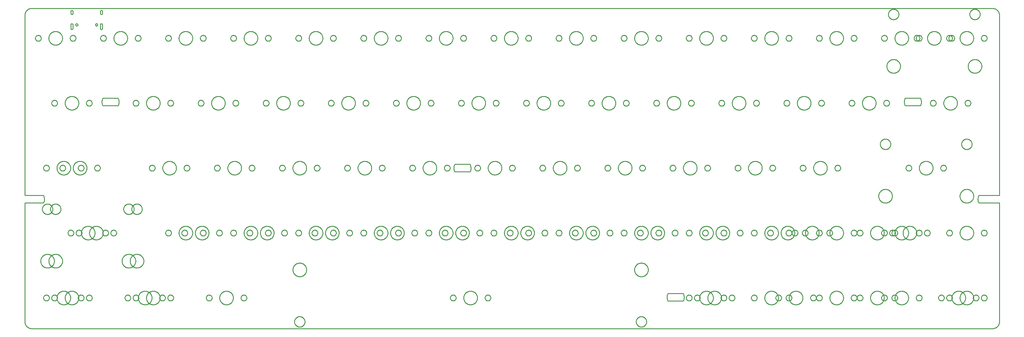
<source format=gbr>
G04 EAGLE Gerber RS-274X export*
G75*
%MOMM*%
%FSLAX66Y66*%
%LPD*%
%IN*%
%IPPOS*%
%AMOC8*
5,1,8,0,0,1.08239X$1,22.5*%
G01*
%ADD10C,0.254000*%


D10*
X10050000Y12049841D02*
X10057609Y11875528D01*
X10080384Y11702544D01*
X10118147Y11532203D01*
X10170616Y11365800D01*
X10237384Y11204603D01*
X10317950Y11049841D01*
X10411697Y10902688D01*
X10517913Y10764266D01*
X10635788Y10635628D01*
X10764425Y10517753D01*
X10902847Y10411538D01*
X11050000Y10317791D01*
X11204763Y10237225D01*
X11365959Y10170456D01*
X11532363Y10117988D01*
X11702703Y10080225D01*
X11875688Y10057450D01*
X12050000Y10049841D01*
X293296400Y10049841D01*
X293470713Y10057450D01*
X293643697Y10080225D01*
X293814038Y10117988D01*
X293980441Y10170456D01*
X294141638Y10237225D01*
X294296400Y10317791D01*
X294443553Y10411538D01*
X294581975Y10517753D01*
X294710613Y10635628D01*
X294828488Y10764266D01*
X294934703Y10902688D01*
X295028450Y11049841D01*
X295109016Y11204603D01*
X295175784Y11365800D01*
X295228253Y11532203D01*
X295266016Y11702544D01*
X295288791Y11875528D01*
X295296400Y12049841D01*
X295296400Y46900000D01*
X289255009Y46900000D01*
X289214300Y46987303D01*
X289134734Y47190369D01*
X289073172Y47399597D01*
X289030078Y47613394D01*
X289005781Y47830131D01*
X289000469Y48048166D01*
X289014178Y48265831D01*
X289046803Y48481472D01*
X289098103Y48693450D01*
X289167681Y48900150D01*
X289255009Y49100000D01*
X295296400Y49100000D01*
X295296400Y102000141D01*
X295288791Y102174453D01*
X295266016Y102347438D01*
X295228253Y102517778D01*
X295175784Y102684181D01*
X295109016Y102845378D01*
X295028450Y103000141D01*
X294934703Y103147294D01*
X294828488Y103285716D01*
X294710613Y103414353D01*
X294581975Y103532228D01*
X294443553Y103638444D01*
X294296400Y103732191D01*
X294141638Y103812756D01*
X293980441Y103879525D01*
X293814038Y103931994D01*
X293643697Y103969756D01*
X293470713Y103992531D01*
X293296400Y104000141D01*
X12050000Y104000141D01*
X11875688Y103992531D01*
X11702703Y103969756D01*
X11532363Y103931994D01*
X11365959Y103879525D01*
X11204763Y103812756D01*
X11050000Y103732191D01*
X10902847Y103638444D01*
X10764425Y103532228D01*
X10635788Y103414353D01*
X10517913Y103285716D01*
X10411697Y103147294D01*
X10317950Y103000141D01*
X10237384Y102845378D01*
X10170616Y102684181D01*
X10118147Y102517778D01*
X10080384Y102347438D01*
X10057609Y102174453D01*
X10050000Y102000141D01*
X10050000Y49100000D01*
X15494991Y49100000D01*
X15535700Y49012700D01*
X15615266Y48809634D01*
X15676828Y48600406D01*
X15719922Y48386609D01*
X15744219Y48169869D01*
X15749531Y47951838D01*
X15735822Y47734172D01*
X15703194Y47518528D01*
X15651897Y47306550D01*
X15582319Y47099850D01*
X15494991Y46900000D01*
X10050000Y46900000D01*
X10050000Y12049841D01*
X23509094Y102549631D02*
X23510234Y102523484D01*
X23513650Y102497538D01*
X23519316Y102471984D01*
X23527188Y102447025D01*
X23537200Y102422847D01*
X23549288Y102399631D01*
X23563347Y102377559D01*
X23579281Y102356794D01*
X23596963Y102337500D01*
X23616256Y102319819D01*
X23637022Y102303884D01*
X23659094Y102289825D01*
X23682309Y102277738D01*
X23706488Y102267725D01*
X23731447Y102259853D01*
X23757000Y102254188D01*
X23782947Y102250772D01*
X23809094Y102249631D01*
X23835241Y102250772D01*
X23861188Y102254188D01*
X23886741Y102259853D01*
X23911700Y102267725D01*
X23935878Y102277738D01*
X23959094Y102289825D01*
X23981166Y102303884D01*
X24001931Y102319819D01*
X24021225Y102337500D01*
X24038906Y102356794D01*
X24054841Y102377559D01*
X24068900Y102399631D01*
X24080988Y102422847D01*
X24091000Y102447025D01*
X24098872Y102471984D01*
X24104538Y102497538D01*
X24107953Y102523484D01*
X24109094Y102549631D01*
X24109094Y103149631D01*
X24107953Y103175778D01*
X24104538Y103201725D01*
X24098872Y103227278D01*
X24091000Y103252238D01*
X24080988Y103276416D01*
X24068900Y103299631D01*
X24054841Y103321703D01*
X24038906Y103342469D01*
X24021225Y103361763D01*
X24001931Y103379444D01*
X23981166Y103395378D01*
X23959094Y103409438D01*
X23935878Y103421525D01*
X23911700Y103431538D01*
X23886741Y103439409D01*
X23861188Y103445075D01*
X23835241Y103448491D01*
X23809094Y103449631D01*
X23782947Y103448491D01*
X23757000Y103445075D01*
X23731447Y103439409D01*
X23706488Y103431538D01*
X23682309Y103421525D01*
X23659094Y103409438D01*
X23637022Y103395378D01*
X23616256Y103379444D01*
X23596963Y103361763D01*
X23579281Y103342469D01*
X23563347Y103321703D01*
X23549288Y103299631D01*
X23537200Y103276416D01*
X23527188Y103252238D01*
X23519316Y103227278D01*
X23513650Y103201725D01*
X23510234Y103175778D01*
X23509094Y103149631D01*
X23509094Y102549631D01*
X32150209Y98116956D02*
X32151350Y98090809D01*
X32154766Y98064863D01*
X32160431Y98039309D01*
X32168303Y98014350D01*
X32178316Y97990172D01*
X32190403Y97966956D01*
X32204463Y97944884D01*
X32220397Y97924119D01*
X32238078Y97904825D01*
X32257372Y97887144D01*
X32278138Y97871209D01*
X32300209Y97857150D01*
X32323425Y97845063D01*
X32347603Y97835050D01*
X32372563Y97827178D01*
X32398116Y97821513D01*
X32424063Y97818097D01*
X32450209Y97816956D01*
X32476356Y97818097D01*
X32502303Y97821513D01*
X32527856Y97827178D01*
X32552816Y97835050D01*
X32576994Y97845063D01*
X32600209Y97857150D01*
X32622281Y97871209D01*
X32643047Y97887144D01*
X32662341Y97904825D01*
X32680022Y97924119D01*
X32695956Y97944884D01*
X32710016Y97966956D01*
X32722103Y97990172D01*
X32732116Y98014350D01*
X32739988Y98039309D01*
X32745653Y98064863D01*
X32749069Y98090809D01*
X32750209Y98116956D01*
X32750209Y99216956D01*
X32749069Y99243103D01*
X32745653Y99269050D01*
X32739988Y99294603D01*
X32732116Y99319563D01*
X32722103Y99343741D01*
X32710016Y99366956D01*
X32695956Y99389028D01*
X32680022Y99409794D01*
X32662341Y99429088D01*
X32643047Y99446769D01*
X32622281Y99462703D01*
X32600209Y99476763D01*
X32576994Y99488850D01*
X32552816Y99498863D01*
X32527856Y99506734D01*
X32502303Y99512400D01*
X32476356Y99515816D01*
X32450209Y99516956D01*
X32424063Y99515816D01*
X32398116Y99512400D01*
X32372563Y99506734D01*
X32347603Y99498863D01*
X32323425Y99488850D01*
X32300209Y99476763D01*
X32278138Y99462703D01*
X32257372Y99446769D01*
X32238078Y99429088D01*
X32220397Y99409794D01*
X32204463Y99389028D01*
X32190403Y99366956D01*
X32178316Y99343741D01*
X32168303Y99319563D01*
X32160431Y99294603D01*
X32154766Y99269050D01*
X32151350Y99243103D01*
X32150209Y99216956D01*
X32150209Y98116956D01*
X23508425Y98118438D02*
X23509566Y98092291D01*
X23512981Y98066344D01*
X23518647Y98040791D01*
X23526519Y98015831D01*
X23536531Y97991653D01*
X23548619Y97968438D01*
X23562678Y97946366D01*
X23578613Y97925600D01*
X23596294Y97906306D01*
X23615588Y97888625D01*
X23636353Y97872691D01*
X23658425Y97858631D01*
X23681641Y97846544D01*
X23705819Y97836531D01*
X23730778Y97828659D01*
X23756331Y97822994D01*
X23782278Y97819578D01*
X23808425Y97818438D01*
X23834572Y97819578D01*
X23860519Y97822994D01*
X23886072Y97828659D01*
X23911031Y97836531D01*
X23935209Y97846544D01*
X23958425Y97858631D01*
X23980497Y97872691D01*
X24001263Y97888625D01*
X24020556Y97906306D01*
X24038238Y97925600D01*
X24054172Y97946366D01*
X24068231Y97968438D01*
X24080319Y97991653D01*
X24090331Y98015831D01*
X24098203Y98040791D01*
X24103869Y98066344D01*
X24107284Y98092291D01*
X24108425Y98118438D01*
X24108425Y99218438D01*
X24107284Y99244584D01*
X24103869Y99270531D01*
X24098203Y99296084D01*
X24090331Y99321044D01*
X24080319Y99345222D01*
X24068231Y99368438D01*
X24054172Y99390509D01*
X24038238Y99411275D01*
X24020556Y99430569D01*
X24001263Y99448250D01*
X23980497Y99464184D01*
X23958425Y99478244D01*
X23935209Y99490331D01*
X23911031Y99500344D01*
X23886072Y99508216D01*
X23860519Y99513881D01*
X23834572Y99517297D01*
X23808425Y99518438D01*
X23782278Y99517297D01*
X23756331Y99513881D01*
X23730778Y99508216D01*
X23705819Y99500344D01*
X23681641Y99490331D01*
X23658425Y99478244D01*
X23636353Y99464184D01*
X23615588Y99448250D01*
X23596294Y99430569D01*
X23578613Y99411275D01*
X23562678Y99390509D01*
X23548619Y99368438D01*
X23536531Y99345222D01*
X23526519Y99321044D01*
X23518647Y99296084D01*
X23512981Y99270531D01*
X23509566Y99244584D01*
X23508425Y99218438D01*
X23508425Y98118438D01*
X32148425Y102548438D02*
X32149566Y102522291D01*
X32152981Y102496344D01*
X32158647Y102470791D01*
X32166519Y102445831D01*
X32176531Y102421653D01*
X32188619Y102398438D01*
X32202678Y102376366D01*
X32218613Y102355600D01*
X32236294Y102336306D01*
X32255588Y102318625D01*
X32276353Y102302691D01*
X32298425Y102288631D01*
X32321641Y102276544D01*
X32345819Y102266531D01*
X32370778Y102258659D01*
X32396331Y102252994D01*
X32422278Y102249578D01*
X32448425Y102248438D01*
X32474572Y102249578D01*
X32500519Y102252994D01*
X32526072Y102258659D01*
X32551031Y102266531D01*
X32575209Y102276544D01*
X32598425Y102288631D01*
X32620497Y102302691D01*
X32641263Y102318625D01*
X32660556Y102336306D01*
X32678238Y102355600D01*
X32694172Y102376366D01*
X32708231Y102398438D01*
X32720319Y102421653D01*
X32730331Y102445831D01*
X32738203Y102470791D01*
X32743869Y102496344D01*
X32747284Y102522291D01*
X32748425Y102548438D01*
X32748425Y103148438D01*
X32747284Y103174584D01*
X32743869Y103200531D01*
X32738203Y103226084D01*
X32730331Y103251044D01*
X32720319Y103275222D01*
X32708231Y103298438D01*
X32694172Y103320509D01*
X32678238Y103341275D01*
X32660556Y103360569D01*
X32641263Y103378250D01*
X32620497Y103394184D01*
X32598425Y103408244D01*
X32575209Y103420331D01*
X32551031Y103430344D01*
X32526072Y103438216D01*
X32500519Y103443881D01*
X32474572Y103447297D01*
X32448425Y103448438D01*
X32422278Y103447297D01*
X32396331Y103443881D01*
X32370778Y103438216D01*
X32345819Y103430344D01*
X32321641Y103420331D01*
X32298425Y103408244D01*
X32276353Y103394184D01*
X32255588Y103378250D01*
X32236294Y103360569D01*
X32218613Y103341275D01*
X32202678Y103320509D01*
X32188619Y103298438D01*
X32176531Y103275222D01*
X32166519Y103251044D01*
X32158647Y103226084D01*
X32152981Y103200531D01*
X32149566Y103174584D01*
X32148425Y103148438D01*
X32148425Y102548438D01*
X267704341Y75448050D02*
X272194319Y75448050D01*
X272235028Y75535350D01*
X272314594Y75738416D01*
X272376156Y75947644D01*
X272419250Y76161441D01*
X272443547Y76378181D01*
X272448859Y76596213D01*
X272435150Y76813878D01*
X272402522Y77029522D01*
X272351225Y77241500D01*
X272281647Y77448200D01*
X272194319Y77648050D01*
X267704341Y77648050D01*
X267663628Y77560744D01*
X267584066Y77357678D01*
X267522500Y77148450D01*
X267479409Y76934653D01*
X267455113Y76717916D01*
X267449797Y76499884D01*
X267463506Y76282219D01*
X267496134Y76066578D01*
X267547434Y75854600D01*
X267617013Y75647900D01*
X267704341Y75448050D01*
X198255009Y18150000D02*
X202744991Y18150000D01*
X202832319Y18349850D01*
X202901897Y18556550D01*
X202953194Y18768528D01*
X202985822Y18984172D01*
X202999531Y19201838D01*
X202994219Y19419869D01*
X202969922Y19636609D01*
X202926828Y19850406D01*
X202865266Y20059634D01*
X202785700Y20262700D01*
X202744991Y20350000D01*
X198255009Y20350000D01*
X198167681Y20150150D01*
X198098103Y19943450D01*
X198046803Y19731472D01*
X198014178Y19515831D01*
X198000469Y19298166D01*
X198005781Y19080131D01*
X198030078Y18863394D01*
X198073172Y18649597D01*
X198134734Y18440369D01*
X198214300Y18237303D01*
X198255009Y18150000D01*
X135856341Y56050000D02*
X140346319Y56050000D01*
X140433647Y56249850D01*
X140503225Y56456550D01*
X140554522Y56668528D01*
X140587150Y56884172D01*
X140600859Y57101838D01*
X140595547Y57319869D01*
X140571250Y57536609D01*
X140528156Y57750406D01*
X140466594Y57959634D01*
X140387028Y58162700D01*
X140346319Y58250000D01*
X135856341Y58250000D01*
X135769013Y58050150D01*
X135699434Y57843450D01*
X135648134Y57631472D01*
X135615506Y57415831D01*
X135601797Y57198166D01*
X135607113Y56980134D01*
X135631409Y56763397D01*
X135674500Y56549600D01*
X135736066Y56340372D01*
X135815628Y56137306D01*
X135856341Y56050000D01*
X32856441Y75448550D02*
X37346419Y75448550D01*
X37387128Y75535850D01*
X37466694Y75738916D01*
X37528256Y75948144D01*
X37571350Y76161941D01*
X37595647Y76378681D01*
X37600959Y76596713D01*
X37587250Y76814378D01*
X37554622Y77030022D01*
X37503325Y77242000D01*
X37433747Y77448700D01*
X37346419Y77648550D01*
X32856441Y77648550D01*
X32815728Y77561244D01*
X32736166Y77358178D01*
X32674600Y77148950D01*
X32631509Y76935153D01*
X32607213Y76718416D01*
X32601897Y76500384D01*
X32615606Y76282719D01*
X32648234Y76067078D01*
X32699534Y75855100D01*
X32769113Y75648400D01*
X32856441Y75448550D01*
X21812500Y76260434D02*
X21819797Y76381081D01*
X21834366Y76501066D01*
X21856153Y76619953D01*
X21885078Y76737309D01*
X21921038Y76852703D01*
X21963897Y76965716D01*
X22013503Y77075934D01*
X22069672Y77182956D01*
X22132203Y77286394D01*
X22200863Y77385866D01*
X22275403Y77481009D01*
X22355553Y77571481D01*
X22441019Y77656947D01*
X22531491Y77737097D01*
X22626634Y77811638D01*
X22726106Y77880297D01*
X22829544Y77942828D01*
X22936566Y77998997D01*
X23046784Y78048603D01*
X23159797Y78091463D01*
X23275191Y78127422D01*
X23392547Y78156347D01*
X23511434Y78178134D01*
X23631419Y78192703D01*
X23752066Y78200000D01*
X23872934Y78200000D01*
X23993581Y78192703D01*
X24113566Y78178134D01*
X24232453Y78156347D01*
X24349809Y78127422D01*
X24465203Y78091463D01*
X24578216Y78048603D01*
X24688434Y77998997D01*
X24795456Y77942828D01*
X24898894Y77880297D01*
X24998366Y77811638D01*
X25093509Y77737097D01*
X25183981Y77656947D01*
X25269447Y77571481D01*
X25349597Y77481009D01*
X25424138Y77385866D01*
X25492797Y77286394D01*
X25555328Y77182956D01*
X25611497Y77075934D01*
X25661103Y76965716D01*
X25703963Y76852703D01*
X25739922Y76737309D01*
X25768847Y76619953D01*
X25790634Y76501066D01*
X25805203Y76381081D01*
X25812500Y76260434D01*
X25812500Y76139566D01*
X25805203Y76018919D01*
X25790634Y75898934D01*
X25768847Y75780047D01*
X25739922Y75662691D01*
X25703963Y75547297D01*
X25661103Y75434284D01*
X25611497Y75324066D01*
X25555328Y75217044D01*
X25492797Y75113606D01*
X25424138Y75014134D01*
X25349597Y74918991D01*
X25269447Y74828519D01*
X25183981Y74743053D01*
X25093509Y74662903D01*
X24998366Y74588363D01*
X24898894Y74519703D01*
X24795456Y74457172D01*
X24688434Y74401003D01*
X24578216Y74351397D01*
X24465203Y74308538D01*
X24349809Y74272578D01*
X24232453Y74243653D01*
X24113566Y74221866D01*
X23993581Y74207297D01*
X23872934Y74200000D01*
X23752066Y74200000D01*
X23631419Y74207297D01*
X23511434Y74221866D01*
X23392547Y74243653D01*
X23275191Y74272578D01*
X23159797Y74308538D01*
X23046784Y74351397D01*
X22936566Y74401003D01*
X22829544Y74457172D01*
X22726106Y74519703D01*
X22626634Y74588363D01*
X22531491Y74662903D01*
X22441019Y74743053D01*
X22355553Y74828519D01*
X22275403Y74918991D01*
X22200863Y75014134D01*
X22132203Y75113606D01*
X22069672Y75217044D01*
X22013503Y75324066D01*
X21963897Y75434284D01*
X21921038Y75547297D01*
X21885078Y75662691D01*
X21856153Y75780047D01*
X21834366Y75898934D01*
X21819797Y76018919D01*
X21812500Y76139566D01*
X21812500Y76260434D01*
X28042500Y76237113D02*
X28048969Y76311053D01*
X28061856Y76384150D01*
X28081069Y76455844D01*
X28106453Y76525591D01*
X28137822Y76592859D01*
X28174934Y76657141D01*
X28217506Y76717941D01*
X28265219Y76774800D01*
X28317700Y76827281D01*
X28374559Y76874994D01*
X28435359Y76917566D01*
X28499641Y76954678D01*
X28566909Y76986047D01*
X28636656Y77011431D01*
X28708350Y77030644D01*
X28781447Y77043531D01*
X28855388Y77050000D01*
X28929613Y77050000D01*
X29003553Y77043531D01*
X29076650Y77030644D01*
X29148344Y77011431D01*
X29218091Y76986047D01*
X29285359Y76954678D01*
X29349641Y76917566D01*
X29410441Y76874994D01*
X29467300Y76827281D01*
X29519781Y76774800D01*
X29567494Y76717941D01*
X29610066Y76657141D01*
X29647178Y76592859D01*
X29678547Y76525591D01*
X29703931Y76455844D01*
X29723144Y76384150D01*
X29736031Y76311053D01*
X29742500Y76237113D01*
X29742500Y76162888D01*
X29736031Y76088947D01*
X29723144Y76015850D01*
X29703931Y75944156D01*
X29678547Y75874409D01*
X29647178Y75807141D01*
X29610066Y75742859D01*
X29567494Y75682059D01*
X29519781Y75625200D01*
X29467300Y75572719D01*
X29410441Y75525006D01*
X29349641Y75482434D01*
X29285359Y75445322D01*
X29218091Y75413953D01*
X29148344Y75388569D01*
X29076650Y75369356D01*
X29003553Y75356469D01*
X28929613Y75350000D01*
X28855388Y75350000D01*
X28781447Y75356469D01*
X28708350Y75369356D01*
X28636656Y75388569D01*
X28566909Y75413953D01*
X28499641Y75445322D01*
X28435359Y75482434D01*
X28374559Y75525006D01*
X28317700Y75572719D01*
X28265219Y75625200D01*
X28217506Y75682059D01*
X28174934Y75742859D01*
X28137822Y75807141D01*
X28106453Y75874409D01*
X28081069Y75944156D01*
X28061856Y76015850D01*
X28048969Y76088947D01*
X28042500Y76162888D01*
X28042500Y76237113D01*
X17882500Y76237113D02*
X17888969Y76311053D01*
X17901856Y76384150D01*
X17921069Y76455844D01*
X17946453Y76525591D01*
X17977822Y76592859D01*
X18014934Y76657141D01*
X18057506Y76717941D01*
X18105219Y76774800D01*
X18157700Y76827281D01*
X18214559Y76874994D01*
X18275359Y76917566D01*
X18339641Y76954678D01*
X18406909Y76986047D01*
X18476656Y77011431D01*
X18548350Y77030644D01*
X18621447Y77043531D01*
X18695388Y77050000D01*
X18769613Y77050000D01*
X18843553Y77043531D01*
X18916650Y77030644D01*
X18988344Y77011431D01*
X19058091Y76986047D01*
X19125359Y76954678D01*
X19189641Y76917566D01*
X19250441Y76874994D01*
X19307300Y76827281D01*
X19359781Y76774800D01*
X19407494Y76717941D01*
X19450066Y76657141D01*
X19487178Y76592859D01*
X19518547Y76525591D01*
X19543931Y76455844D01*
X19563144Y76384150D01*
X19576031Y76311053D01*
X19582500Y76237113D01*
X19582500Y76162888D01*
X19576031Y76088947D01*
X19563144Y76015850D01*
X19543931Y75944156D01*
X19518547Y75874409D01*
X19487178Y75807141D01*
X19450066Y75742859D01*
X19407494Y75682059D01*
X19359781Y75625200D01*
X19307300Y75572719D01*
X19250441Y75525006D01*
X19189641Y75482434D01*
X19125359Y75445322D01*
X19058091Y75413953D01*
X18988344Y75388569D01*
X18916650Y75369356D01*
X18843553Y75356469D01*
X18769613Y75350000D01*
X18695388Y75350000D01*
X18621447Y75356469D01*
X18548350Y75369356D01*
X18476656Y75388569D01*
X18406909Y75413953D01*
X18339641Y75445322D01*
X18275359Y75482434D01*
X18214559Y75525006D01*
X18157700Y75572719D01*
X18105219Y75625200D01*
X18057506Y75682059D01*
X18014934Y75742859D01*
X17977822Y75807141D01*
X17946453Y75874409D01*
X17921069Y75944156D01*
X17901856Y76015850D01*
X17888969Y76088947D01*
X17882500Y76162888D01*
X17882500Y76237113D01*
X45625000Y76260434D02*
X45632297Y76381081D01*
X45646866Y76501066D01*
X45668653Y76619953D01*
X45697578Y76737309D01*
X45733538Y76852703D01*
X45776397Y76965716D01*
X45826003Y77075934D01*
X45882172Y77182956D01*
X45944703Y77286394D01*
X46013363Y77385866D01*
X46087903Y77481009D01*
X46168053Y77571481D01*
X46253519Y77656947D01*
X46343991Y77737097D01*
X46439134Y77811638D01*
X46538606Y77880297D01*
X46642044Y77942828D01*
X46749066Y77998997D01*
X46859284Y78048603D01*
X46972297Y78091463D01*
X47087691Y78127422D01*
X47205047Y78156347D01*
X47323934Y78178134D01*
X47443919Y78192703D01*
X47564566Y78200000D01*
X47685434Y78200000D01*
X47806081Y78192703D01*
X47926066Y78178134D01*
X48044953Y78156347D01*
X48162309Y78127422D01*
X48277703Y78091463D01*
X48390716Y78048603D01*
X48500934Y77998997D01*
X48607956Y77942828D01*
X48711394Y77880297D01*
X48810866Y77811638D01*
X48906009Y77737097D01*
X48996481Y77656947D01*
X49081947Y77571481D01*
X49162097Y77481009D01*
X49236638Y77385866D01*
X49305297Y77286394D01*
X49367828Y77182956D01*
X49423997Y77075934D01*
X49473603Y76965716D01*
X49516463Y76852703D01*
X49552422Y76737309D01*
X49581347Y76619953D01*
X49603134Y76501066D01*
X49617703Y76381081D01*
X49625000Y76260434D01*
X49625000Y76139566D01*
X49617703Y76018919D01*
X49603134Y75898934D01*
X49581347Y75780047D01*
X49552422Y75662691D01*
X49516463Y75547297D01*
X49473603Y75434284D01*
X49423997Y75324066D01*
X49367828Y75217044D01*
X49305297Y75113606D01*
X49236638Y75014134D01*
X49162097Y74918991D01*
X49081947Y74828519D01*
X48996481Y74743053D01*
X48906009Y74662903D01*
X48810866Y74588363D01*
X48711394Y74519703D01*
X48607956Y74457172D01*
X48500934Y74401003D01*
X48390716Y74351397D01*
X48277703Y74308538D01*
X48162309Y74272578D01*
X48044953Y74243653D01*
X47926066Y74221866D01*
X47806081Y74207297D01*
X47685434Y74200000D01*
X47564566Y74200000D01*
X47443919Y74207297D01*
X47323934Y74221866D01*
X47205047Y74243653D01*
X47087691Y74272578D01*
X46972297Y74308538D01*
X46859284Y74351397D01*
X46749066Y74401003D01*
X46642044Y74457172D01*
X46538606Y74519703D01*
X46439134Y74588363D01*
X46343991Y74662903D01*
X46253519Y74743053D01*
X46168053Y74828519D01*
X46087903Y74918991D01*
X46013363Y75014134D01*
X45944703Y75113606D01*
X45882172Y75217044D01*
X45826003Y75324066D01*
X45776397Y75434284D01*
X45733538Y75547297D01*
X45697578Y75662691D01*
X45668653Y75780047D01*
X45646866Y75898934D01*
X45632297Y76018919D01*
X45625000Y76139566D01*
X45625000Y76260434D01*
X51855000Y76237113D02*
X51861469Y76311053D01*
X51874356Y76384150D01*
X51893569Y76455844D01*
X51918953Y76525591D01*
X51950322Y76592859D01*
X51987434Y76657141D01*
X52030006Y76717941D01*
X52077719Y76774800D01*
X52130200Y76827281D01*
X52187059Y76874994D01*
X52247859Y76917566D01*
X52312141Y76954678D01*
X52379409Y76986047D01*
X52449156Y77011431D01*
X52520850Y77030644D01*
X52593947Y77043531D01*
X52667888Y77050000D01*
X52742113Y77050000D01*
X52816053Y77043531D01*
X52889150Y77030644D01*
X52960844Y77011431D01*
X53030591Y76986047D01*
X53097859Y76954678D01*
X53162141Y76917566D01*
X53222941Y76874994D01*
X53279800Y76827281D01*
X53332281Y76774800D01*
X53379994Y76717941D01*
X53422566Y76657141D01*
X53459678Y76592859D01*
X53491047Y76525591D01*
X53516431Y76455844D01*
X53535644Y76384150D01*
X53548531Y76311053D01*
X53555000Y76237113D01*
X53555000Y76162888D01*
X53548531Y76088947D01*
X53535644Y76015850D01*
X53516431Y75944156D01*
X53491047Y75874409D01*
X53459678Y75807141D01*
X53422566Y75742859D01*
X53379994Y75682059D01*
X53332281Y75625200D01*
X53279800Y75572719D01*
X53222941Y75525006D01*
X53162141Y75482434D01*
X53097859Y75445322D01*
X53030591Y75413953D01*
X52960844Y75388569D01*
X52889150Y75369356D01*
X52816053Y75356469D01*
X52742113Y75350000D01*
X52667888Y75350000D01*
X52593947Y75356469D01*
X52520850Y75369356D01*
X52449156Y75388569D01*
X52379409Y75413953D01*
X52312141Y75445322D01*
X52247859Y75482434D01*
X52187059Y75525006D01*
X52130200Y75572719D01*
X52077719Y75625200D01*
X52030006Y75682059D01*
X51987434Y75742859D01*
X51950322Y75807141D01*
X51918953Y75874409D01*
X51893569Y75944156D01*
X51874356Y76015850D01*
X51861469Y76088947D01*
X51855000Y76162888D01*
X51855000Y76237113D01*
X41695000Y76237113D02*
X41701469Y76311053D01*
X41714356Y76384150D01*
X41733569Y76455844D01*
X41758953Y76525591D01*
X41790322Y76592859D01*
X41827434Y76657141D01*
X41870006Y76717941D01*
X41917719Y76774800D01*
X41970200Y76827281D01*
X42027059Y76874994D01*
X42087859Y76917566D01*
X42152141Y76954678D01*
X42219409Y76986047D01*
X42289156Y77011431D01*
X42360850Y77030644D01*
X42433947Y77043531D01*
X42507888Y77050000D01*
X42582113Y77050000D01*
X42656053Y77043531D01*
X42729150Y77030644D01*
X42800844Y77011431D01*
X42870591Y76986047D01*
X42937859Y76954678D01*
X43002141Y76917566D01*
X43062941Y76874994D01*
X43119800Y76827281D01*
X43172281Y76774800D01*
X43219994Y76717941D01*
X43262566Y76657141D01*
X43299678Y76592859D01*
X43331047Y76525591D01*
X43356431Y76455844D01*
X43375644Y76384150D01*
X43388531Y76311053D01*
X43395000Y76237113D01*
X43395000Y76162888D01*
X43388531Y76088947D01*
X43375644Y76015850D01*
X43356431Y75944156D01*
X43331047Y75874409D01*
X43299678Y75807141D01*
X43262566Y75742859D01*
X43219994Y75682059D01*
X43172281Y75625200D01*
X43119800Y75572719D01*
X43062941Y75525006D01*
X43002141Y75482434D01*
X42937859Y75445322D01*
X42870591Y75413953D01*
X42800844Y75388569D01*
X42729150Y75369356D01*
X42656053Y75356469D01*
X42582113Y75350000D01*
X42507888Y75350000D01*
X42433947Y75356469D01*
X42360850Y75369356D01*
X42289156Y75388569D01*
X42219409Y75413953D01*
X42152141Y75445322D01*
X42087859Y75482434D01*
X42027059Y75525006D01*
X41970200Y75572719D01*
X41917719Y75625200D01*
X41870006Y75682059D01*
X41827434Y75742859D01*
X41790322Y75807141D01*
X41758953Y75874409D01*
X41733569Y75944156D01*
X41714356Y76015850D01*
X41701469Y76088947D01*
X41695000Y76162888D01*
X41695000Y76237113D01*
X64675000Y76260434D02*
X64682297Y76381081D01*
X64696866Y76501066D01*
X64718653Y76619953D01*
X64747578Y76737309D01*
X64783538Y76852703D01*
X64826397Y76965716D01*
X64876003Y77075934D01*
X64932172Y77182956D01*
X64994703Y77286394D01*
X65063363Y77385866D01*
X65137903Y77481009D01*
X65218053Y77571481D01*
X65303519Y77656947D01*
X65393991Y77737097D01*
X65489134Y77811638D01*
X65588606Y77880297D01*
X65692044Y77942828D01*
X65799066Y77998997D01*
X65909284Y78048603D01*
X66022297Y78091463D01*
X66137691Y78127422D01*
X66255047Y78156347D01*
X66373934Y78178134D01*
X66493919Y78192703D01*
X66614566Y78200000D01*
X66735434Y78200000D01*
X66856081Y78192703D01*
X66976066Y78178134D01*
X67094953Y78156347D01*
X67212309Y78127422D01*
X67327703Y78091463D01*
X67440716Y78048603D01*
X67550934Y77998997D01*
X67657956Y77942828D01*
X67761394Y77880297D01*
X67860866Y77811638D01*
X67956009Y77737097D01*
X68046481Y77656947D01*
X68131947Y77571481D01*
X68212097Y77481009D01*
X68286638Y77385866D01*
X68355297Y77286394D01*
X68417828Y77182956D01*
X68473997Y77075934D01*
X68523603Y76965716D01*
X68566463Y76852703D01*
X68602422Y76737309D01*
X68631347Y76619953D01*
X68653134Y76501066D01*
X68667703Y76381081D01*
X68675000Y76260434D01*
X68675000Y76139566D01*
X68667703Y76018919D01*
X68653134Y75898934D01*
X68631347Y75780047D01*
X68602422Y75662691D01*
X68566463Y75547297D01*
X68523603Y75434284D01*
X68473997Y75324066D01*
X68417828Y75217044D01*
X68355297Y75113606D01*
X68286638Y75014134D01*
X68212097Y74918991D01*
X68131947Y74828519D01*
X68046481Y74743053D01*
X67956009Y74662903D01*
X67860866Y74588363D01*
X67761394Y74519703D01*
X67657956Y74457172D01*
X67550934Y74401003D01*
X67440716Y74351397D01*
X67327703Y74308538D01*
X67212309Y74272578D01*
X67094953Y74243653D01*
X66976066Y74221866D01*
X66856081Y74207297D01*
X66735434Y74200000D01*
X66614566Y74200000D01*
X66493919Y74207297D01*
X66373934Y74221866D01*
X66255047Y74243653D01*
X66137691Y74272578D01*
X66022297Y74308538D01*
X65909284Y74351397D01*
X65799066Y74401003D01*
X65692044Y74457172D01*
X65588606Y74519703D01*
X65489134Y74588363D01*
X65393991Y74662903D01*
X65303519Y74743053D01*
X65218053Y74828519D01*
X65137903Y74918991D01*
X65063363Y75014134D01*
X64994703Y75113606D01*
X64932172Y75217044D01*
X64876003Y75324066D01*
X64826397Y75434284D01*
X64783538Y75547297D01*
X64747578Y75662691D01*
X64718653Y75780047D01*
X64696866Y75898934D01*
X64682297Y76018919D01*
X64675000Y76139566D01*
X64675000Y76260434D01*
X70905000Y76237113D02*
X70911469Y76311053D01*
X70924356Y76384150D01*
X70943569Y76455844D01*
X70968953Y76525591D01*
X71000322Y76592859D01*
X71037434Y76657141D01*
X71080006Y76717941D01*
X71127719Y76774800D01*
X71180200Y76827281D01*
X71237059Y76874994D01*
X71297859Y76917566D01*
X71362141Y76954678D01*
X71429409Y76986047D01*
X71499156Y77011431D01*
X71570850Y77030644D01*
X71643947Y77043531D01*
X71717888Y77050000D01*
X71792113Y77050000D01*
X71866053Y77043531D01*
X71939150Y77030644D01*
X72010844Y77011431D01*
X72080591Y76986047D01*
X72147859Y76954678D01*
X72212141Y76917566D01*
X72272941Y76874994D01*
X72329800Y76827281D01*
X72382281Y76774800D01*
X72429994Y76717941D01*
X72472566Y76657141D01*
X72509678Y76592859D01*
X72541047Y76525591D01*
X72566431Y76455844D01*
X72585644Y76384150D01*
X72598531Y76311053D01*
X72605000Y76237113D01*
X72605000Y76162888D01*
X72598531Y76088947D01*
X72585644Y76015850D01*
X72566431Y75944156D01*
X72541047Y75874409D01*
X72509678Y75807141D01*
X72472566Y75742859D01*
X72429994Y75682059D01*
X72382281Y75625200D01*
X72329800Y75572719D01*
X72272941Y75525006D01*
X72212141Y75482434D01*
X72147859Y75445322D01*
X72080591Y75413953D01*
X72010844Y75388569D01*
X71939150Y75369356D01*
X71866053Y75356469D01*
X71792113Y75350000D01*
X71717888Y75350000D01*
X71643947Y75356469D01*
X71570850Y75369356D01*
X71499156Y75388569D01*
X71429409Y75413953D01*
X71362141Y75445322D01*
X71297859Y75482434D01*
X71237059Y75525006D01*
X71180200Y75572719D01*
X71127719Y75625200D01*
X71080006Y75682059D01*
X71037434Y75742859D01*
X71000322Y75807141D01*
X70968953Y75874409D01*
X70943569Y75944156D01*
X70924356Y76015850D01*
X70911469Y76088947D01*
X70905000Y76162888D01*
X70905000Y76237113D01*
X60745000Y76237113D02*
X60751469Y76311053D01*
X60764356Y76384150D01*
X60783569Y76455844D01*
X60808953Y76525591D01*
X60840322Y76592859D01*
X60877434Y76657141D01*
X60920006Y76717941D01*
X60967719Y76774800D01*
X61020200Y76827281D01*
X61077059Y76874994D01*
X61137859Y76917566D01*
X61202141Y76954678D01*
X61269409Y76986047D01*
X61339156Y77011431D01*
X61410850Y77030644D01*
X61483947Y77043531D01*
X61557888Y77050000D01*
X61632113Y77050000D01*
X61706053Y77043531D01*
X61779150Y77030644D01*
X61850844Y77011431D01*
X61920591Y76986047D01*
X61987859Y76954678D01*
X62052141Y76917566D01*
X62112941Y76874994D01*
X62169800Y76827281D01*
X62222281Y76774800D01*
X62269994Y76717941D01*
X62312566Y76657141D01*
X62349678Y76592859D01*
X62381047Y76525591D01*
X62406431Y76455844D01*
X62425644Y76384150D01*
X62438531Y76311053D01*
X62445000Y76237113D01*
X62445000Y76162888D01*
X62438531Y76088947D01*
X62425644Y76015850D01*
X62406431Y75944156D01*
X62381047Y75874409D01*
X62349678Y75807141D01*
X62312566Y75742859D01*
X62269994Y75682059D01*
X62222281Y75625200D01*
X62169800Y75572719D01*
X62112941Y75525006D01*
X62052141Y75482434D01*
X61987859Y75445322D01*
X61920591Y75413953D01*
X61850844Y75388569D01*
X61779150Y75369356D01*
X61706053Y75356469D01*
X61632113Y75350000D01*
X61557888Y75350000D01*
X61483947Y75356469D01*
X61410850Y75369356D01*
X61339156Y75388569D01*
X61269409Y75413953D01*
X61202141Y75445322D01*
X61137859Y75482434D01*
X61077059Y75525006D01*
X61020200Y75572719D01*
X60967719Y75625200D01*
X60920006Y75682059D01*
X60877434Y75742859D01*
X60840322Y75807141D01*
X60808953Y75874409D01*
X60783569Y75944156D01*
X60764356Y76015850D01*
X60751469Y76088947D01*
X60745000Y76162888D01*
X60745000Y76237113D01*
X83725000Y76260434D02*
X83732297Y76381081D01*
X83746866Y76501066D01*
X83768653Y76619953D01*
X83797578Y76737309D01*
X83833538Y76852703D01*
X83876397Y76965716D01*
X83926003Y77075934D01*
X83982172Y77182956D01*
X84044703Y77286394D01*
X84113363Y77385866D01*
X84187903Y77481009D01*
X84268053Y77571481D01*
X84353519Y77656947D01*
X84443991Y77737097D01*
X84539134Y77811638D01*
X84638606Y77880297D01*
X84742044Y77942828D01*
X84849066Y77998997D01*
X84959284Y78048603D01*
X85072297Y78091463D01*
X85187691Y78127422D01*
X85305047Y78156347D01*
X85423934Y78178134D01*
X85543919Y78192703D01*
X85664566Y78200000D01*
X85785434Y78200000D01*
X85906081Y78192703D01*
X86026066Y78178134D01*
X86144953Y78156347D01*
X86262309Y78127422D01*
X86377703Y78091463D01*
X86490716Y78048603D01*
X86600934Y77998997D01*
X86707956Y77942828D01*
X86811394Y77880297D01*
X86910866Y77811638D01*
X87006009Y77737097D01*
X87096481Y77656947D01*
X87181947Y77571481D01*
X87262097Y77481009D01*
X87336638Y77385866D01*
X87405297Y77286394D01*
X87467828Y77182956D01*
X87523997Y77075934D01*
X87573603Y76965716D01*
X87616463Y76852703D01*
X87652422Y76737309D01*
X87681347Y76619953D01*
X87703134Y76501066D01*
X87717703Y76381081D01*
X87725000Y76260434D01*
X87725000Y76139566D01*
X87717703Y76018919D01*
X87703134Y75898934D01*
X87681347Y75780047D01*
X87652422Y75662691D01*
X87616463Y75547297D01*
X87573603Y75434284D01*
X87523997Y75324066D01*
X87467828Y75217044D01*
X87405297Y75113606D01*
X87336638Y75014134D01*
X87262097Y74918991D01*
X87181947Y74828519D01*
X87096481Y74743053D01*
X87006009Y74662903D01*
X86910866Y74588363D01*
X86811394Y74519703D01*
X86707956Y74457172D01*
X86600934Y74401003D01*
X86490716Y74351397D01*
X86377703Y74308538D01*
X86262309Y74272578D01*
X86144953Y74243653D01*
X86026066Y74221866D01*
X85906081Y74207297D01*
X85785434Y74200000D01*
X85664566Y74200000D01*
X85543919Y74207297D01*
X85423934Y74221866D01*
X85305047Y74243653D01*
X85187691Y74272578D01*
X85072297Y74308538D01*
X84959284Y74351397D01*
X84849066Y74401003D01*
X84742044Y74457172D01*
X84638606Y74519703D01*
X84539134Y74588363D01*
X84443991Y74662903D01*
X84353519Y74743053D01*
X84268053Y74828519D01*
X84187903Y74918991D01*
X84113363Y75014134D01*
X84044703Y75113606D01*
X83982172Y75217044D01*
X83926003Y75324066D01*
X83876397Y75434284D01*
X83833538Y75547297D01*
X83797578Y75662691D01*
X83768653Y75780047D01*
X83746866Y75898934D01*
X83732297Y76018919D01*
X83725000Y76139566D01*
X83725000Y76260434D01*
X89955000Y76237113D02*
X89961469Y76311053D01*
X89974356Y76384150D01*
X89993569Y76455844D01*
X90018953Y76525591D01*
X90050322Y76592859D01*
X90087434Y76657141D01*
X90130006Y76717941D01*
X90177719Y76774800D01*
X90230200Y76827281D01*
X90287059Y76874994D01*
X90347859Y76917566D01*
X90412141Y76954678D01*
X90479409Y76986047D01*
X90549156Y77011431D01*
X90620850Y77030644D01*
X90693947Y77043531D01*
X90767888Y77050000D01*
X90842113Y77050000D01*
X90916053Y77043531D01*
X90989150Y77030644D01*
X91060844Y77011431D01*
X91130591Y76986047D01*
X91197859Y76954678D01*
X91262141Y76917566D01*
X91322941Y76874994D01*
X91379800Y76827281D01*
X91432281Y76774800D01*
X91479994Y76717941D01*
X91522566Y76657141D01*
X91559678Y76592859D01*
X91591047Y76525591D01*
X91616431Y76455844D01*
X91635644Y76384150D01*
X91648531Y76311053D01*
X91655000Y76237113D01*
X91655000Y76162888D01*
X91648531Y76088947D01*
X91635644Y76015850D01*
X91616431Y75944156D01*
X91591047Y75874409D01*
X91559678Y75807141D01*
X91522566Y75742859D01*
X91479994Y75682059D01*
X91432281Y75625200D01*
X91379800Y75572719D01*
X91322941Y75525006D01*
X91262141Y75482434D01*
X91197859Y75445322D01*
X91130591Y75413953D01*
X91060844Y75388569D01*
X90989150Y75369356D01*
X90916053Y75356469D01*
X90842113Y75350000D01*
X90767888Y75350000D01*
X90693947Y75356469D01*
X90620850Y75369356D01*
X90549156Y75388569D01*
X90479409Y75413953D01*
X90412141Y75445322D01*
X90347859Y75482434D01*
X90287059Y75525006D01*
X90230200Y75572719D01*
X90177719Y75625200D01*
X90130006Y75682059D01*
X90087434Y75742859D01*
X90050322Y75807141D01*
X90018953Y75874409D01*
X89993569Y75944156D01*
X89974356Y76015850D01*
X89961469Y76088947D01*
X89955000Y76162888D01*
X89955000Y76237113D01*
X79795000Y76237113D02*
X79801469Y76311053D01*
X79814356Y76384150D01*
X79833569Y76455844D01*
X79858953Y76525591D01*
X79890322Y76592859D01*
X79927434Y76657141D01*
X79970006Y76717941D01*
X80017719Y76774800D01*
X80070200Y76827281D01*
X80127059Y76874994D01*
X80187859Y76917566D01*
X80252141Y76954678D01*
X80319409Y76986047D01*
X80389156Y77011431D01*
X80460850Y77030644D01*
X80533947Y77043531D01*
X80607888Y77050000D01*
X80682113Y77050000D01*
X80756053Y77043531D01*
X80829150Y77030644D01*
X80900844Y77011431D01*
X80970591Y76986047D01*
X81037859Y76954678D01*
X81102141Y76917566D01*
X81162941Y76874994D01*
X81219800Y76827281D01*
X81272281Y76774800D01*
X81319994Y76717941D01*
X81362566Y76657141D01*
X81399678Y76592859D01*
X81431047Y76525591D01*
X81456431Y76455844D01*
X81475644Y76384150D01*
X81488531Y76311053D01*
X81495000Y76237113D01*
X81495000Y76162888D01*
X81488531Y76088947D01*
X81475644Y76015850D01*
X81456431Y75944156D01*
X81431047Y75874409D01*
X81399678Y75807141D01*
X81362566Y75742859D01*
X81319994Y75682059D01*
X81272281Y75625200D01*
X81219800Y75572719D01*
X81162941Y75525006D01*
X81102141Y75482434D01*
X81037859Y75445322D01*
X80970591Y75413953D01*
X80900844Y75388569D01*
X80829150Y75369356D01*
X80756053Y75356469D01*
X80682113Y75350000D01*
X80607888Y75350000D01*
X80533947Y75356469D01*
X80460850Y75369356D01*
X80389156Y75388569D01*
X80319409Y75413953D01*
X80252141Y75445322D01*
X80187859Y75482434D01*
X80127059Y75525006D01*
X80070200Y75572719D01*
X80017719Y75625200D01*
X79970006Y75682059D01*
X79927434Y75742859D01*
X79890322Y75807141D01*
X79858953Y75874409D01*
X79833569Y75944156D01*
X79814356Y76015850D01*
X79801469Y76088947D01*
X79795000Y76162888D01*
X79795000Y76237113D01*
X102775000Y76260434D02*
X102782297Y76381081D01*
X102796866Y76501066D01*
X102818653Y76619953D01*
X102847578Y76737309D01*
X102883538Y76852703D01*
X102926397Y76965716D01*
X102976003Y77075934D01*
X103032172Y77182956D01*
X103094703Y77286394D01*
X103163363Y77385866D01*
X103237903Y77481009D01*
X103318053Y77571481D01*
X103403519Y77656947D01*
X103493991Y77737097D01*
X103589134Y77811638D01*
X103688606Y77880297D01*
X103792044Y77942828D01*
X103899066Y77998997D01*
X104009284Y78048603D01*
X104122297Y78091463D01*
X104237691Y78127422D01*
X104355047Y78156347D01*
X104473934Y78178134D01*
X104593919Y78192703D01*
X104714566Y78200000D01*
X104835434Y78200000D01*
X104956081Y78192703D01*
X105076066Y78178134D01*
X105194953Y78156347D01*
X105312309Y78127422D01*
X105427703Y78091463D01*
X105540716Y78048603D01*
X105650934Y77998997D01*
X105757956Y77942828D01*
X105861394Y77880297D01*
X105960866Y77811638D01*
X106056009Y77737097D01*
X106146481Y77656947D01*
X106231947Y77571481D01*
X106312097Y77481009D01*
X106386638Y77385866D01*
X106455297Y77286394D01*
X106517828Y77182956D01*
X106573997Y77075934D01*
X106623603Y76965716D01*
X106666463Y76852703D01*
X106702422Y76737309D01*
X106731347Y76619953D01*
X106753134Y76501066D01*
X106767703Y76381081D01*
X106775000Y76260434D01*
X106775000Y76139566D01*
X106767703Y76018919D01*
X106753134Y75898934D01*
X106731347Y75780047D01*
X106702422Y75662691D01*
X106666463Y75547297D01*
X106623603Y75434284D01*
X106573997Y75324066D01*
X106517828Y75217044D01*
X106455297Y75113606D01*
X106386638Y75014134D01*
X106312097Y74918991D01*
X106231947Y74828519D01*
X106146481Y74743053D01*
X106056009Y74662903D01*
X105960866Y74588363D01*
X105861394Y74519703D01*
X105757956Y74457172D01*
X105650934Y74401003D01*
X105540716Y74351397D01*
X105427703Y74308538D01*
X105312309Y74272578D01*
X105194953Y74243653D01*
X105076066Y74221866D01*
X104956081Y74207297D01*
X104835434Y74200000D01*
X104714566Y74200000D01*
X104593919Y74207297D01*
X104473934Y74221866D01*
X104355047Y74243653D01*
X104237691Y74272578D01*
X104122297Y74308538D01*
X104009284Y74351397D01*
X103899066Y74401003D01*
X103792044Y74457172D01*
X103688606Y74519703D01*
X103589134Y74588363D01*
X103493991Y74662903D01*
X103403519Y74743053D01*
X103318053Y74828519D01*
X103237903Y74918991D01*
X103163363Y75014134D01*
X103094703Y75113606D01*
X103032172Y75217044D01*
X102976003Y75324066D01*
X102926397Y75434284D01*
X102883538Y75547297D01*
X102847578Y75662691D01*
X102818653Y75780047D01*
X102796866Y75898934D01*
X102782297Y76018919D01*
X102775000Y76139566D01*
X102775000Y76260434D01*
X109005000Y76237113D02*
X109011469Y76311053D01*
X109024356Y76384150D01*
X109043569Y76455844D01*
X109068953Y76525591D01*
X109100322Y76592859D01*
X109137434Y76657141D01*
X109180006Y76717941D01*
X109227719Y76774800D01*
X109280200Y76827281D01*
X109337059Y76874994D01*
X109397859Y76917566D01*
X109462141Y76954678D01*
X109529409Y76986047D01*
X109599156Y77011431D01*
X109670850Y77030644D01*
X109743947Y77043531D01*
X109817888Y77050000D01*
X109892113Y77050000D01*
X109966053Y77043531D01*
X110039150Y77030644D01*
X110110844Y77011431D01*
X110180591Y76986047D01*
X110247859Y76954678D01*
X110312141Y76917566D01*
X110372941Y76874994D01*
X110429800Y76827281D01*
X110482281Y76774800D01*
X110529994Y76717941D01*
X110572566Y76657141D01*
X110609678Y76592859D01*
X110641047Y76525591D01*
X110666431Y76455844D01*
X110685644Y76384150D01*
X110698531Y76311053D01*
X110705000Y76237113D01*
X110705000Y76162888D01*
X110698531Y76088947D01*
X110685644Y76015850D01*
X110666431Y75944156D01*
X110641047Y75874409D01*
X110609678Y75807141D01*
X110572566Y75742859D01*
X110529994Y75682059D01*
X110482281Y75625200D01*
X110429800Y75572719D01*
X110372941Y75525006D01*
X110312141Y75482434D01*
X110247859Y75445322D01*
X110180591Y75413953D01*
X110110844Y75388569D01*
X110039150Y75369356D01*
X109966053Y75356469D01*
X109892113Y75350000D01*
X109817888Y75350000D01*
X109743947Y75356469D01*
X109670850Y75369356D01*
X109599156Y75388569D01*
X109529409Y75413953D01*
X109462141Y75445322D01*
X109397859Y75482434D01*
X109337059Y75525006D01*
X109280200Y75572719D01*
X109227719Y75625200D01*
X109180006Y75682059D01*
X109137434Y75742859D01*
X109100322Y75807141D01*
X109068953Y75874409D01*
X109043569Y75944156D01*
X109024356Y76015850D01*
X109011469Y76088947D01*
X109005000Y76162888D01*
X109005000Y76237113D01*
X98845000Y76237113D02*
X98851469Y76311053D01*
X98864356Y76384150D01*
X98883569Y76455844D01*
X98908953Y76525591D01*
X98940322Y76592859D01*
X98977434Y76657141D01*
X99020006Y76717941D01*
X99067719Y76774800D01*
X99120200Y76827281D01*
X99177059Y76874994D01*
X99237859Y76917566D01*
X99302141Y76954678D01*
X99369409Y76986047D01*
X99439156Y77011431D01*
X99510850Y77030644D01*
X99583947Y77043531D01*
X99657888Y77050000D01*
X99732113Y77050000D01*
X99806053Y77043531D01*
X99879150Y77030644D01*
X99950844Y77011431D01*
X100020591Y76986047D01*
X100087859Y76954678D01*
X100152141Y76917566D01*
X100212941Y76874994D01*
X100269800Y76827281D01*
X100322281Y76774800D01*
X100369994Y76717941D01*
X100412566Y76657141D01*
X100449678Y76592859D01*
X100481047Y76525591D01*
X100506431Y76455844D01*
X100525644Y76384150D01*
X100538531Y76311053D01*
X100545000Y76237113D01*
X100545000Y76162888D01*
X100538531Y76088947D01*
X100525644Y76015850D01*
X100506431Y75944156D01*
X100481047Y75874409D01*
X100449678Y75807141D01*
X100412566Y75742859D01*
X100369994Y75682059D01*
X100322281Y75625200D01*
X100269800Y75572719D01*
X100212941Y75525006D01*
X100152141Y75482434D01*
X100087859Y75445322D01*
X100020591Y75413953D01*
X99950844Y75388569D01*
X99879150Y75369356D01*
X99806053Y75356469D01*
X99732113Y75350000D01*
X99657888Y75350000D01*
X99583947Y75356469D01*
X99510850Y75369356D01*
X99439156Y75388569D01*
X99369409Y75413953D01*
X99302141Y75445322D01*
X99237859Y75482434D01*
X99177059Y75525006D01*
X99120200Y75572719D01*
X99067719Y75625200D01*
X99020006Y75682059D01*
X98977434Y75742859D01*
X98940322Y75807141D01*
X98908953Y75874409D01*
X98883569Y75944156D01*
X98864356Y76015850D01*
X98851469Y76088947D01*
X98845000Y76162888D01*
X98845000Y76237113D01*
X121825000Y76260434D02*
X121832297Y76381081D01*
X121846866Y76501066D01*
X121868653Y76619953D01*
X121897578Y76737309D01*
X121933538Y76852703D01*
X121976397Y76965716D01*
X122026003Y77075934D01*
X122082172Y77182956D01*
X122144703Y77286394D01*
X122213363Y77385866D01*
X122287903Y77481009D01*
X122368053Y77571481D01*
X122453519Y77656947D01*
X122543991Y77737097D01*
X122639134Y77811638D01*
X122738606Y77880297D01*
X122842044Y77942828D01*
X122949066Y77998997D01*
X123059284Y78048603D01*
X123172297Y78091463D01*
X123287691Y78127422D01*
X123405047Y78156347D01*
X123523934Y78178134D01*
X123643919Y78192703D01*
X123764566Y78200000D01*
X123885434Y78200000D01*
X124006081Y78192703D01*
X124126066Y78178134D01*
X124244953Y78156347D01*
X124362309Y78127422D01*
X124477703Y78091463D01*
X124590716Y78048603D01*
X124700934Y77998997D01*
X124807956Y77942828D01*
X124911394Y77880297D01*
X125010866Y77811638D01*
X125106009Y77737097D01*
X125196481Y77656947D01*
X125281947Y77571481D01*
X125362097Y77481009D01*
X125436638Y77385866D01*
X125505297Y77286394D01*
X125567828Y77182956D01*
X125623997Y77075934D01*
X125673603Y76965716D01*
X125716463Y76852703D01*
X125752422Y76737309D01*
X125781347Y76619953D01*
X125803134Y76501066D01*
X125817703Y76381081D01*
X125825000Y76260434D01*
X125825000Y76139566D01*
X125817703Y76018919D01*
X125803134Y75898934D01*
X125781347Y75780047D01*
X125752422Y75662691D01*
X125716463Y75547297D01*
X125673603Y75434284D01*
X125623997Y75324066D01*
X125567828Y75217044D01*
X125505297Y75113606D01*
X125436638Y75014134D01*
X125362097Y74918991D01*
X125281947Y74828519D01*
X125196481Y74743053D01*
X125106009Y74662903D01*
X125010866Y74588363D01*
X124911394Y74519703D01*
X124807956Y74457172D01*
X124700934Y74401003D01*
X124590716Y74351397D01*
X124477703Y74308538D01*
X124362309Y74272578D01*
X124244953Y74243653D01*
X124126066Y74221866D01*
X124006081Y74207297D01*
X123885434Y74200000D01*
X123764566Y74200000D01*
X123643919Y74207297D01*
X123523934Y74221866D01*
X123405047Y74243653D01*
X123287691Y74272578D01*
X123172297Y74308538D01*
X123059284Y74351397D01*
X122949066Y74401003D01*
X122842044Y74457172D01*
X122738606Y74519703D01*
X122639134Y74588363D01*
X122543991Y74662903D01*
X122453519Y74743053D01*
X122368053Y74828519D01*
X122287903Y74918991D01*
X122213363Y75014134D01*
X122144703Y75113606D01*
X122082172Y75217044D01*
X122026003Y75324066D01*
X121976397Y75434284D01*
X121933538Y75547297D01*
X121897578Y75662691D01*
X121868653Y75780047D01*
X121846866Y75898934D01*
X121832297Y76018919D01*
X121825000Y76139566D01*
X121825000Y76260434D01*
X128055000Y76237113D02*
X128061469Y76311053D01*
X128074356Y76384150D01*
X128093569Y76455844D01*
X128118953Y76525591D01*
X128150322Y76592859D01*
X128187434Y76657141D01*
X128230006Y76717941D01*
X128277719Y76774800D01*
X128330200Y76827281D01*
X128387059Y76874994D01*
X128447859Y76917566D01*
X128512141Y76954678D01*
X128579409Y76986047D01*
X128649156Y77011431D01*
X128720850Y77030644D01*
X128793947Y77043531D01*
X128867888Y77050000D01*
X128942113Y77050000D01*
X129016053Y77043531D01*
X129089150Y77030644D01*
X129160844Y77011431D01*
X129230591Y76986047D01*
X129297859Y76954678D01*
X129362141Y76917566D01*
X129422941Y76874994D01*
X129479800Y76827281D01*
X129532281Y76774800D01*
X129579994Y76717941D01*
X129622566Y76657141D01*
X129659678Y76592859D01*
X129691047Y76525591D01*
X129716431Y76455844D01*
X129735644Y76384150D01*
X129748531Y76311053D01*
X129755000Y76237113D01*
X129755000Y76162888D01*
X129748531Y76088947D01*
X129735644Y76015850D01*
X129716431Y75944156D01*
X129691047Y75874409D01*
X129659678Y75807141D01*
X129622566Y75742859D01*
X129579994Y75682059D01*
X129532281Y75625200D01*
X129479800Y75572719D01*
X129422941Y75525006D01*
X129362141Y75482434D01*
X129297859Y75445322D01*
X129230591Y75413953D01*
X129160844Y75388569D01*
X129089150Y75369356D01*
X129016053Y75356469D01*
X128942113Y75350000D01*
X128867888Y75350000D01*
X128793947Y75356469D01*
X128720850Y75369356D01*
X128649156Y75388569D01*
X128579409Y75413953D01*
X128512141Y75445322D01*
X128447859Y75482434D01*
X128387059Y75525006D01*
X128330200Y75572719D01*
X128277719Y75625200D01*
X128230006Y75682059D01*
X128187434Y75742859D01*
X128150322Y75807141D01*
X128118953Y75874409D01*
X128093569Y75944156D01*
X128074356Y76015850D01*
X128061469Y76088947D01*
X128055000Y76162888D01*
X128055000Y76237113D01*
X117895000Y76237113D02*
X117901469Y76311053D01*
X117914356Y76384150D01*
X117933569Y76455844D01*
X117958953Y76525591D01*
X117990322Y76592859D01*
X118027434Y76657141D01*
X118070006Y76717941D01*
X118117719Y76774800D01*
X118170200Y76827281D01*
X118227059Y76874994D01*
X118287859Y76917566D01*
X118352141Y76954678D01*
X118419409Y76986047D01*
X118489156Y77011431D01*
X118560850Y77030644D01*
X118633947Y77043531D01*
X118707888Y77050000D01*
X118782113Y77050000D01*
X118856053Y77043531D01*
X118929150Y77030644D01*
X119000844Y77011431D01*
X119070591Y76986047D01*
X119137859Y76954678D01*
X119202141Y76917566D01*
X119262941Y76874994D01*
X119319800Y76827281D01*
X119372281Y76774800D01*
X119419994Y76717941D01*
X119462566Y76657141D01*
X119499678Y76592859D01*
X119531047Y76525591D01*
X119556431Y76455844D01*
X119575644Y76384150D01*
X119588531Y76311053D01*
X119595000Y76237113D01*
X119595000Y76162888D01*
X119588531Y76088947D01*
X119575644Y76015850D01*
X119556431Y75944156D01*
X119531047Y75874409D01*
X119499678Y75807141D01*
X119462566Y75742859D01*
X119419994Y75682059D01*
X119372281Y75625200D01*
X119319800Y75572719D01*
X119262941Y75525006D01*
X119202141Y75482434D01*
X119137859Y75445322D01*
X119070591Y75413953D01*
X119000844Y75388569D01*
X118929150Y75369356D01*
X118856053Y75356469D01*
X118782113Y75350000D01*
X118707888Y75350000D01*
X118633947Y75356469D01*
X118560850Y75369356D01*
X118489156Y75388569D01*
X118419409Y75413953D01*
X118352141Y75445322D01*
X118287859Y75482434D01*
X118227059Y75525006D01*
X118170200Y75572719D01*
X118117719Y75625200D01*
X118070006Y75682059D01*
X118027434Y75742859D01*
X117990322Y75807141D01*
X117958953Y75874409D01*
X117933569Y75944156D01*
X117914356Y76015850D01*
X117901469Y76088947D01*
X117895000Y76162888D01*
X117895000Y76237113D01*
X140875000Y76260434D02*
X140882297Y76381081D01*
X140896866Y76501066D01*
X140918653Y76619953D01*
X140947578Y76737309D01*
X140983538Y76852703D01*
X141026397Y76965716D01*
X141076003Y77075934D01*
X141132172Y77182956D01*
X141194703Y77286394D01*
X141263363Y77385866D01*
X141337903Y77481009D01*
X141418053Y77571481D01*
X141503519Y77656947D01*
X141593991Y77737097D01*
X141689134Y77811638D01*
X141788606Y77880297D01*
X141892044Y77942828D01*
X141999066Y77998997D01*
X142109284Y78048603D01*
X142222297Y78091463D01*
X142337691Y78127422D01*
X142455047Y78156347D01*
X142573934Y78178134D01*
X142693919Y78192703D01*
X142814566Y78200000D01*
X142935434Y78200000D01*
X143056081Y78192703D01*
X143176066Y78178134D01*
X143294953Y78156347D01*
X143412309Y78127422D01*
X143527703Y78091463D01*
X143640716Y78048603D01*
X143750934Y77998997D01*
X143857956Y77942828D01*
X143961394Y77880297D01*
X144060866Y77811638D01*
X144156009Y77737097D01*
X144246481Y77656947D01*
X144331947Y77571481D01*
X144412097Y77481009D01*
X144486638Y77385866D01*
X144555297Y77286394D01*
X144617828Y77182956D01*
X144673997Y77075934D01*
X144723603Y76965716D01*
X144766463Y76852703D01*
X144802422Y76737309D01*
X144831347Y76619953D01*
X144853134Y76501066D01*
X144867703Y76381081D01*
X144875000Y76260434D01*
X144875000Y76139566D01*
X144867703Y76018919D01*
X144853134Y75898934D01*
X144831347Y75780047D01*
X144802422Y75662691D01*
X144766463Y75547297D01*
X144723603Y75434284D01*
X144673997Y75324066D01*
X144617828Y75217044D01*
X144555297Y75113606D01*
X144486638Y75014134D01*
X144412097Y74918991D01*
X144331947Y74828519D01*
X144246481Y74743053D01*
X144156009Y74662903D01*
X144060866Y74588363D01*
X143961394Y74519703D01*
X143857956Y74457172D01*
X143750934Y74401003D01*
X143640716Y74351397D01*
X143527703Y74308538D01*
X143412309Y74272578D01*
X143294953Y74243653D01*
X143176066Y74221866D01*
X143056081Y74207297D01*
X142935434Y74200000D01*
X142814566Y74200000D01*
X142693919Y74207297D01*
X142573934Y74221866D01*
X142455047Y74243653D01*
X142337691Y74272578D01*
X142222297Y74308538D01*
X142109284Y74351397D01*
X141999066Y74401003D01*
X141892044Y74457172D01*
X141788606Y74519703D01*
X141689134Y74588363D01*
X141593991Y74662903D01*
X141503519Y74743053D01*
X141418053Y74828519D01*
X141337903Y74918991D01*
X141263363Y75014134D01*
X141194703Y75113606D01*
X141132172Y75217044D01*
X141076003Y75324066D01*
X141026397Y75434284D01*
X140983538Y75547297D01*
X140947578Y75662691D01*
X140918653Y75780047D01*
X140896866Y75898934D01*
X140882297Y76018919D01*
X140875000Y76139566D01*
X140875000Y76260434D01*
X147105000Y76237113D02*
X147111469Y76311053D01*
X147124356Y76384150D01*
X147143569Y76455844D01*
X147168953Y76525591D01*
X147200322Y76592859D01*
X147237434Y76657141D01*
X147280006Y76717941D01*
X147327719Y76774800D01*
X147380200Y76827281D01*
X147437059Y76874994D01*
X147497859Y76917566D01*
X147562141Y76954678D01*
X147629409Y76986047D01*
X147699156Y77011431D01*
X147770850Y77030644D01*
X147843947Y77043531D01*
X147917888Y77050000D01*
X147992113Y77050000D01*
X148066053Y77043531D01*
X148139150Y77030644D01*
X148210844Y77011431D01*
X148280591Y76986047D01*
X148347859Y76954678D01*
X148412141Y76917566D01*
X148472941Y76874994D01*
X148529800Y76827281D01*
X148582281Y76774800D01*
X148629994Y76717941D01*
X148672566Y76657141D01*
X148709678Y76592859D01*
X148741047Y76525591D01*
X148766431Y76455844D01*
X148785644Y76384150D01*
X148798531Y76311053D01*
X148805000Y76237113D01*
X148805000Y76162888D01*
X148798531Y76088947D01*
X148785644Y76015850D01*
X148766431Y75944156D01*
X148741047Y75874409D01*
X148709678Y75807141D01*
X148672566Y75742859D01*
X148629994Y75682059D01*
X148582281Y75625200D01*
X148529800Y75572719D01*
X148472941Y75525006D01*
X148412141Y75482434D01*
X148347859Y75445322D01*
X148280591Y75413953D01*
X148210844Y75388569D01*
X148139150Y75369356D01*
X148066053Y75356469D01*
X147992113Y75350000D01*
X147917888Y75350000D01*
X147843947Y75356469D01*
X147770850Y75369356D01*
X147699156Y75388569D01*
X147629409Y75413953D01*
X147562141Y75445322D01*
X147497859Y75482434D01*
X147437059Y75525006D01*
X147380200Y75572719D01*
X147327719Y75625200D01*
X147280006Y75682059D01*
X147237434Y75742859D01*
X147200322Y75807141D01*
X147168953Y75874409D01*
X147143569Y75944156D01*
X147124356Y76015850D01*
X147111469Y76088947D01*
X147105000Y76162888D01*
X147105000Y76237113D01*
X136945000Y76237113D02*
X136951469Y76311053D01*
X136964356Y76384150D01*
X136983569Y76455844D01*
X137008953Y76525591D01*
X137040322Y76592859D01*
X137077434Y76657141D01*
X137120006Y76717941D01*
X137167719Y76774800D01*
X137220200Y76827281D01*
X137277059Y76874994D01*
X137337859Y76917566D01*
X137402141Y76954678D01*
X137469409Y76986047D01*
X137539156Y77011431D01*
X137610850Y77030644D01*
X137683947Y77043531D01*
X137757888Y77050000D01*
X137832113Y77050000D01*
X137906053Y77043531D01*
X137979150Y77030644D01*
X138050844Y77011431D01*
X138120591Y76986047D01*
X138187859Y76954678D01*
X138252141Y76917566D01*
X138312941Y76874994D01*
X138369800Y76827281D01*
X138422281Y76774800D01*
X138469994Y76717941D01*
X138512566Y76657141D01*
X138549678Y76592859D01*
X138581047Y76525591D01*
X138606431Y76455844D01*
X138625644Y76384150D01*
X138638531Y76311053D01*
X138645000Y76237113D01*
X138645000Y76162888D01*
X138638531Y76088947D01*
X138625644Y76015850D01*
X138606431Y75944156D01*
X138581047Y75874409D01*
X138549678Y75807141D01*
X138512566Y75742859D01*
X138469994Y75682059D01*
X138422281Y75625200D01*
X138369800Y75572719D01*
X138312941Y75525006D01*
X138252141Y75482434D01*
X138187859Y75445322D01*
X138120591Y75413953D01*
X138050844Y75388569D01*
X137979150Y75369356D01*
X137906053Y75356469D01*
X137832113Y75350000D01*
X137757888Y75350000D01*
X137683947Y75356469D01*
X137610850Y75369356D01*
X137539156Y75388569D01*
X137469409Y75413953D01*
X137402141Y75445322D01*
X137337859Y75482434D01*
X137277059Y75525006D01*
X137220200Y75572719D01*
X137167719Y75625200D01*
X137120006Y75682059D01*
X137077434Y75742859D01*
X137040322Y75807141D01*
X137008953Y75874409D01*
X136983569Y75944156D01*
X136964356Y76015850D01*
X136951469Y76088947D01*
X136945000Y76162888D01*
X136945000Y76237113D01*
X159925000Y76260434D02*
X159932297Y76381081D01*
X159946866Y76501066D01*
X159968653Y76619953D01*
X159997578Y76737309D01*
X160033538Y76852703D01*
X160076397Y76965716D01*
X160126003Y77075934D01*
X160182172Y77182956D01*
X160244703Y77286394D01*
X160313363Y77385866D01*
X160387903Y77481009D01*
X160468053Y77571481D01*
X160553519Y77656947D01*
X160643991Y77737097D01*
X160739134Y77811638D01*
X160838606Y77880297D01*
X160942044Y77942828D01*
X161049066Y77998997D01*
X161159284Y78048603D01*
X161272297Y78091463D01*
X161387691Y78127422D01*
X161505047Y78156347D01*
X161623934Y78178134D01*
X161743919Y78192703D01*
X161864566Y78200000D01*
X161985434Y78200000D01*
X162106081Y78192703D01*
X162226066Y78178134D01*
X162344953Y78156347D01*
X162462309Y78127422D01*
X162577703Y78091463D01*
X162690716Y78048603D01*
X162800934Y77998997D01*
X162907956Y77942828D01*
X163011394Y77880297D01*
X163110866Y77811638D01*
X163206009Y77737097D01*
X163296481Y77656947D01*
X163381947Y77571481D01*
X163462097Y77481009D01*
X163536638Y77385866D01*
X163605297Y77286394D01*
X163667828Y77182956D01*
X163723997Y77075934D01*
X163773603Y76965716D01*
X163816463Y76852703D01*
X163852422Y76737309D01*
X163881347Y76619953D01*
X163903134Y76501066D01*
X163917703Y76381081D01*
X163925000Y76260434D01*
X163925000Y76139566D01*
X163917703Y76018919D01*
X163903134Y75898934D01*
X163881347Y75780047D01*
X163852422Y75662691D01*
X163816463Y75547297D01*
X163773603Y75434284D01*
X163723997Y75324066D01*
X163667828Y75217044D01*
X163605297Y75113606D01*
X163536638Y75014134D01*
X163462097Y74918991D01*
X163381947Y74828519D01*
X163296481Y74743053D01*
X163206009Y74662903D01*
X163110866Y74588363D01*
X163011394Y74519703D01*
X162907956Y74457172D01*
X162800934Y74401003D01*
X162690716Y74351397D01*
X162577703Y74308538D01*
X162462309Y74272578D01*
X162344953Y74243653D01*
X162226066Y74221866D01*
X162106081Y74207297D01*
X161985434Y74200000D01*
X161864566Y74200000D01*
X161743919Y74207297D01*
X161623934Y74221866D01*
X161505047Y74243653D01*
X161387691Y74272578D01*
X161272297Y74308538D01*
X161159284Y74351397D01*
X161049066Y74401003D01*
X160942044Y74457172D01*
X160838606Y74519703D01*
X160739134Y74588363D01*
X160643991Y74662903D01*
X160553519Y74743053D01*
X160468053Y74828519D01*
X160387903Y74918991D01*
X160313363Y75014134D01*
X160244703Y75113606D01*
X160182172Y75217044D01*
X160126003Y75324066D01*
X160076397Y75434284D01*
X160033538Y75547297D01*
X159997578Y75662691D01*
X159968653Y75780047D01*
X159946866Y75898934D01*
X159932297Y76018919D01*
X159925000Y76139566D01*
X159925000Y76260434D01*
X166155000Y76237113D02*
X166161469Y76311053D01*
X166174356Y76384150D01*
X166193569Y76455844D01*
X166218953Y76525591D01*
X166250322Y76592859D01*
X166287434Y76657141D01*
X166330006Y76717941D01*
X166377719Y76774800D01*
X166430200Y76827281D01*
X166487059Y76874994D01*
X166547859Y76917566D01*
X166612141Y76954678D01*
X166679409Y76986047D01*
X166749156Y77011431D01*
X166820850Y77030644D01*
X166893947Y77043531D01*
X166967888Y77050000D01*
X167042113Y77050000D01*
X167116053Y77043531D01*
X167189150Y77030644D01*
X167260844Y77011431D01*
X167330591Y76986047D01*
X167397859Y76954678D01*
X167462141Y76917566D01*
X167522941Y76874994D01*
X167579800Y76827281D01*
X167632281Y76774800D01*
X167679994Y76717941D01*
X167722566Y76657141D01*
X167759678Y76592859D01*
X167791047Y76525591D01*
X167816431Y76455844D01*
X167835644Y76384150D01*
X167848531Y76311053D01*
X167855000Y76237113D01*
X167855000Y76162888D01*
X167848531Y76088947D01*
X167835644Y76015850D01*
X167816431Y75944156D01*
X167791047Y75874409D01*
X167759678Y75807141D01*
X167722566Y75742859D01*
X167679994Y75682059D01*
X167632281Y75625200D01*
X167579800Y75572719D01*
X167522941Y75525006D01*
X167462141Y75482434D01*
X167397859Y75445322D01*
X167330591Y75413953D01*
X167260844Y75388569D01*
X167189150Y75369356D01*
X167116053Y75356469D01*
X167042113Y75350000D01*
X166967888Y75350000D01*
X166893947Y75356469D01*
X166820850Y75369356D01*
X166749156Y75388569D01*
X166679409Y75413953D01*
X166612141Y75445322D01*
X166547859Y75482434D01*
X166487059Y75525006D01*
X166430200Y75572719D01*
X166377719Y75625200D01*
X166330006Y75682059D01*
X166287434Y75742859D01*
X166250322Y75807141D01*
X166218953Y75874409D01*
X166193569Y75944156D01*
X166174356Y76015850D01*
X166161469Y76088947D01*
X166155000Y76162888D01*
X166155000Y76237113D01*
X155995000Y76237113D02*
X156001469Y76311053D01*
X156014356Y76384150D01*
X156033569Y76455844D01*
X156058953Y76525591D01*
X156090322Y76592859D01*
X156127434Y76657141D01*
X156170006Y76717941D01*
X156217719Y76774800D01*
X156270200Y76827281D01*
X156327059Y76874994D01*
X156387859Y76917566D01*
X156452141Y76954678D01*
X156519409Y76986047D01*
X156589156Y77011431D01*
X156660850Y77030644D01*
X156733947Y77043531D01*
X156807888Y77050000D01*
X156882113Y77050000D01*
X156956053Y77043531D01*
X157029150Y77030644D01*
X157100844Y77011431D01*
X157170591Y76986047D01*
X157237859Y76954678D01*
X157302141Y76917566D01*
X157362941Y76874994D01*
X157419800Y76827281D01*
X157472281Y76774800D01*
X157519994Y76717941D01*
X157562566Y76657141D01*
X157599678Y76592859D01*
X157631047Y76525591D01*
X157656431Y76455844D01*
X157675644Y76384150D01*
X157688531Y76311053D01*
X157695000Y76237113D01*
X157695000Y76162888D01*
X157688531Y76088947D01*
X157675644Y76015850D01*
X157656431Y75944156D01*
X157631047Y75874409D01*
X157599678Y75807141D01*
X157562566Y75742859D01*
X157519994Y75682059D01*
X157472281Y75625200D01*
X157419800Y75572719D01*
X157362941Y75525006D01*
X157302141Y75482434D01*
X157237859Y75445322D01*
X157170591Y75413953D01*
X157100844Y75388569D01*
X157029150Y75369356D01*
X156956053Y75356469D01*
X156882113Y75350000D01*
X156807888Y75350000D01*
X156733947Y75356469D01*
X156660850Y75369356D01*
X156589156Y75388569D01*
X156519409Y75413953D01*
X156452141Y75445322D01*
X156387859Y75482434D01*
X156327059Y75525006D01*
X156270200Y75572719D01*
X156217719Y75625200D01*
X156170006Y75682059D01*
X156127434Y75742859D01*
X156090322Y75807141D01*
X156058953Y75874409D01*
X156033569Y75944156D01*
X156014356Y76015850D01*
X156001469Y76088947D01*
X155995000Y76162888D01*
X155995000Y76237113D01*
X178975000Y76260434D02*
X178982297Y76381081D01*
X178996866Y76501066D01*
X179018653Y76619953D01*
X179047578Y76737309D01*
X179083538Y76852703D01*
X179126397Y76965716D01*
X179176003Y77075934D01*
X179232172Y77182956D01*
X179294703Y77286394D01*
X179363363Y77385866D01*
X179437903Y77481009D01*
X179518053Y77571481D01*
X179603519Y77656947D01*
X179693991Y77737097D01*
X179789134Y77811638D01*
X179888606Y77880297D01*
X179992044Y77942828D01*
X180099066Y77998997D01*
X180209284Y78048603D01*
X180322297Y78091463D01*
X180437691Y78127422D01*
X180555047Y78156347D01*
X180673934Y78178134D01*
X180793919Y78192703D01*
X180914566Y78200000D01*
X181035434Y78200000D01*
X181156081Y78192703D01*
X181276066Y78178134D01*
X181394953Y78156347D01*
X181512309Y78127422D01*
X181627703Y78091463D01*
X181740716Y78048603D01*
X181850934Y77998997D01*
X181957956Y77942828D01*
X182061394Y77880297D01*
X182160866Y77811638D01*
X182256009Y77737097D01*
X182346481Y77656947D01*
X182431947Y77571481D01*
X182512097Y77481009D01*
X182586638Y77385866D01*
X182655297Y77286394D01*
X182717828Y77182956D01*
X182773997Y77075934D01*
X182823603Y76965716D01*
X182866463Y76852703D01*
X182902422Y76737309D01*
X182931347Y76619953D01*
X182953134Y76501066D01*
X182967703Y76381081D01*
X182975000Y76260434D01*
X182975000Y76139566D01*
X182967703Y76018919D01*
X182953134Y75898934D01*
X182931347Y75780047D01*
X182902422Y75662691D01*
X182866463Y75547297D01*
X182823603Y75434284D01*
X182773997Y75324066D01*
X182717828Y75217044D01*
X182655297Y75113606D01*
X182586638Y75014134D01*
X182512097Y74918991D01*
X182431947Y74828519D01*
X182346481Y74743053D01*
X182256009Y74662903D01*
X182160866Y74588363D01*
X182061394Y74519703D01*
X181957956Y74457172D01*
X181850934Y74401003D01*
X181740716Y74351397D01*
X181627703Y74308538D01*
X181512309Y74272578D01*
X181394953Y74243653D01*
X181276066Y74221866D01*
X181156081Y74207297D01*
X181035434Y74200000D01*
X180914566Y74200000D01*
X180793919Y74207297D01*
X180673934Y74221866D01*
X180555047Y74243653D01*
X180437691Y74272578D01*
X180322297Y74308538D01*
X180209284Y74351397D01*
X180099066Y74401003D01*
X179992044Y74457172D01*
X179888606Y74519703D01*
X179789134Y74588363D01*
X179693991Y74662903D01*
X179603519Y74743053D01*
X179518053Y74828519D01*
X179437903Y74918991D01*
X179363363Y75014134D01*
X179294703Y75113606D01*
X179232172Y75217044D01*
X179176003Y75324066D01*
X179126397Y75434284D01*
X179083538Y75547297D01*
X179047578Y75662691D01*
X179018653Y75780047D01*
X178996866Y75898934D01*
X178982297Y76018919D01*
X178975000Y76139566D01*
X178975000Y76260434D01*
X185205000Y76237113D02*
X185211469Y76311053D01*
X185224356Y76384150D01*
X185243569Y76455844D01*
X185268953Y76525591D01*
X185300322Y76592859D01*
X185337434Y76657141D01*
X185380006Y76717941D01*
X185427719Y76774800D01*
X185480200Y76827281D01*
X185537059Y76874994D01*
X185597859Y76917566D01*
X185662141Y76954678D01*
X185729409Y76986047D01*
X185799156Y77011431D01*
X185870850Y77030644D01*
X185943947Y77043531D01*
X186017888Y77050000D01*
X186092113Y77050000D01*
X186166053Y77043531D01*
X186239150Y77030644D01*
X186310844Y77011431D01*
X186380591Y76986047D01*
X186447859Y76954678D01*
X186512141Y76917566D01*
X186572941Y76874994D01*
X186629800Y76827281D01*
X186682281Y76774800D01*
X186729994Y76717941D01*
X186772566Y76657141D01*
X186809678Y76592859D01*
X186841047Y76525591D01*
X186866431Y76455844D01*
X186885644Y76384150D01*
X186898531Y76311053D01*
X186905000Y76237113D01*
X186905000Y76162888D01*
X186898531Y76088947D01*
X186885644Y76015850D01*
X186866431Y75944156D01*
X186841047Y75874409D01*
X186809678Y75807141D01*
X186772566Y75742859D01*
X186729994Y75682059D01*
X186682281Y75625200D01*
X186629800Y75572719D01*
X186572941Y75525006D01*
X186512141Y75482434D01*
X186447859Y75445322D01*
X186380591Y75413953D01*
X186310844Y75388569D01*
X186239150Y75369356D01*
X186166053Y75356469D01*
X186092113Y75350000D01*
X186017888Y75350000D01*
X185943947Y75356469D01*
X185870850Y75369356D01*
X185799156Y75388569D01*
X185729409Y75413953D01*
X185662141Y75445322D01*
X185597859Y75482434D01*
X185537059Y75525006D01*
X185480200Y75572719D01*
X185427719Y75625200D01*
X185380006Y75682059D01*
X185337434Y75742859D01*
X185300322Y75807141D01*
X185268953Y75874409D01*
X185243569Y75944156D01*
X185224356Y76015850D01*
X185211469Y76088947D01*
X185205000Y76162888D01*
X185205000Y76237113D01*
X175045000Y76237113D02*
X175051469Y76311053D01*
X175064356Y76384150D01*
X175083569Y76455844D01*
X175108953Y76525591D01*
X175140322Y76592859D01*
X175177434Y76657141D01*
X175220006Y76717941D01*
X175267719Y76774800D01*
X175320200Y76827281D01*
X175377059Y76874994D01*
X175437859Y76917566D01*
X175502141Y76954678D01*
X175569409Y76986047D01*
X175639156Y77011431D01*
X175710850Y77030644D01*
X175783947Y77043531D01*
X175857888Y77050000D01*
X175932113Y77050000D01*
X176006053Y77043531D01*
X176079150Y77030644D01*
X176150844Y77011431D01*
X176220591Y76986047D01*
X176287859Y76954678D01*
X176352141Y76917566D01*
X176412941Y76874994D01*
X176469800Y76827281D01*
X176522281Y76774800D01*
X176569994Y76717941D01*
X176612566Y76657141D01*
X176649678Y76592859D01*
X176681047Y76525591D01*
X176706431Y76455844D01*
X176725644Y76384150D01*
X176738531Y76311053D01*
X176745000Y76237113D01*
X176745000Y76162888D01*
X176738531Y76088947D01*
X176725644Y76015850D01*
X176706431Y75944156D01*
X176681047Y75874409D01*
X176649678Y75807141D01*
X176612566Y75742859D01*
X176569994Y75682059D01*
X176522281Y75625200D01*
X176469800Y75572719D01*
X176412941Y75525006D01*
X176352141Y75482434D01*
X176287859Y75445322D01*
X176220591Y75413953D01*
X176150844Y75388569D01*
X176079150Y75369356D01*
X176006053Y75356469D01*
X175932113Y75350000D01*
X175857888Y75350000D01*
X175783947Y75356469D01*
X175710850Y75369356D01*
X175639156Y75388569D01*
X175569409Y75413953D01*
X175502141Y75445322D01*
X175437859Y75482434D01*
X175377059Y75525006D01*
X175320200Y75572719D01*
X175267719Y75625200D01*
X175220006Y75682059D01*
X175177434Y75742859D01*
X175140322Y75807141D01*
X175108953Y75874409D01*
X175083569Y75944156D01*
X175064356Y76015850D01*
X175051469Y76088947D01*
X175045000Y76162888D01*
X175045000Y76237113D01*
X198025000Y76260434D02*
X198032297Y76381081D01*
X198046866Y76501066D01*
X198068653Y76619953D01*
X198097578Y76737309D01*
X198133538Y76852703D01*
X198176397Y76965716D01*
X198226003Y77075934D01*
X198282172Y77182956D01*
X198344703Y77286394D01*
X198413363Y77385866D01*
X198487903Y77481009D01*
X198568053Y77571481D01*
X198653519Y77656947D01*
X198743991Y77737097D01*
X198839134Y77811638D01*
X198938606Y77880297D01*
X199042044Y77942828D01*
X199149066Y77998997D01*
X199259284Y78048603D01*
X199372297Y78091463D01*
X199487691Y78127422D01*
X199605047Y78156347D01*
X199723934Y78178134D01*
X199843919Y78192703D01*
X199964566Y78200000D01*
X200085434Y78200000D01*
X200206081Y78192703D01*
X200326066Y78178134D01*
X200444953Y78156347D01*
X200562309Y78127422D01*
X200677703Y78091463D01*
X200790716Y78048603D01*
X200900934Y77998997D01*
X201007956Y77942828D01*
X201111394Y77880297D01*
X201210866Y77811638D01*
X201306009Y77737097D01*
X201396481Y77656947D01*
X201481947Y77571481D01*
X201562097Y77481009D01*
X201636638Y77385866D01*
X201705297Y77286394D01*
X201767828Y77182956D01*
X201823997Y77075934D01*
X201873603Y76965716D01*
X201916463Y76852703D01*
X201952422Y76737309D01*
X201981347Y76619953D01*
X202003134Y76501066D01*
X202017703Y76381081D01*
X202025000Y76260434D01*
X202025000Y76139566D01*
X202017703Y76018919D01*
X202003134Y75898934D01*
X201981347Y75780047D01*
X201952422Y75662691D01*
X201916463Y75547297D01*
X201873603Y75434284D01*
X201823997Y75324066D01*
X201767828Y75217044D01*
X201705297Y75113606D01*
X201636638Y75014134D01*
X201562097Y74918991D01*
X201481947Y74828519D01*
X201396481Y74743053D01*
X201306009Y74662903D01*
X201210866Y74588363D01*
X201111394Y74519703D01*
X201007956Y74457172D01*
X200900934Y74401003D01*
X200790716Y74351397D01*
X200677703Y74308538D01*
X200562309Y74272578D01*
X200444953Y74243653D01*
X200326066Y74221866D01*
X200206081Y74207297D01*
X200085434Y74200000D01*
X199964566Y74200000D01*
X199843919Y74207297D01*
X199723934Y74221866D01*
X199605047Y74243653D01*
X199487691Y74272578D01*
X199372297Y74308538D01*
X199259284Y74351397D01*
X199149066Y74401003D01*
X199042044Y74457172D01*
X198938606Y74519703D01*
X198839134Y74588363D01*
X198743991Y74662903D01*
X198653519Y74743053D01*
X198568053Y74828519D01*
X198487903Y74918991D01*
X198413363Y75014134D01*
X198344703Y75113606D01*
X198282172Y75217044D01*
X198226003Y75324066D01*
X198176397Y75434284D01*
X198133538Y75547297D01*
X198097578Y75662691D01*
X198068653Y75780047D01*
X198046866Y75898934D01*
X198032297Y76018919D01*
X198025000Y76139566D01*
X198025000Y76260434D01*
X204255000Y76237113D02*
X204261469Y76311053D01*
X204274356Y76384150D01*
X204293569Y76455844D01*
X204318953Y76525591D01*
X204350322Y76592859D01*
X204387434Y76657141D01*
X204430006Y76717941D01*
X204477719Y76774800D01*
X204530200Y76827281D01*
X204587059Y76874994D01*
X204647859Y76917566D01*
X204712141Y76954678D01*
X204779409Y76986047D01*
X204849156Y77011431D01*
X204920850Y77030644D01*
X204993947Y77043531D01*
X205067888Y77050000D01*
X205142113Y77050000D01*
X205216053Y77043531D01*
X205289150Y77030644D01*
X205360844Y77011431D01*
X205430591Y76986047D01*
X205497859Y76954678D01*
X205562141Y76917566D01*
X205622941Y76874994D01*
X205679800Y76827281D01*
X205732281Y76774800D01*
X205779994Y76717941D01*
X205822566Y76657141D01*
X205859678Y76592859D01*
X205891047Y76525591D01*
X205916431Y76455844D01*
X205935644Y76384150D01*
X205948531Y76311053D01*
X205955000Y76237113D01*
X205955000Y76162888D01*
X205948531Y76088947D01*
X205935644Y76015850D01*
X205916431Y75944156D01*
X205891047Y75874409D01*
X205859678Y75807141D01*
X205822566Y75742859D01*
X205779994Y75682059D01*
X205732281Y75625200D01*
X205679800Y75572719D01*
X205622941Y75525006D01*
X205562141Y75482434D01*
X205497859Y75445322D01*
X205430591Y75413953D01*
X205360844Y75388569D01*
X205289150Y75369356D01*
X205216053Y75356469D01*
X205142113Y75350000D01*
X205067888Y75350000D01*
X204993947Y75356469D01*
X204920850Y75369356D01*
X204849156Y75388569D01*
X204779409Y75413953D01*
X204712141Y75445322D01*
X204647859Y75482434D01*
X204587059Y75525006D01*
X204530200Y75572719D01*
X204477719Y75625200D01*
X204430006Y75682059D01*
X204387434Y75742859D01*
X204350322Y75807141D01*
X204318953Y75874409D01*
X204293569Y75944156D01*
X204274356Y76015850D01*
X204261469Y76088947D01*
X204255000Y76162888D01*
X204255000Y76237113D01*
X194095000Y76237113D02*
X194101469Y76311053D01*
X194114356Y76384150D01*
X194133569Y76455844D01*
X194158953Y76525591D01*
X194190322Y76592859D01*
X194227434Y76657141D01*
X194270006Y76717941D01*
X194317719Y76774800D01*
X194370200Y76827281D01*
X194427059Y76874994D01*
X194487859Y76917566D01*
X194552141Y76954678D01*
X194619409Y76986047D01*
X194689156Y77011431D01*
X194760850Y77030644D01*
X194833947Y77043531D01*
X194907888Y77050000D01*
X194982113Y77050000D01*
X195056053Y77043531D01*
X195129150Y77030644D01*
X195200844Y77011431D01*
X195270591Y76986047D01*
X195337859Y76954678D01*
X195402141Y76917566D01*
X195462941Y76874994D01*
X195519800Y76827281D01*
X195572281Y76774800D01*
X195619994Y76717941D01*
X195662566Y76657141D01*
X195699678Y76592859D01*
X195731047Y76525591D01*
X195756431Y76455844D01*
X195775644Y76384150D01*
X195788531Y76311053D01*
X195795000Y76237113D01*
X195795000Y76162888D01*
X195788531Y76088947D01*
X195775644Y76015850D01*
X195756431Y75944156D01*
X195731047Y75874409D01*
X195699678Y75807141D01*
X195662566Y75742859D01*
X195619994Y75682059D01*
X195572281Y75625200D01*
X195519800Y75572719D01*
X195462941Y75525006D01*
X195402141Y75482434D01*
X195337859Y75445322D01*
X195270591Y75413953D01*
X195200844Y75388569D01*
X195129150Y75369356D01*
X195056053Y75356469D01*
X194982113Y75350000D01*
X194907888Y75350000D01*
X194833947Y75356469D01*
X194760850Y75369356D01*
X194689156Y75388569D01*
X194619409Y75413953D01*
X194552141Y75445322D01*
X194487859Y75482434D01*
X194427059Y75525006D01*
X194370200Y75572719D01*
X194317719Y75625200D01*
X194270006Y75682059D01*
X194227434Y75742859D01*
X194190322Y75807141D01*
X194158953Y75874409D01*
X194133569Y75944156D01*
X194114356Y76015850D01*
X194101469Y76088947D01*
X194095000Y76162888D01*
X194095000Y76237113D01*
X217075000Y76260434D02*
X217082297Y76381081D01*
X217096866Y76501066D01*
X217118653Y76619953D01*
X217147578Y76737309D01*
X217183538Y76852703D01*
X217226397Y76965716D01*
X217276003Y77075934D01*
X217332172Y77182956D01*
X217394703Y77286394D01*
X217463363Y77385866D01*
X217537903Y77481009D01*
X217618053Y77571481D01*
X217703519Y77656947D01*
X217793991Y77737097D01*
X217889134Y77811638D01*
X217988606Y77880297D01*
X218092044Y77942828D01*
X218199066Y77998997D01*
X218309284Y78048603D01*
X218422297Y78091463D01*
X218537691Y78127422D01*
X218655047Y78156347D01*
X218773934Y78178134D01*
X218893919Y78192703D01*
X219014566Y78200000D01*
X219135434Y78200000D01*
X219256081Y78192703D01*
X219376066Y78178134D01*
X219494953Y78156347D01*
X219612309Y78127422D01*
X219727703Y78091463D01*
X219840716Y78048603D01*
X219950934Y77998997D01*
X220057956Y77942828D01*
X220161394Y77880297D01*
X220260866Y77811638D01*
X220356009Y77737097D01*
X220446481Y77656947D01*
X220531947Y77571481D01*
X220612097Y77481009D01*
X220686638Y77385866D01*
X220755297Y77286394D01*
X220817828Y77182956D01*
X220873997Y77075934D01*
X220923603Y76965716D01*
X220966463Y76852703D01*
X221002422Y76737309D01*
X221031347Y76619953D01*
X221053134Y76501066D01*
X221067703Y76381081D01*
X221075000Y76260434D01*
X221075000Y76139566D01*
X221067703Y76018919D01*
X221053134Y75898934D01*
X221031347Y75780047D01*
X221002422Y75662691D01*
X220966463Y75547297D01*
X220923603Y75434284D01*
X220873997Y75324066D01*
X220817828Y75217044D01*
X220755297Y75113606D01*
X220686638Y75014134D01*
X220612097Y74918991D01*
X220531947Y74828519D01*
X220446481Y74743053D01*
X220356009Y74662903D01*
X220260866Y74588363D01*
X220161394Y74519703D01*
X220057956Y74457172D01*
X219950934Y74401003D01*
X219840716Y74351397D01*
X219727703Y74308538D01*
X219612309Y74272578D01*
X219494953Y74243653D01*
X219376066Y74221866D01*
X219256081Y74207297D01*
X219135434Y74200000D01*
X219014566Y74200000D01*
X218893919Y74207297D01*
X218773934Y74221866D01*
X218655047Y74243653D01*
X218537691Y74272578D01*
X218422297Y74308538D01*
X218309284Y74351397D01*
X218199066Y74401003D01*
X218092044Y74457172D01*
X217988606Y74519703D01*
X217889134Y74588363D01*
X217793991Y74662903D01*
X217703519Y74743053D01*
X217618053Y74828519D01*
X217537903Y74918991D01*
X217463363Y75014134D01*
X217394703Y75113606D01*
X217332172Y75217044D01*
X217276003Y75324066D01*
X217226397Y75434284D01*
X217183538Y75547297D01*
X217147578Y75662691D01*
X217118653Y75780047D01*
X217096866Y75898934D01*
X217082297Y76018919D01*
X217075000Y76139566D01*
X217075000Y76260434D01*
X223305000Y76237113D02*
X223311469Y76311053D01*
X223324356Y76384150D01*
X223343569Y76455844D01*
X223368953Y76525591D01*
X223400322Y76592859D01*
X223437434Y76657141D01*
X223480006Y76717941D01*
X223527719Y76774800D01*
X223580200Y76827281D01*
X223637059Y76874994D01*
X223697859Y76917566D01*
X223762141Y76954678D01*
X223829409Y76986047D01*
X223899156Y77011431D01*
X223970850Y77030644D01*
X224043947Y77043531D01*
X224117888Y77050000D01*
X224192113Y77050000D01*
X224266053Y77043531D01*
X224339150Y77030644D01*
X224410844Y77011431D01*
X224480591Y76986047D01*
X224547859Y76954678D01*
X224612141Y76917566D01*
X224672941Y76874994D01*
X224729800Y76827281D01*
X224782281Y76774800D01*
X224829994Y76717941D01*
X224872566Y76657141D01*
X224909678Y76592859D01*
X224941047Y76525591D01*
X224966431Y76455844D01*
X224985644Y76384150D01*
X224998531Y76311053D01*
X225005000Y76237113D01*
X225005000Y76162888D01*
X224998531Y76088947D01*
X224985644Y76015850D01*
X224966431Y75944156D01*
X224941047Y75874409D01*
X224909678Y75807141D01*
X224872566Y75742859D01*
X224829994Y75682059D01*
X224782281Y75625200D01*
X224729800Y75572719D01*
X224672941Y75525006D01*
X224612141Y75482434D01*
X224547859Y75445322D01*
X224480591Y75413953D01*
X224410844Y75388569D01*
X224339150Y75369356D01*
X224266053Y75356469D01*
X224192113Y75350000D01*
X224117888Y75350000D01*
X224043947Y75356469D01*
X223970850Y75369356D01*
X223899156Y75388569D01*
X223829409Y75413953D01*
X223762141Y75445322D01*
X223697859Y75482434D01*
X223637059Y75525006D01*
X223580200Y75572719D01*
X223527719Y75625200D01*
X223480006Y75682059D01*
X223437434Y75742859D01*
X223400322Y75807141D01*
X223368953Y75874409D01*
X223343569Y75944156D01*
X223324356Y76015850D01*
X223311469Y76088947D01*
X223305000Y76162888D01*
X223305000Y76237113D01*
X213145000Y76237113D02*
X213151469Y76311053D01*
X213164356Y76384150D01*
X213183569Y76455844D01*
X213208953Y76525591D01*
X213240322Y76592859D01*
X213277434Y76657141D01*
X213320006Y76717941D01*
X213367719Y76774800D01*
X213420200Y76827281D01*
X213477059Y76874994D01*
X213537859Y76917566D01*
X213602141Y76954678D01*
X213669409Y76986047D01*
X213739156Y77011431D01*
X213810850Y77030644D01*
X213883947Y77043531D01*
X213957888Y77050000D01*
X214032113Y77050000D01*
X214106053Y77043531D01*
X214179150Y77030644D01*
X214250844Y77011431D01*
X214320591Y76986047D01*
X214387859Y76954678D01*
X214452141Y76917566D01*
X214512941Y76874994D01*
X214569800Y76827281D01*
X214622281Y76774800D01*
X214669994Y76717941D01*
X214712566Y76657141D01*
X214749678Y76592859D01*
X214781047Y76525591D01*
X214806431Y76455844D01*
X214825644Y76384150D01*
X214838531Y76311053D01*
X214845000Y76237113D01*
X214845000Y76162888D01*
X214838531Y76088947D01*
X214825644Y76015850D01*
X214806431Y75944156D01*
X214781047Y75874409D01*
X214749678Y75807141D01*
X214712566Y75742859D01*
X214669994Y75682059D01*
X214622281Y75625200D01*
X214569800Y75572719D01*
X214512941Y75525006D01*
X214452141Y75482434D01*
X214387859Y75445322D01*
X214320591Y75413953D01*
X214250844Y75388569D01*
X214179150Y75369356D01*
X214106053Y75356469D01*
X214032113Y75350000D01*
X213957888Y75350000D01*
X213883947Y75356469D01*
X213810850Y75369356D01*
X213739156Y75388569D01*
X213669409Y75413953D01*
X213602141Y75445322D01*
X213537859Y75482434D01*
X213477059Y75525006D01*
X213420200Y75572719D01*
X213367719Y75625200D01*
X213320006Y75682059D01*
X213277434Y75742859D01*
X213240322Y75807141D01*
X213208953Y75874409D01*
X213183569Y75944156D01*
X213164356Y76015850D01*
X213151469Y76088947D01*
X213145000Y76162888D01*
X213145000Y76237113D01*
X236125000Y76260434D02*
X236132297Y76381081D01*
X236146866Y76501066D01*
X236168653Y76619953D01*
X236197578Y76737309D01*
X236233538Y76852703D01*
X236276397Y76965716D01*
X236326003Y77075934D01*
X236382172Y77182956D01*
X236444703Y77286394D01*
X236513363Y77385866D01*
X236587903Y77481009D01*
X236668053Y77571481D01*
X236753519Y77656947D01*
X236843991Y77737097D01*
X236939134Y77811638D01*
X237038606Y77880297D01*
X237142044Y77942828D01*
X237249066Y77998997D01*
X237359284Y78048603D01*
X237472297Y78091463D01*
X237587691Y78127422D01*
X237705047Y78156347D01*
X237823934Y78178134D01*
X237943919Y78192703D01*
X238064566Y78200000D01*
X238185434Y78200000D01*
X238306081Y78192703D01*
X238426066Y78178134D01*
X238544953Y78156347D01*
X238662309Y78127422D01*
X238777703Y78091463D01*
X238890716Y78048603D01*
X239000934Y77998997D01*
X239107956Y77942828D01*
X239211394Y77880297D01*
X239310866Y77811638D01*
X239406009Y77737097D01*
X239496481Y77656947D01*
X239581947Y77571481D01*
X239662097Y77481009D01*
X239736638Y77385866D01*
X239805297Y77286394D01*
X239867828Y77182956D01*
X239923997Y77075934D01*
X239973603Y76965716D01*
X240016463Y76852703D01*
X240052422Y76737309D01*
X240081347Y76619953D01*
X240103134Y76501066D01*
X240117703Y76381081D01*
X240125000Y76260434D01*
X240125000Y76139566D01*
X240117703Y76018919D01*
X240103134Y75898934D01*
X240081347Y75780047D01*
X240052422Y75662691D01*
X240016463Y75547297D01*
X239973603Y75434284D01*
X239923997Y75324066D01*
X239867828Y75217044D01*
X239805297Y75113606D01*
X239736638Y75014134D01*
X239662097Y74918991D01*
X239581947Y74828519D01*
X239496481Y74743053D01*
X239406009Y74662903D01*
X239310866Y74588363D01*
X239211394Y74519703D01*
X239107956Y74457172D01*
X239000934Y74401003D01*
X238890716Y74351397D01*
X238777703Y74308538D01*
X238662309Y74272578D01*
X238544953Y74243653D01*
X238426066Y74221866D01*
X238306081Y74207297D01*
X238185434Y74200000D01*
X238064566Y74200000D01*
X237943919Y74207297D01*
X237823934Y74221866D01*
X237705047Y74243653D01*
X237587691Y74272578D01*
X237472297Y74308538D01*
X237359284Y74351397D01*
X237249066Y74401003D01*
X237142044Y74457172D01*
X237038606Y74519703D01*
X236939134Y74588363D01*
X236843991Y74662903D01*
X236753519Y74743053D01*
X236668053Y74828519D01*
X236587903Y74918991D01*
X236513363Y75014134D01*
X236444703Y75113606D01*
X236382172Y75217044D01*
X236326003Y75324066D01*
X236276397Y75434284D01*
X236233538Y75547297D01*
X236197578Y75662691D01*
X236168653Y75780047D01*
X236146866Y75898934D01*
X236132297Y76018919D01*
X236125000Y76139566D01*
X236125000Y76260434D01*
X242355000Y76237113D02*
X242361469Y76311053D01*
X242374356Y76384150D01*
X242393569Y76455844D01*
X242418953Y76525591D01*
X242450322Y76592859D01*
X242487434Y76657141D01*
X242530006Y76717941D01*
X242577719Y76774800D01*
X242630200Y76827281D01*
X242687059Y76874994D01*
X242747859Y76917566D01*
X242812141Y76954678D01*
X242879409Y76986047D01*
X242949156Y77011431D01*
X243020850Y77030644D01*
X243093947Y77043531D01*
X243167888Y77050000D01*
X243242113Y77050000D01*
X243316053Y77043531D01*
X243389150Y77030644D01*
X243460844Y77011431D01*
X243530591Y76986047D01*
X243597859Y76954678D01*
X243662141Y76917566D01*
X243722941Y76874994D01*
X243779800Y76827281D01*
X243832281Y76774800D01*
X243879994Y76717941D01*
X243922566Y76657141D01*
X243959678Y76592859D01*
X243991047Y76525591D01*
X244016431Y76455844D01*
X244035644Y76384150D01*
X244048531Y76311053D01*
X244055000Y76237113D01*
X244055000Y76162888D01*
X244048531Y76088947D01*
X244035644Y76015850D01*
X244016431Y75944156D01*
X243991047Y75874409D01*
X243959678Y75807141D01*
X243922566Y75742859D01*
X243879994Y75682059D01*
X243832281Y75625200D01*
X243779800Y75572719D01*
X243722941Y75525006D01*
X243662141Y75482434D01*
X243597859Y75445322D01*
X243530591Y75413953D01*
X243460844Y75388569D01*
X243389150Y75369356D01*
X243316053Y75356469D01*
X243242113Y75350000D01*
X243167888Y75350000D01*
X243093947Y75356469D01*
X243020850Y75369356D01*
X242949156Y75388569D01*
X242879409Y75413953D01*
X242812141Y75445322D01*
X242747859Y75482434D01*
X242687059Y75525006D01*
X242630200Y75572719D01*
X242577719Y75625200D01*
X242530006Y75682059D01*
X242487434Y75742859D01*
X242450322Y75807141D01*
X242418953Y75874409D01*
X242393569Y75944156D01*
X242374356Y76015850D01*
X242361469Y76088947D01*
X242355000Y76162888D01*
X242355000Y76237113D01*
X232195000Y76237113D02*
X232201469Y76311053D01*
X232214356Y76384150D01*
X232233569Y76455844D01*
X232258953Y76525591D01*
X232290322Y76592859D01*
X232327434Y76657141D01*
X232370006Y76717941D01*
X232417719Y76774800D01*
X232470200Y76827281D01*
X232527059Y76874994D01*
X232587859Y76917566D01*
X232652141Y76954678D01*
X232719409Y76986047D01*
X232789156Y77011431D01*
X232860850Y77030644D01*
X232933947Y77043531D01*
X233007888Y77050000D01*
X233082113Y77050000D01*
X233156053Y77043531D01*
X233229150Y77030644D01*
X233300844Y77011431D01*
X233370591Y76986047D01*
X233437859Y76954678D01*
X233502141Y76917566D01*
X233562941Y76874994D01*
X233619800Y76827281D01*
X233672281Y76774800D01*
X233719994Y76717941D01*
X233762566Y76657141D01*
X233799678Y76592859D01*
X233831047Y76525591D01*
X233856431Y76455844D01*
X233875644Y76384150D01*
X233888531Y76311053D01*
X233895000Y76237113D01*
X233895000Y76162888D01*
X233888531Y76088947D01*
X233875644Y76015850D01*
X233856431Y75944156D01*
X233831047Y75874409D01*
X233799678Y75807141D01*
X233762566Y75742859D01*
X233719994Y75682059D01*
X233672281Y75625200D01*
X233619800Y75572719D01*
X233562941Y75525006D01*
X233502141Y75482434D01*
X233437859Y75445322D01*
X233370591Y75413953D01*
X233300844Y75388569D01*
X233229150Y75369356D01*
X233156053Y75356469D01*
X233082113Y75350000D01*
X233007888Y75350000D01*
X232933947Y75356469D01*
X232860850Y75369356D01*
X232789156Y75388569D01*
X232719409Y75413953D01*
X232652141Y75445322D01*
X232587859Y75482434D01*
X232527059Y75525006D01*
X232470200Y75572719D01*
X232417719Y75625200D01*
X232370006Y75682059D01*
X232327434Y75742859D01*
X232290322Y75807141D01*
X232258953Y75874409D01*
X232233569Y75944156D01*
X232214356Y76015850D01*
X232201469Y76088947D01*
X232195000Y76162888D01*
X232195000Y76237113D01*
X255175000Y76260434D02*
X255182297Y76381081D01*
X255196866Y76501066D01*
X255218653Y76619953D01*
X255247578Y76737309D01*
X255283538Y76852703D01*
X255326397Y76965716D01*
X255376003Y77075934D01*
X255432172Y77182956D01*
X255494703Y77286394D01*
X255563363Y77385866D01*
X255637903Y77481009D01*
X255718053Y77571481D01*
X255803519Y77656947D01*
X255893991Y77737097D01*
X255989134Y77811638D01*
X256088606Y77880297D01*
X256192044Y77942828D01*
X256299066Y77998997D01*
X256409284Y78048603D01*
X256522297Y78091463D01*
X256637691Y78127422D01*
X256755047Y78156347D01*
X256873934Y78178134D01*
X256993919Y78192703D01*
X257114566Y78200000D01*
X257235434Y78200000D01*
X257356081Y78192703D01*
X257476066Y78178134D01*
X257594953Y78156347D01*
X257712309Y78127422D01*
X257827703Y78091463D01*
X257940716Y78048603D01*
X258050934Y77998997D01*
X258157956Y77942828D01*
X258261394Y77880297D01*
X258360866Y77811638D01*
X258456009Y77737097D01*
X258546481Y77656947D01*
X258631947Y77571481D01*
X258712097Y77481009D01*
X258786638Y77385866D01*
X258855297Y77286394D01*
X258917828Y77182956D01*
X258973997Y77075934D01*
X259023603Y76965716D01*
X259066463Y76852703D01*
X259102422Y76737309D01*
X259131347Y76619953D01*
X259153134Y76501066D01*
X259167703Y76381081D01*
X259175000Y76260434D01*
X259175000Y76139566D01*
X259167703Y76018919D01*
X259153134Y75898934D01*
X259131347Y75780047D01*
X259102422Y75662691D01*
X259066463Y75547297D01*
X259023603Y75434284D01*
X258973997Y75324066D01*
X258917828Y75217044D01*
X258855297Y75113606D01*
X258786638Y75014134D01*
X258712097Y74918991D01*
X258631947Y74828519D01*
X258546481Y74743053D01*
X258456009Y74662903D01*
X258360866Y74588363D01*
X258261394Y74519703D01*
X258157956Y74457172D01*
X258050934Y74401003D01*
X257940716Y74351397D01*
X257827703Y74308538D01*
X257712309Y74272578D01*
X257594953Y74243653D01*
X257476066Y74221866D01*
X257356081Y74207297D01*
X257235434Y74200000D01*
X257114566Y74200000D01*
X256993919Y74207297D01*
X256873934Y74221866D01*
X256755047Y74243653D01*
X256637691Y74272578D01*
X256522297Y74308538D01*
X256409284Y74351397D01*
X256299066Y74401003D01*
X256192044Y74457172D01*
X256088606Y74519703D01*
X255989134Y74588363D01*
X255893991Y74662903D01*
X255803519Y74743053D01*
X255718053Y74828519D01*
X255637903Y74918991D01*
X255563363Y75014134D01*
X255494703Y75113606D01*
X255432172Y75217044D01*
X255376003Y75324066D01*
X255326397Y75434284D01*
X255283538Y75547297D01*
X255247578Y75662691D01*
X255218653Y75780047D01*
X255196866Y75898934D01*
X255182297Y76018919D01*
X255175000Y76139566D01*
X255175000Y76260434D01*
X261405000Y76237113D02*
X261411469Y76311053D01*
X261424356Y76384150D01*
X261443569Y76455844D01*
X261468953Y76525591D01*
X261500322Y76592859D01*
X261537434Y76657141D01*
X261580006Y76717941D01*
X261627719Y76774800D01*
X261680200Y76827281D01*
X261737059Y76874994D01*
X261797859Y76917566D01*
X261862141Y76954678D01*
X261929409Y76986047D01*
X261999156Y77011431D01*
X262070850Y77030644D01*
X262143947Y77043531D01*
X262217888Y77050000D01*
X262292113Y77050000D01*
X262366053Y77043531D01*
X262439150Y77030644D01*
X262510844Y77011431D01*
X262580591Y76986047D01*
X262647859Y76954678D01*
X262712141Y76917566D01*
X262772941Y76874994D01*
X262829800Y76827281D01*
X262882281Y76774800D01*
X262929994Y76717941D01*
X262972566Y76657141D01*
X263009678Y76592859D01*
X263041047Y76525591D01*
X263066431Y76455844D01*
X263085644Y76384150D01*
X263098531Y76311053D01*
X263105000Y76237113D01*
X263105000Y76162888D01*
X263098531Y76088947D01*
X263085644Y76015850D01*
X263066431Y75944156D01*
X263041047Y75874409D01*
X263009678Y75807141D01*
X262972566Y75742859D01*
X262929994Y75682059D01*
X262882281Y75625200D01*
X262829800Y75572719D01*
X262772941Y75525006D01*
X262712141Y75482434D01*
X262647859Y75445322D01*
X262580591Y75413953D01*
X262510844Y75388569D01*
X262439150Y75369356D01*
X262366053Y75356469D01*
X262292113Y75350000D01*
X262217888Y75350000D01*
X262143947Y75356469D01*
X262070850Y75369356D01*
X261999156Y75388569D01*
X261929409Y75413953D01*
X261862141Y75445322D01*
X261797859Y75482434D01*
X261737059Y75525006D01*
X261680200Y75572719D01*
X261627719Y75625200D01*
X261580006Y75682059D01*
X261537434Y75742859D01*
X261500322Y75807141D01*
X261468953Y75874409D01*
X261443569Y75944156D01*
X261424356Y76015850D01*
X261411469Y76088947D01*
X261405000Y76162888D01*
X261405000Y76237113D01*
X251245000Y76237113D02*
X251251469Y76311053D01*
X251264356Y76384150D01*
X251283569Y76455844D01*
X251308953Y76525591D01*
X251340322Y76592859D01*
X251377434Y76657141D01*
X251420006Y76717941D01*
X251467719Y76774800D01*
X251520200Y76827281D01*
X251577059Y76874994D01*
X251637859Y76917566D01*
X251702141Y76954678D01*
X251769409Y76986047D01*
X251839156Y77011431D01*
X251910850Y77030644D01*
X251983947Y77043531D01*
X252057888Y77050000D01*
X252132113Y77050000D01*
X252206053Y77043531D01*
X252279150Y77030644D01*
X252350844Y77011431D01*
X252420591Y76986047D01*
X252487859Y76954678D01*
X252552141Y76917566D01*
X252612941Y76874994D01*
X252669800Y76827281D01*
X252722281Y76774800D01*
X252769994Y76717941D01*
X252812566Y76657141D01*
X252849678Y76592859D01*
X252881047Y76525591D01*
X252906431Y76455844D01*
X252925644Y76384150D01*
X252938531Y76311053D01*
X252945000Y76237113D01*
X252945000Y76162888D01*
X252938531Y76088947D01*
X252925644Y76015850D01*
X252906431Y75944156D01*
X252881047Y75874409D01*
X252849678Y75807141D01*
X252812566Y75742859D01*
X252769994Y75682059D01*
X252722281Y75625200D01*
X252669800Y75572719D01*
X252612941Y75525006D01*
X252552141Y75482434D01*
X252487859Y75445322D01*
X252420591Y75413953D01*
X252350844Y75388569D01*
X252279150Y75369356D01*
X252206053Y75356469D01*
X252132113Y75350000D01*
X252057888Y75350000D01*
X251983947Y75356469D01*
X251910850Y75369356D01*
X251839156Y75388569D01*
X251769409Y75413953D01*
X251702141Y75445322D01*
X251637859Y75482434D01*
X251577059Y75525006D01*
X251520200Y75572719D01*
X251467719Y75625200D01*
X251420006Y75682059D01*
X251377434Y75742859D01*
X251340322Y75807141D01*
X251308953Y75874409D01*
X251283569Y75944156D01*
X251264356Y76015850D01*
X251251469Y76088947D01*
X251245000Y76162888D01*
X251245000Y76237113D01*
X278987500Y76260434D02*
X278994797Y76381081D01*
X279009366Y76501066D01*
X279031153Y76619953D01*
X279060078Y76737309D01*
X279096038Y76852703D01*
X279138897Y76965716D01*
X279188503Y77075934D01*
X279244672Y77182956D01*
X279307203Y77286394D01*
X279375863Y77385866D01*
X279450403Y77481009D01*
X279530553Y77571481D01*
X279616019Y77656947D01*
X279706491Y77737097D01*
X279801634Y77811638D01*
X279901106Y77880297D01*
X280004544Y77942828D01*
X280111566Y77998997D01*
X280221784Y78048603D01*
X280334797Y78091463D01*
X280450191Y78127422D01*
X280567547Y78156347D01*
X280686434Y78178134D01*
X280806419Y78192703D01*
X280927066Y78200000D01*
X281047934Y78200000D01*
X281168581Y78192703D01*
X281288566Y78178134D01*
X281407453Y78156347D01*
X281524809Y78127422D01*
X281640203Y78091463D01*
X281753216Y78048603D01*
X281863434Y77998997D01*
X281970456Y77942828D01*
X282073894Y77880297D01*
X282173366Y77811638D01*
X282268509Y77737097D01*
X282358981Y77656947D01*
X282444447Y77571481D01*
X282524597Y77481009D01*
X282599138Y77385866D01*
X282667797Y77286394D01*
X282730328Y77182956D01*
X282786497Y77075934D01*
X282836103Y76965716D01*
X282878963Y76852703D01*
X282914922Y76737309D01*
X282943847Y76619953D01*
X282965634Y76501066D01*
X282980203Y76381081D01*
X282987500Y76260434D01*
X282987500Y76139566D01*
X282980203Y76018919D01*
X282965634Y75898934D01*
X282943847Y75780047D01*
X282914922Y75662691D01*
X282878963Y75547297D01*
X282836103Y75434284D01*
X282786497Y75324066D01*
X282730328Y75217044D01*
X282667797Y75113606D01*
X282599138Y75014134D01*
X282524597Y74918991D01*
X282444447Y74828519D01*
X282358981Y74743053D01*
X282268509Y74662903D01*
X282173366Y74588363D01*
X282073894Y74519703D01*
X281970456Y74457172D01*
X281863434Y74401003D01*
X281753216Y74351397D01*
X281640203Y74308538D01*
X281524809Y74272578D01*
X281407453Y74243653D01*
X281288566Y74221866D01*
X281168581Y74207297D01*
X281047934Y74200000D01*
X280927066Y74200000D01*
X280806419Y74207297D01*
X280686434Y74221866D01*
X280567547Y74243653D01*
X280450191Y74272578D01*
X280334797Y74308538D01*
X280221784Y74351397D01*
X280111566Y74401003D01*
X280004544Y74457172D01*
X279901106Y74519703D01*
X279801634Y74588363D01*
X279706491Y74662903D01*
X279616019Y74743053D01*
X279530553Y74828519D01*
X279450403Y74918991D01*
X279375863Y75014134D01*
X279307203Y75113606D01*
X279244672Y75217044D01*
X279188503Y75324066D01*
X279138897Y75434284D01*
X279096038Y75547297D01*
X279060078Y75662691D01*
X279031153Y75780047D01*
X279009366Y75898934D01*
X278994797Y76018919D01*
X278987500Y76139566D01*
X278987500Y76260434D01*
X285217500Y76237113D02*
X285223969Y76311053D01*
X285236856Y76384150D01*
X285256069Y76455844D01*
X285281453Y76525591D01*
X285312822Y76592859D01*
X285349934Y76657141D01*
X285392506Y76717941D01*
X285440219Y76774800D01*
X285492700Y76827281D01*
X285549559Y76874994D01*
X285610359Y76917566D01*
X285674641Y76954678D01*
X285741909Y76986047D01*
X285811656Y77011431D01*
X285883350Y77030644D01*
X285956447Y77043531D01*
X286030388Y77050000D01*
X286104613Y77050000D01*
X286178553Y77043531D01*
X286251650Y77030644D01*
X286323344Y77011431D01*
X286393091Y76986047D01*
X286460359Y76954678D01*
X286524641Y76917566D01*
X286585441Y76874994D01*
X286642300Y76827281D01*
X286694781Y76774800D01*
X286742494Y76717941D01*
X286785066Y76657141D01*
X286822178Y76592859D01*
X286853547Y76525591D01*
X286878931Y76455844D01*
X286898144Y76384150D01*
X286911031Y76311053D01*
X286917500Y76237113D01*
X286917500Y76162888D01*
X286911031Y76088947D01*
X286898144Y76015850D01*
X286878931Y75944156D01*
X286853547Y75874409D01*
X286822178Y75807141D01*
X286785066Y75742859D01*
X286742494Y75682059D01*
X286694781Y75625200D01*
X286642300Y75572719D01*
X286585441Y75525006D01*
X286524641Y75482434D01*
X286460359Y75445322D01*
X286393091Y75413953D01*
X286323344Y75388569D01*
X286251650Y75369356D01*
X286178553Y75356469D01*
X286104613Y75350000D01*
X286030388Y75350000D01*
X285956447Y75356469D01*
X285883350Y75369356D01*
X285811656Y75388569D01*
X285741909Y75413953D01*
X285674641Y75445322D01*
X285610359Y75482434D01*
X285549559Y75525006D01*
X285492700Y75572719D01*
X285440219Y75625200D01*
X285392506Y75682059D01*
X285349934Y75742859D01*
X285312822Y75807141D01*
X285281453Y75874409D01*
X285256069Y75944156D01*
X285236856Y76015850D01*
X285223969Y76088947D01*
X285217500Y76162888D01*
X285217500Y76237113D01*
X275057500Y76237113D02*
X275063969Y76311053D01*
X275076856Y76384150D01*
X275096069Y76455844D01*
X275121453Y76525591D01*
X275152822Y76592859D01*
X275189934Y76657141D01*
X275232506Y76717941D01*
X275280219Y76774800D01*
X275332700Y76827281D01*
X275389559Y76874994D01*
X275450359Y76917566D01*
X275514641Y76954678D01*
X275581909Y76986047D01*
X275651656Y77011431D01*
X275723350Y77030644D01*
X275796447Y77043531D01*
X275870388Y77050000D01*
X275944613Y77050000D01*
X276018553Y77043531D01*
X276091650Y77030644D01*
X276163344Y77011431D01*
X276233091Y76986047D01*
X276300359Y76954678D01*
X276364641Y76917566D01*
X276425441Y76874994D01*
X276482300Y76827281D01*
X276534781Y76774800D01*
X276582494Y76717941D01*
X276625066Y76657141D01*
X276662178Y76592859D01*
X276693547Y76525591D01*
X276718931Y76455844D01*
X276738144Y76384150D01*
X276751031Y76311053D01*
X276757500Y76237113D01*
X276757500Y76162888D01*
X276751031Y76088947D01*
X276738144Y76015850D01*
X276718931Y75944156D01*
X276693547Y75874409D01*
X276662178Y75807141D01*
X276625066Y75742859D01*
X276582494Y75682059D01*
X276534781Y75625200D01*
X276482300Y75572719D01*
X276425441Y75525006D01*
X276364641Y75482434D01*
X276300359Y75445322D01*
X276233091Y75413953D01*
X276163344Y75388569D01*
X276091650Y75369356D01*
X276018553Y75356469D01*
X275944613Y75350000D01*
X275870388Y75350000D01*
X275796447Y75356469D01*
X275723350Y75369356D01*
X275651656Y75388569D01*
X275581909Y75413953D01*
X275514641Y75445322D01*
X275450359Y75482434D01*
X275389559Y75525006D01*
X275332700Y75572719D01*
X275280219Y75625200D01*
X275232506Y75682059D01*
X275189934Y75742859D01*
X275152822Y75807141D01*
X275121453Y75874409D01*
X275096069Y75944156D01*
X275076856Y76015850D01*
X275063969Y76088947D01*
X275057500Y76162888D01*
X275057500Y76237113D01*
X17050000Y95310434D02*
X17057297Y95431081D01*
X17071866Y95551066D01*
X17093653Y95669953D01*
X17122578Y95787309D01*
X17158538Y95902703D01*
X17201397Y96015716D01*
X17251003Y96125934D01*
X17307172Y96232956D01*
X17369703Y96336394D01*
X17438363Y96435866D01*
X17512903Y96531009D01*
X17593053Y96621481D01*
X17678519Y96706947D01*
X17768991Y96787097D01*
X17864134Y96861638D01*
X17963606Y96930297D01*
X18067044Y96992828D01*
X18174066Y97048997D01*
X18284284Y97098603D01*
X18397297Y97141463D01*
X18512691Y97177422D01*
X18630047Y97206347D01*
X18748934Y97228134D01*
X18868919Y97242703D01*
X18989566Y97250000D01*
X19110434Y97250000D01*
X19231081Y97242703D01*
X19351066Y97228134D01*
X19469953Y97206347D01*
X19587309Y97177422D01*
X19702703Y97141463D01*
X19815716Y97098603D01*
X19925934Y97048997D01*
X20032956Y96992828D01*
X20136394Y96930297D01*
X20235866Y96861638D01*
X20331009Y96787097D01*
X20421481Y96706947D01*
X20506947Y96621481D01*
X20587097Y96531009D01*
X20661638Y96435866D01*
X20730297Y96336394D01*
X20792828Y96232956D01*
X20848997Y96125934D01*
X20898603Y96015716D01*
X20941463Y95902703D01*
X20977422Y95787309D01*
X21006347Y95669953D01*
X21028134Y95551066D01*
X21042703Y95431081D01*
X21050000Y95310434D01*
X21050000Y95189566D01*
X21042703Y95068919D01*
X21028134Y94948934D01*
X21006347Y94830047D01*
X20977422Y94712691D01*
X20941463Y94597297D01*
X20898603Y94484284D01*
X20848997Y94374066D01*
X20792828Y94267044D01*
X20730297Y94163606D01*
X20661638Y94064134D01*
X20587097Y93968991D01*
X20506947Y93878519D01*
X20421481Y93793053D01*
X20331009Y93712903D01*
X20235866Y93638363D01*
X20136394Y93569703D01*
X20032956Y93507172D01*
X19925934Y93451003D01*
X19815716Y93401397D01*
X19702703Y93358538D01*
X19587309Y93322578D01*
X19469953Y93293653D01*
X19351066Y93271866D01*
X19231081Y93257297D01*
X19110434Y93250000D01*
X18989566Y93250000D01*
X18868919Y93257297D01*
X18748934Y93271866D01*
X18630047Y93293653D01*
X18512691Y93322578D01*
X18397297Y93358538D01*
X18284284Y93401397D01*
X18174066Y93451003D01*
X18067044Y93507172D01*
X17963606Y93569703D01*
X17864134Y93638363D01*
X17768991Y93712903D01*
X17678519Y93793053D01*
X17593053Y93878519D01*
X17512903Y93968991D01*
X17438363Y94064134D01*
X17369703Y94163606D01*
X17307172Y94267044D01*
X17251003Y94374066D01*
X17201397Y94484284D01*
X17158538Y94597297D01*
X17122578Y94712691D01*
X17093653Y94830047D01*
X17071866Y94948934D01*
X17057297Y95068919D01*
X17050000Y95189566D01*
X17050000Y95310434D01*
X23280000Y95287113D02*
X23286469Y95361053D01*
X23299356Y95434150D01*
X23318569Y95505844D01*
X23343953Y95575591D01*
X23375322Y95642859D01*
X23412434Y95707141D01*
X23455006Y95767941D01*
X23502719Y95824800D01*
X23555200Y95877281D01*
X23612059Y95924994D01*
X23672859Y95967566D01*
X23737141Y96004678D01*
X23804409Y96036047D01*
X23874156Y96061431D01*
X23945850Y96080644D01*
X24018947Y96093531D01*
X24092888Y96100000D01*
X24167113Y96100000D01*
X24241053Y96093531D01*
X24314150Y96080644D01*
X24385844Y96061431D01*
X24455591Y96036047D01*
X24522859Y96004678D01*
X24587141Y95967566D01*
X24647941Y95924994D01*
X24704800Y95877281D01*
X24757281Y95824800D01*
X24804994Y95767941D01*
X24847566Y95707141D01*
X24884678Y95642859D01*
X24916047Y95575591D01*
X24941431Y95505844D01*
X24960644Y95434150D01*
X24973531Y95361053D01*
X24980000Y95287113D01*
X24980000Y95212888D01*
X24973531Y95138947D01*
X24960644Y95065850D01*
X24941431Y94994156D01*
X24916047Y94924409D01*
X24884678Y94857141D01*
X24847566Y94792859D01*
X24804994Y94732059D01*
X24757281Y94675200D01*
X24704800Y94622719D01*
X24647941Y94575006D01*
X24587141Y94532434D01*
X24522859Y94495322D01*
X24455591Y94463953D01*
X24385844Y94438569D01*
X24314150Y94419356D01*
X24241053Y94406469D01*
X24167113Y94400000D01*
X24092888Y94400000D01*
X24018947Y94406469D01*
X23945850Y94419356D01*
X23874156Y94438569D01*
X23804409Y94463953D01*
X23737141Y94495322D01*
X23672859Y94532434D01*
X23612059Y94575006D01*
X23555200Y94622719D01*
X23502719Y94675200D01*
X23455006Y94732059D01*
X23412434Y94792859D01*
X23375322Y94857141D01*
X23343953Y94924409D01*
X23318569Y94994156D01*
X23299356Y95065850D01*
X23286469Y95138947D01*
X23280000Y95212888D01*
X23280000Y95287113D01*
X13120000Y95287113D02*
X13126469Y95361053D01*
X13139356Y95434150D01*
X13158569Y95505844D01*
X13183953Y95575591D01*
X13215322Y95642859D01*
X13252434Y95707141D01*
X13295006Y95767941D01*
X13342719Y95824800D01*
X13395200Y95877281D01*
X13452059Y95924994D01*
X13512859Y95967566D01*
X13577141Y96004678D01*
X13644409Y96036047D01*
X13714156Y96061431D01*
X13785850Y96080644D01*
X13858947Y96093531D01*
X13932888Y96100000D01*
X14007113Y96100000D01*
X14081053Y96093531D01*
X14154150Y96080644D01*
X14225844Y96061431D01*
X14295591Y96036047D01*
X14362859Y96004678D01*
X14427141Y95967566D01*
X14487941Y95924994D01*
X14544800Y95877281D01*
X14597281Y95824800D01*
X14644994Y95767941D01*
X14687566Y95707141D01*
X14724678Y95642859D01*
X14756047Y95575591D01*
X14781431Y95505844D01*
X14800644Y95434150D01*
X14813531Y95361053D01*
X14820000Y95287113D01*
X14820000Y95212888D01*
X14813531Y95138947D01*
X14800644Y95065850D01*
X14781431Y94994156D01*
X14756047Y94924409D01*
X14724678Y94857141D01*
X14687566Y94792859D01*
X14644994Y94732059D01*
X14597281Y94675200D01*
X14544800Y94622719D01*
X14487941Y94575006D01*
X14427141Y94532434D01*
X14362859Y94495322D01*
X14295591Y94463953D01*
X14225844Y94438569D01*
X14154150Y94419356D01*
X14081053Y94406469D01*
X14007113Y94400000D01*
X13932888Y94400000D01*
X13858947Y94406469D01*
X13785850Y94419356D01*
X13714156Y94438569D01*
X13644409Y94463953D01*
X13577141Y94495322D01*
X13512859Y94532434D01*
X13452059Y94575006D01*
X13395200Y94622719D01*
X13342719Y94675200D01*
X13295006Y94732059D01*
X13252434Y94792859D01*
X13215322Y94857141D01*
X13183953Y94924409D01*
X13158569Y94994156D01*
X13139356Y95065850D01*
X13126469Y95138947D01*
X13120000Y95212888D01*
X13120000Y95287113D01*
X36100000Y95310434D02*
X36107297Y95431081D01*
X36121866Y95551066D01*
X36143653Y95669953D01*
X36172578Y95787309D01*
X36208538Y95902703D01*
X36251397Y96015716D01*
X36301003Y96125934D01*
X36357172Y96232956D01*
X36419703Y96336394D01*
X36488363Y96435866D01*
X36562903Y96531009D01*
X36643053Y96621481D01*
X36728519Y96706947D01*
X36818991Y96787097D01*
X36914134Y96861638D01*
X37013606Y96930297D01*
X37117044Y96992828D01*
X37224066Y97048997D01*
X37334284Y97098603D01*
X37447297Y97141463D01*
X37562691Y97177422D01*
X37680047Y97206347D01*
X37798934Y97228134D01*
X37918919Y97242703D01*
X38039566Y97250000D01*
X38160434Y97250000D01*
X38281081Y97242703D01*
X38401066Y97228134D01*
X38519953Y97206347D01*
X38637309Y97177422D01*
X38752703Y97141463D01*
X38865716Y97098603D01*
X38975934Y97048997D01*
X39082956Y96992828D01*
X39186394Y96930297D01*
X39285866Y96861638D01*
X39381009Y96787097D01*
X39471481Y96706947D01*
X39556947Y96621481D01*
X39637097Y96531009D01*
X39711638Y96435866D01*
X39780297Y96336394D01*
X39842828Y96232956D01*
X39898997Y96125934D01*
X39948603Y96015716D01*
X39991463Y95902703D01*
X40027422Y95787309D01*
X40056347Y95669953D01*
X40078134Y95551066D01*
X40092703Y95431081D01*
X40100000Y95310434D01*
X40100000Y95189566D01*
X40092703Y95068919D01*
X40078134Y94948934D01*
X40056347Y94830047D01*
X40027422Y94712691D01*
X39991463Y94597297D01*
X39948603Y94484284D01*
X39898997Y94374066D01*
X39842828Y94267044D01*
X39780297Y94163606D01*
X39711638Y94064134D01*
X39637097Y93968991D01*
X39556947Y93878519D01*
X39471481Y93793053D01*
X39381009Y93712903D01*
X39285866Y93638363D01*
X39186394Y93569703D01*
X39082956Y93507172D01*
X38975934Y93451003D01*
X38865716Y93401397D01*
X38752703Y93358538D01*
X38637309Y93322578D01*
X38519953Y93293653D01*
X38401066Y93271866D01*
X38281081Y93257297D01*
X38160434Y93250000D01*
X38039566Y93250000D01*
X37918919Y93257297D01*
X37798934Y93271866D01*
X37680047Y93293653D01*
X37562691Y93322578D01*
X37447297Y93358538D01*
X37334284Y93401397D01*
X37224066Y93451003D01*
X37117044Y93507172D01*
X37013606Y93569703D01*
X36914134Y93638363D01*
X36818991Y93712903D01*
X36728519Y93793053D01*
X36643053Y93878519D01*
X36562903Y93968991D01*
X36488363Y94064134D01*
X36419703Y94163606D01*
X36357172Y94267044D01*
X36301003Y94374066D01*
X36251397Y94484284D01*
X36208538Y94597297D01*
X36172578Y94712691D01*
X36143653Y94830047D01*
X36121866Y94948934D01*
X36107297Y95068919D01*
X36100000Y95189566D01*
X36100000Y95310434D01*
X42330000Y95287113D02*
X42336469Y95361053D01*
X42349356Y95434150D01*
X42368569Y95505844D01*
X42393953Y95575591D01*
X42425322Y95642859D01*
X42462434Y95707141D01*
X42505006Y95767941D01*
X42552719Y95824800D01*
X42605200Y95877281D01*
X42662059Y95924994D01*
X42722859Y95967566D01*
X42787141Y96004678D01*
X42854409Y96036047D01*
X42924156Y96061431D01*
X42995850Y96080644D01*
X43068947Y96093531D01*
X43142888Y96100000D01*
X43217113Y96100000D01*
X43291053Y96093531D01*
X43364150Y96080644D01*
X43435844Y96061431D01*
X43505591Y96036047D01*
X43572859Y96004678D01*
X43637141Y95967566D01*
X43697941Y95924994D01*
X43754800Y95877281D01*
X43807281Y95824800D01*
X43854994Y95767941D01*
X43897566Y95707141D01*
X43934678Y95642859D01*
X43966047Y95575591D01*
X43991431Y95505844D01*
X44010644Y95434150D01*
X44023531Y95361053D01*
X44030000Y95287113D01*
X44030000Y95212888D01*
X44023531Y95138947D01*
X44010644Y95065850D01*
X43991431Y94994156D01*
X43966047Y94924409D01*
X43934678Y94857141D01*
X43897566Y94792859D01*
X43854994Y94732059D01*
X43807281Y94675200D01*
X43754800Y94622719D01*
X43697941Y94575006D01*
X43637141Y94532434D01*
X43572859Y94495322D01*
X43505591Y94463953D01*
X43435844Y94438569D01*
X43364150Y94419356D01*
X43291053Y94406469D01*
X43217113Y94400000D01*
X43142888Y94400000D01*
X43068947Y94406469D01*
X42995850Y94419356D01*
X42924156Y94438569D01*
X42854409Y94463953D01*
X42787141Y94495322D01*
X42722859Y94532434D01*
X42662059Y94575006D01*
X42605200Y94622719D01*
X42552719Y94675200D01*
X42505006Y94732059D01*
X42462434Y94792859D01*
X42425322Y94857141D01*
X42393953Y94924409D01*
X42368569Y94994156D01*
X42349356Y95065850D01*
X42336469Y95138947D01*
X42330000Y95212888D01*
X42330000Y95287113D01*
X32170000Y95287113D02*
X32176469Y95361053D01*
X32189356Y95434150D01*
X32208569Y95505844D01*
X32233953Y95575591D01*
X32265322Y95642859D01*
X32302434Y95707141D01*
X32345006Y95767941D01*
X32392719Y95824800D01*
X32445200Y95877281D01*
X32502059Y95924994D01*
X32562859Y95967566D01*
X32627141Y96004678D01*
X32694409Y96036047D01*
X32764156Y96061431D01*
X32835850Y96080644D01*
X32908947Y96093531D01*
X32982888Y96100000D01*
X33057113Y96100000D01*
X33131053Y96093531D01*
X33204150Y96080644D01*
X33275844Y96061431D01*
X33345591Y96036047D01*
X33412859Y96004678D01*
X33477141Y95967566D01*
X33537941Y95924994D01*
X33594800Y95877281D01*
X33647281Y95824800D01*
X33694994Y95767941D01*
X33737566Y95707141D01*
X33774678Y95642859D01*
X33806047Y95575591D01*
X33831431Y95505844D01*
X33850644Y95434150D01*
X33863531Y95361053D01*
X33870000Y95287113D01*
X33870000Y95212888D01*
X33863531Y95138947D01*
X33850644Y95065850D01*
X33831431Y94994156D01*
X33806047Y94924409D01*
X33774678Y94857141D01*
X33737566Y94792859D01*
X33694994Y94732059D01*
X33647281Y94675200D01*
X33594800Y94622719D01*
X33537941Y94575006D01*
X33477141Y94532434D01*
X33412859Y94495322D01*
X33345591Y94463953D01*
X33275844Y94438569D01*
X33204150Y94419356D01*
X33131053Y94406469D01*
X33057113Y94400000D01*
X32982888Y94400000D01*
X32908947Y94406469D01*
X32835850Y94419356D01*
X32764156Y94438569D01*
X32694409Y94463953D01*
X32627141Y94495322D01*
X32562859Y94532434D01*
X32502059Y94575006D01*
X32445200Y94622719D01*
X32392719Y94675200D01*
X32345006Y94732059D01*
X32302434Y94792859D01*
X32265322Y94857141D01*
X32233953Y94924409D01*
X32208569Y94994156D01*
X32189356Y95065850D01*
X32176469Y95138947D01*
X32170000Y95212888D01*
X32170000Y95287113D01*
X55150000Y95310434D02*
X55157297Y95431081D01*
X55171866Y95551066D01*
X55193653Y95669953D01*
X55222578Y95787309D01*
X55258538Y95902703D01*
X55301397Y96015716D01*
X55351003Y96125934D01*
X55407172Y96232956D01*
X55469703Y96336394D01*
X55538363Y96435866D01*
X55612903Y96531009D01*
X55693053Y96621481D01*
X55778519Y96706947D01*
X55868991Y96787097D01*
X55964134Y96861638D01*
X56063606Y96930297D01*
X56167044Y96992828D01*
X56274066Y97048997D01*
X56384284Y97098603D01*
X56497297Y97141463D01*
X56612691Y97177422D01*
X56730047Y97206347D01*
X56848934Y97228134D01*
X56968919Y97242703D01*
X57089566Y97250000D01*
X57210434Y97250000D01*
X57331081Y97242703D01*
X57451066Y97228134D01*
X57569953Y97206347D01*
X57687309Y97177422D01*
X57802703Y97141463D01*
X57915716Y97098603D01*
X58025934Y97048997D01*
X58132956Y96992828D01*
X58236394Y96930297D01*
X58335866Y96861638D01*
X58431009Y96787097D01*
X58521481Y96706947D01*
X58606947Y96621481D01*
X58687097Y96531009D01*
X58761638Y96435866D01*
X58830297Y96336394D01*
X58892828Y96232956D01*
X58948997Y96125934D01*
X58998603Y96015716D01*
X59041463Y95902703D01*
X59077422Y95787309D01*
X59106347Y95669953D01*
X59128134Y95551066D01*
X59142703Y95431081D01*
X59150000Y95310434D01*
X59150000Y95189566D01*
X59142703Y95068919D01*
X59128134Y94948934D01*
X59106347Y94830047D01*
X59077422Y94712691D01*
X59041463Y94597297D01*
X58998603Y94484284D01*
X58948997Y94374066D01*
X58892828Y94267044D01*
X58830297Y94163606D01*
X58761638Y94064134D01*
X58687097Y93968991D01*
X58606947Y93878519D01*
X58521481Y93793053D01*
X58431009Y93712903D01*
X58335866Y93638363D01*
X58236394Y93569703D01*
X58132956Y93507172D01*
X58025934Y93451003D01*
X57915716Y93401397D01*
X57802703Y93358538D01*
X57687309Y93322578D01*
X57569953Y93293653D01*
X57451066Y93271866D01*
X57331081Y93257297D01*
X57210434Y93250000D01*
X57089566Y93250000D01*
X56968919Y93257297D01*
X56848934Y93271866D01*
X56730047Y93293653D01*
X56612691Y93322578D01*
X56497297Y93358538D01*
X56384284Y93401397D01*
X56274066Y93451003D01*
X56167044Y93507172D01*
X56063606Y93569703D01*
X55964134Y93638363D01*
X55868991Y93712903D01*
X55778519Y93793053D01*
X55693053Y93878519D01*
X55612903Y93968991D01*
X55538363Y94064134D01*
X55469703Y94163606D01*
X55407172Y94267044D01*
X55351003Y94374066D01*
X55301397Y94484284D01*
X55258538Y94597297D01*
X55222578Y94712691D01*
X55193653Y94830047D01*
X55171866Y94948934D01*
X55157297Y95068919D01*
X55150000Y95189566D01*
X55150000Y95310434D01*
X61380000Y95287113D02*
X61386469Y95361053D01*
X61399356Y95434150D01*
X61418569Y95505844D01*
X61443953Y95575591D01*
X61475322Y95642859D01*
X61512434Y95707141D01*
X61555006Y95767941D01*
X61602719Y95824800D01*
X61655200Y95877281D01*
X61712059Y95924994D01*
X61772859Y95967566D01*
X61837141Y96004678D01*
X61904409Y96036047D01*
X61974156Y96061431D01*
X62045850Y96080644D01*
X62118947Y96093531D01*
X62192888Y96100000D01*
X62267113Y96100000D01*
X62341053Y96093531D01*
X62414150Y96080644D01*
X62485844Y96061431D01*
X62555591Y96036047D01*
X62622859Y96004678D01*
X62687141Y95967566D01*
X62747941Y95924994D01*
X62804800Y95877281D01*
X62857281Y95824800D01*
X62904994Y95767941D01*
X62947566Y95707141D01*
X62984678Y95642859D01*
X63016047Y95575591D01*
X63041431Y95505844D01*
X63060644Y95434150D01*
X63073531Y95361053D01*
X63080000Y95287113D01*
X63080000Y95212888D01*
X63073531Y95138947D01*
X63060644Y95065850D01*
X63041431Y94994156D01*
X63016047Y94924409D01*
X62984678Y94857141D01*
X62947566Y94792859D01*
X62904994Y94732059D01*
X62857281Y94675200D01*
X62804800Y94622719D01*
X62747941Y94575006D01*
X62687141Y94532434D01*
X62622859Y94495322D01*
X62555591Y94463953D01*
X62485844Y94438569D01*
X62414150Y94419356D01*
X62341053Y94406469D01*
X62267113Y94400000D01*
X62192888Y94400000D01*
X62118947Y94406469D01*
X62045850Y94419356D01*
X61974156Y94438569D01*
X61904409Y94463953D01*
X61837141Y94495322D01*
X61772859Y94532434D01*
X61712059Y94575006D01*
X61655200Y94622719D01*
X61602719Y94675200D01*
X61555006Y94732059D01*
X61512434Y94792859D01*
X61475322Y94857141D01*
X61443953Y94924409D01*
X61418569Y94994156D01*
X61399356Y95065850D01*
X61386469Y95138947D01*
X61380000Y95212888D01*
X61380000Y95287113D01*
X51220000Y95287113D02*
X51226469Y95361053D01*
X51239356Y95434150D01*
X51258569Y95505844D01*
X51283953Y95575591D01*
X51315322Y95642859D01*
X51352434Y95707141D01*
X51395006Y95767941D01*
X51442719Y95824800D01*
X51495200Y95877281D01*
X51552059Y95924994D01*
X51612859Y95967566D01*
X51677141Y96004678D01*
X51744409Y96036047D01*
X51814156Y96061431D01*
X51885850Y96080644D01*
X51958947Y96093531D01*
X52032888Y96100000D01*
X52107113Y96100000D01*
X52181053Y96093531D01*
X52254150Y96080644D01*
X52325844Y96061431D01*
X52395591Y96036047D01*
X52462859Y96004678D01*
X52527141Y95967566D01*
X52587941Y95924994D01*
X52644800Y95877281D01*
X52697281Y95824800D01*
X52744994Y95767941D01*
X52787566Y95707141D01*
X52824678Y95642859D01*
X52856047Y95575591D01*
X52881431Y95505844D01*
X52900644Y95434150D01*
X52913531Y95361053D01*
X52920000Y95287113D01*
X52920000Y95212888D01*
X52913531Y95138947D01*
X52900644Y95065850D01*
X52881431Y94994156D01*
X52856047Y94924409D01*
X52824678Y94857141D01*
X52787566Y94792859D01*
X52744994Y94732059D01*
X52697281Y94675200D01*
X52644800Y94622719D01*
X52587941Y94575006D01*
X52527141Y94532434D01*
X52462859Y94495322D01*
X52395591Y94463953D01*
X52325844Y94438569D01*
X52254150Y94419356D01*
X52181053Y94406469D01*
X52107113Y94400000D01*
X52032888Y94400000D01*
X51958947Y94406469D01*
X51885850Y94419356D01*
X51814156Y94438569D01*
X51744409Y94463953D01*
X51677141Y94495322D01*
X51612859Y94532434D01*
X51552059Y94575006D01*
X51495200Y94622719D01*
X51442719Y94675200D01*
X51395006Y94732059D01*
X51352434Y94792859D01*
X51315322Y94857141D01*
X51283953Y94924409D01*
X51258569Y94994156D01*
X51239356Y95065850D01*
X51226469Y95138947D01*
X51220000Y95212888D01*
X51220000Y95287113D01*
X74200000Y95310434D02*
X74207297Y95431081D01*
X74221866Y95551066D01*
X74243653Y95669953D01*
X74272578Y95787309D01*
X74308538Y95902703D01*
X74351397Y96015716D01*
X74401003Y96125934D01*
X74457172Y96232956D01*
X74519703Y96336394D01*
X74588363Y96435866D01*
X74662903Y96531009D01*
X74743053Y96621481D01*
X74828519Y96706947D01*
X74918991Y96787097D01*
X75014134Y96861638D01*
X75113606Y96930297D01*
X75217044Y96992828D01*
X75324066Y97048997D01*
X75434284Y97098603D01*
X75547297Y97141463D01*
X75662691Y97177422D01*
X75780047Y97206347D01*
X75898934Y97228134D01*
X76018919Y97242703D01*
X76139566Y97250000D01*
X76260434Y97250000D01*
X76381081Y97242703D01*
X76501066Y97228134D01*
X76619953Y97206347D01*
X76737309Y97177422D01*
X76852703Y97141463D01*
X76965716Y97098603D01*
X77075934Y97048997D01*
X77182956Y96992828D01*
X77286394Y96930297D01*
X77385866Y96861638D01*
X77481009Y96787097D01*
X77571481Y96706947D01*
X77656947Y96621481D01*
X77737097Y96531009D01*
X77811638Y96435866D01*
X77880297Y96336394D01*
X77942828Y96232956D01*
X77998997Y96125934D01*
X78048603Y96015716D01*
X78091463Y95902703D01*
X78127422Y95787309D01*
X78156347Y95669953D01*
X78178134Y95551066D01*
X78192703Y95431081D01*
X78200000Y95310434D01*
X78200000Y95189566D01*
X78192703Y95068919D01*
X78178134Y94948934D01*
X78156347Y94830047D01*
X78127422Y94712691D01*
X78091463Y94597297D01*
X78048603Y94484284D01*
X77998997Y94374066D01*
X77942828Y94267044D01*
X77880297Y94163606D01*
X77811638Y94064134D01*
X77737097Y93968991D01*
X77656947Y93878519D01*
X77571481Y93793053D01*
X77481009Y93712903D01*
X77385866Y93638363D01*
X77286394Y93569703D01*
X77182956Y93507172D01*
X77075934Y93451003D01*
X76965716Y93401397D01*
X76852703Y93358538D01*
X76737309Y93322578D01*
X76619953Y93293653D01*
X76501066Y93271866D01*
X76381081Y93257297D01*
X76260434Y93250000D01*
X76139566Y93250000D01*
X76018919Y93257297D01*
X75898934Y93271866D01*
X75780047Y93293653D01*
X75662691Y93322578D01*
X75547297Y93358538D01*
X75434284Y93401397D01*
X75324066Y93451003D01*
X75217044Y93507172D01*
X75113606Y93569703D01*
X75014134Y93638363D01*
X74918991Y93712903D01*
X74828519Y93793053D01*
X74743053Y93878519D01*
X74662903Y93968991D01*
X74588363Y94064134D01*
X74519703Y94163606D01*
X74457172Y94267044D01*
X74401003Y94374066D01*
X74351397Y94484284D01*
X74308538Y94597297D01*
X74272578Y94712691D01*
X74243653Y94830047D01*
X74221866Y94948934D01*
X74207297Y95068919D01*
X74200000Y95189566D01*
X74200000Y95310434D01*
X80430000Y95287113D02*
X80436469Y95361053D01*
X80449356Y95434150D01*
X80468569Y95505844D01*
X80493953Y95575591D01*
X80525322Y95642859D01*
X80562434Y95707141D01*
X80605006Y95767941D01*
X80652719Y95824800D01*
X80705200Y95877281D01*
X80762059Y95924994D01*
X80822859Y95967566D01*
X80887141Y96004678D01*
X80954409Y96036047D01*
X81024156Y96061431D01*
X81095850Y96080644D01*
X81168947Y96093531D01*
X81242888Y96100000D01*
X81317113Y96100000D01*
X81391053Y96093531D01*
X81464150Y96080644D01*
X81535844Y96061431D01*
X81605591Y96036047D01*
X81672859Y96004678D01*
X81737141Y95967566D01*
X81797941Y95924994D01*
X81854800Y95877281D01*
X81907281Y95824800D01*
X81954994Y95767941D01*
X81997566Y95707141D01*
X82034678Y95642859D01*
X82066047Y95575591D01*
X82091431Y95505844D01*
X82110644Y95434150D01*
X82123531Y95361053D01*
X82130000Y95287113D01*
X82130000Y95212888D01*
X82123531Y95138947D01*
X82110644Y95065850D01*
X82091431Y94994156D01*
X82066047Y94924409D01*
X82034678Y94857141D01*
X81997566Y94792859D01*
X81954994Y94732059D01*
X81907281Y94675200D01*
X81854800Y94622719D01*
X81797941Y94575006D01*
X81737141Y94532434D01*
X81672859Y94495322D01*
X81605591Y94463953D01*
X81535844Y94438569D01*
X81464150Y94419356D01*
X81391053Y94406469D01*
X81317113Y94400000D01*
X81242888Y94400000D01*
X81168947Y94406469D01*
X81095850Y94419356D01*
X81024156Y94438569D01*
X80954409Y94463953D01*
X80887141Y94495322D01*
X80822859Y94532434D01*
X80762059Y94575006D01*
X80705200Y94622719D01*
X80652719Y94675200D01*
X80605006Y94732059D01*
X80562434Y94792859D01*
X80525322Y94857141D01*
X80493953Y94924409D01*
X80468569Y94994156D01*
X80449356Y95065850D01*
X80436469Y95138947D01*
X80430000Y95212888D01*
X80430000Y95287113D01*
X70270000Y95287113D02*
X70276469Y95361053D01*
X70289356Y95434150D01*
X70308569Y95505844D01*
X70333953Y95575591D01*
X70365322Y95642859D01*
X70402434Y95707141D01*
X70445006Y95767941D01*
X70492719Y95824800D01*
X70545200Y95877281D01*
X70602059Y95924994D01*
X70662859Y95967566D01*
X70727141Y96004678D01*
X70794409Y96036047D01*
X70864156Y96061431D01*
X70935850Y96080644D01*
X71008947Y96093531D01*
X71082888Y96100000D01*
X71157113Y96100000D01*
X71231053Y96093531D01*
X71304150Y96080644D01*
X71375844Y96061431D01*
X71445591Y96036047D01*
X71512859Y96004678D01*
X71577141Y95967566D01*
X71637941Y95924994D01*
X71694800Y95877281D01*
X71747281Y95824800D01*
X71794994Y95767941D01*
X71837566Y95707141D01*
X71874678Y95642859D01*
X71906047Y95575591D01*
X71931431Y95505844D01*
X71950644Y95434150D01*
X71963531Y95361053D01*
X71970000Y95287113D01*
X71970000Y95212888D01*
X71963531Y95138947D01*
X71950644Y95065850D01*
X71931431Y94994156D01*
X71906047Y94924409D01*
X71874678Y94857141D01*
X71837566Y94792859D01*
X71794994Y94732059D01*
X71747281Y94675200D01*
X71694800Y94622719D01*
X71637941Y94575006D01*
X71577141Y94532434D01*
X71512859Y94495322D01*
X71445591Y94463953D01*
X71375844Y94438569D01*
X71304150Y94419356D01*
X71231053Y94406469D01*
X71157113Y94400000D01*
X71082888Y94400000D01*
X71008947Y94406469D01*
X70935850Y94419356D01*
X70864156Y94438569D01*
X70794409Y94463953D01*
X70727141Y94495322D01*
X70662859Y94532434D01*
X70602059Y94575006D01*
X70545200Y94622719D01*
X70492719Y94675200D01*
X70445006Y94732059D01*
X70402434Y94792859D01*
X70365322Y94857141D01*
X70333953Y94924409D01*
X70308569Y94994156D01*
X70289356Y95065850D01*
X70276469Y95138947D01*
X70270000Y95212888D01*
X70270000Y95287113D01*
X93250000Y95310434D02*
X93257297Y95431081D01*
X93271866Y95551066D01*
X93293653Y95669953D01*
X93322578Y95787309D01*
X93358538Y95902703D01*
X93401397Y96015716D01*
X93451003Y96125934D01*
X93507172Y96232956D01*
X93569703Y96336394D01*
X93638363Y96435866D01*
X93712903Y96531009D01*
X93793053Y96621481D01*
X93878519Y96706947D01*
X93968991Y96787097D01*
X94064134Y96861638D01*
X94163606Y96930297D01*
X94267044Y96992828D01*
X94374066Y97048997D01*
X94484284Y97098603D01*
X94597297Y97141463D01*
X94712691Y97177422D01*
X94830047Y97206347D01*
X94948934Y97228134D01*
X95068919Y97242703D01*
X95189566Y97250000D01*
X95310434Y97250000D01*
X95431081Y97242703D01*
X95551066Y97228134D01*
X95669953Y97206347D01*
X95787309Y97177422D01*
X95902703Y97141463D01*
X96015716Y97098603D01*
X96125934Y97048997D01*
X96232956Y96992828D01*
X96336394Y96930297D01*
X96435866Y96861638D01*
X96531009Y96787097D01*
X96621481Y96706947D01*
X96706947Y96621481D01*
X96787097Y96531009D01*
X96861638Y96435866D01*
X96930297Y96336394D01*
X96992828Y96232956D01*
X97048997Y96125934D01*
X97098603Y96015716D01*
X97141463Y95902703D01*
X97177422Y95787309D01*
X97206347Y95669953D01*
X97228134Y95551066D01*
X97242703Y95431081D01*
X97250000Y95310434D01*
X97250000Y95189566D01*
X97242703Y95068919D01*
X97228134Y94948934D01*
X97206347Y94830047D01*
X97177422Y94712691D01*
X97141463Y94597297D01*
X97098603Y94484284D01*
X97048997Y94374066D01*
X96992828Y94267044D01*
X96930297Y94163606D01*
X96861638Y94064134D01*
X96787097Y93968991D01*
X96706947Y93878519D01*
X96621481Y93793053D01*
X96531009Y93712903D01*
X96435866Y93638363D01*
X96336394Y93569703D01*
X96232956Y93507172D01*
X96125934Y93451003D01*
X96015716Y93401397D01*
X95902703Y93358538D01*
X95787309Y93322578D01*
X95669953Y93293653D01*
X95551066Y93271866D01*
X95431081Y93257297D01*
X95310434Y93250000D01*
X95189566Y93250000D01*
X95068919Y93257297D01*
X94948934Y93271866D01*
X94830047Y93293653D01*
X94712691Y93322578D01*
X94597297Y93358538D01*
X94484284Y93401397D01*
X94374066Y93451003D01*
X94267044Y93507172D01*
X94163606Y93569703D01*
X94064134Y93638363D01*
X93968991Y93712903D01*
X93878519Y93793053D01*
X93793053Y93878519D01*
X93712903Y93968991D01*
X93638363Y94064134D01*
X93569703Y94163606D01*
X93507172Y94267044D01*
X93451003Y94374066D01*
X93401397Y94484284D01*
X93358538Y94597297D01*
X93322578Y94712691D01*
X93293653Y94830047D01*
X93271866Y94948934D01*
X93257297Y95068919D01*
X93250000Y95189566D01*
X93250000Y95310434D01*
X99480000Y95287113D02*
X99486469Y95361053D01*
X99499356Y95434150D01*
X99518569Y95505844D01*
X99543953Y95575591D01*
X99575322Y95642859D01*
X99612434Y95707141D01*
X99655006Y95767941D01*
X99702719Y95824800D01*
X99755200Y95877281D01*
X99812059Y95924994D01*
X99872859Y95967566D01*
X99937141Y96004678D01*
X100004409Y96036047D01*
X100074156Y96061431D01*
X100145850Y96080644D01*
X100218947Y96093531D01*
X100292888Y96100000D01*
X100367113Y96100000D01*
X100441053Y96093531D01*
X100514150Y96080644D01*
X100585844Y96061431D01*
X100655591Y96036047D01*
X100722859Y96004678D01*
X100787141Y95967566D01*
X100847941Y95924994D01*
X100904800Y95877281D01*
X100957281Y95824800D01*
X101004994Y95767941D01*
X101047566Y95707141D01*
X101084678Y95642859D01*
X101116047Y95575591D01*
X101141431Y95505844D01*
X101160644Y95434150D01*
X101173531Y95361053D01*
X101180000Y95287113D01*
X101180000Y95212888D01*
X101173531Y95138947D01*
X101160644Y95065850D01*
X101141431Y94994156D01*
X101116047Y94924409D01*
X101084678Y94857141D01*
X101047566Y94792859D01*
X101004994Y94732059D01*
X100957281Y94675200D01*
X100904800Y94622719D01*
X100847941Y94575006D01*
X100787141Y94532434D01*
X100722859Y94495322D01*
X100655591Y94463953D01*
X100585844Y94438569D01*
X100514150Y94419356D01*
X100441053Y94406469D01*
X100367113Y94400000D01*
X100292888Y94400000D01*
X100218947Y94406469D01*
X100145850Y94419356D01*
X100074156Y94438569D01*
X100004409Y94463953D01*
X99937141Y94495322D01*
X99872859Y94532434D01*
X99812059Y94575006D01*
X99755200Y94622719D01*
X99702719Y94675200D01*
X99655006Y94732059D01*
X99612434Y94792859D01*
X99575322Y94857141D01*
X99543953Y94924409D01*
X99518569Y94994156D01*
X99499356Y95065850D01*
X99486469Y95138947D01*
X99480000Y95212888D01*
X99480000Y95287113D01*
X89320000Y95287113D02*
X89326469Y95361053D01*
X89339356Y95434150D01*
X89358569Y95505844D01*
X89383953Y95575591D01*
X89415322Y95642859D01*
X89452434Y95707141D01*
X89495006Y95767941D01*
X89542719Y95824800D01*
X89595200Y95877281D01*
X89652059Y95924994D01*
X89712859Y95967566D01*
X89777141Y96004678D01*
X89844409Y96036047D01*
X89914156Y96061431D01*
X89985850Y96080644D01*
X90058947Y96093531D01*
X90132888Y96100000D01*
X90207113Y96100000D01*
X90281053Y96093531D01*
X90354150Y96080644D01*
X90425844Y96061431D01*
X90495591Y96036047D01*
X90562859Y96004678D01*
X90627141Y95967566D01*
X90687941Y95924994D01*
X90744800Y95877281D01*
X90797281Y95824800D01*
X90844994Y95767941D01*
X90887566Y95707141D01*
X90924678Y95642859D01*
X90956047Y95575591D01*
X90981431Y95505844D01*
X91000644Y95434150D01*
X91013531Y95361053D01*
X91020000Y95287113D01*
X91020000Y95212888D01*
X91013531Y95138947D01*
X91000644Y95065850D01*
X90981431Y94994156D01*
X90956047Y94924409D01*
X90924678Y94857141D01*
X90887566Y94792859D01*
X90844994Y94732059D01*
X90797281Y94675200D01*
X90744800Y94622719D01*
X90687941Y94575006D01*
X90627141Y94532434D01*
X90562859Y94495322D01*
X90495591Y94463953D01*
X90425844Y94438569D01*
X90354150Y94419356D01*
X90281053Y94406469D01*
X90207113Y94400000D01*
X90132888Y94400000D01*
X90058947Y94406469D01*
X89985850Y94419356D01*
X89914156Y94438569D01*
X89844409Y94463953D01*
X89777141Y94495322D01*
X89712859Y94532434D01*
X89652059Y94575006D01*
X89595200Y94622719D01*
X89542719Y94675200D01*
X89495006Y94732059D01*
X89452434Y94792859D01*
X89415322Y94857141D01*
X89383953Y94924409D01*
X89358569Y94994156D01*
X89339356Y95065850D01*
X89326469Y95138947D01*
X89320000Y95212888D01*
X89320000Y95287113D01*
X112300000Y95310434D02*
X112307297Y95431081D01*
X112321866Y95551066D01*
X112343653Y95669953D01*
X112372578Y95787309D01*
X112408538Y95902703D01*
X112451397Y96015716D01*
X112501003Y96125934D01*
X112557172Y96232956D01*
X112619703Y96336394D01*
X112688363Y96435866D01*
X112762903Y96531009D01*
X112843053Y96621481D01*
X112928519Y96706947D01*
X113018991Y96787097D01*
X113114134Y96861638D01*
X113213606Y96930297D01*
X113317044Y96992828D01*
X113424066Y97048997D01*
X113534284Y97098603D01*
X113647297Y97141463D01*
X113762691Y97177422D01*
X113880047Y97206347D01*
X113998934Y97228134D01*
X114118919Y97242703D01*
X114239566Y97250000D01*
X114360434Y97250000D01*
X114481081Y97242703D01*
X114601066Y97228134D01*
X114719953Y97206347D01*
X114837309Y97177422D01*
X114952703Y97141463D01*
X115065716Y97098603D01*
X115175934Y97048997D01*
X115282956Y96992828D01*
X115386394Y96930297D01*
X115485866Y96861638D01*
X115581009Y96787097D01*
X115671481Y96706947D01*
X115756947Y96621481D01*
X115837097Y96531009D01*
X115911638Y96435866D01*
X115980297Y96336394D01*
X116042828Y96232956D01*
X116098997Y96125934D01*
X116148603Y96015716D01*
X116191463Y95902703D01*
X116227422Y95787309D01*
X116256347Y95669953D01*
X116278134Y95551066D01*
X116292703Y95431081D01*
X116300000Y95310434D01*
X116300000Y95189566D01*
X116292703Y95068919D01*
X116278134Y94948934D01*
X116256347Y94830047D01*
X116227422Y94712691D01*
X116191463Y94597297D01*
X116148603Y94484284D01*
X116098997Y94374066D01*
X116042828Y94267044D01*
X115980297Y94163606D01*
X115911638Y94064134D01*
X115837097Y93968991D01*
X115756947Y93878519D01*
X115671481Y93793053D01*
X115581009Y93712903D01*
X115485866Y93638363D01*
X115386394Y93569703D01*
X115282956Y93507172D01*
X115175934Y93451003D01*
X115065716Y93401397D01*
X114952703Y93358538D01*
X114837309Y93322578D01*
X114719953Y93293653D01*
X114601066Y93271866D01*
X114481081Y93257297D01*
X114360434Y93250000D01*
X114239566Y93250000D01*
X114118919Y93257297D01*
X113998934Y93271866D01*
X113880047Y93293653D01*
X113762691Y93322578D01*
X113647297Y93358538D01*
X113534284Y93401397D01*
X113424066Y93451003D01*
X113317044Y93507172D01*
X113213606Y93569703D01*
X113114134Y93638363D01*
X113018991Y93712903D01*
X112928519Y93793053D01*
X112843053Y93878519D01*
X112762903Y93968991D01*
X112688363Y94064134D01*
X112619703Y94163606D01*
X112557172Y94267044D01*
X112501003Y94374066D01*
X112451397Y94484284D01*
X112408538Y94597297D01*
X112372578Y94712691D01*
X112343653Y94830047D01*
X112321866Y94948934D01*
X112307297Y95068919D01*
X112300000Y95189566D01*
X112300000Y95310434D01*
X118530000Y95287113D02*
X118536469Y95361053D01*
X118549356Y95434150D01*
X118568569Y95505844D01*
X118593953Y95575591D01*
X118625322Y95642859D01*
X118662434Y95707141D01*
X118705006Y95767941D01*
X118752719Y95824800D01*
X118805200Y95877281D01*
X118862059Y95924994D01*
X118922859Y95967566D01*
X118987141Y96004678D01*
X119054409Y96036047D01*
X119124156Y96061431D01*
X119195850Y96080644D01*
X119268947Y96093531D01*
X119342888Y96100000D01*
X119417113Y96100000D01*
X119491053Y96093531D01*
X119564150Y96080644D01*
X119635844Y96061431D01*
X119705591Y96036047D01*
X119772859Y96004678D01*
X119837141Y95967566D01*
X119897941Y95924994D01*
X119954800Y95877281D01*
X120007281Y95824800D01*
X120054994Y95767941D01*
X120097566Y95707141D01*
X120134678Y95642859D01*
X120166047Y95575591D01*
X120191431Y95505844D01*
X120210644Y95434150D01*
X120223531Y95361053D01*
X120230000Y95287113D01*
X120230000Y95212888D01*
X120223531Y95138947D01*
X120210644Y95065850D01*
X120191431Y94994156D01*
X120166047Y94924409D01*
X120134678Y94857141D01*
X120097566Y94792859D01*
X120054994Y94732059D01*
X120007281Y94675200D01*
X119954800Y94622719D01*
X119897941Y94575006D01*
X119837141Y94532434D01*
X119772859Y94495322D01*
X119705591Y94463953D01*
X119635844Y94438569D01*
X119564150Y94419356D01*
X119491053Y94406469D01*
X119417113Y94400000D01*
X119342888Y94400000D01*
X119268947Y94406469D01*
X119195850Y94419356D01*
X119124156Y94438569D01*
X119054409Y94463953D01*
X118987141Y94495322D01*
X118922859Y94532434D01*
X118862059Y94575006D01*
X118805200Y94622719D01*
X118752719Y94675200D01*
X118705006Y94732059D01*
X118662434Y94792859D01*
X118625322Y94857141D01*
X118593953Y94924409D01*
X118568569Y94994156D01*
X118549356Y95065850D01*
X118536469Y95138947D01*
X118530000Y95212888D01*
X118530000Y95287113D01*
X108370000Y95287113D02*
X108376469Y95361053D01*
X108389356Y95434150D01*
X108408569Y95505844D01*
X108433953Y95575591D01*
X108465322Y95642859D01*
X108502434Y95707141D01*
X108545006Y95767941D01*
X108592719Y95824800D01*
X108645200Y95877281D01*
X108702059Y95924994D01*
X108762859Y95967566D01*
X108827141Y96004678D01*
X108894409Y96036047D01*
X108964156Y96061431D01*
X109035850Y96080644D01*
X109108947Y96093531D01*
X109182888Y96100000D01*
X109257113Y96100000D01*
X109331053Y96093531D01*
X109404150Y96080644D01*
X109475844Y96061431D01*
X109545591Y96036047D01*
X109612859Y96004678D01*
X109677141Y95967566D01*
X109737941Y95924994D01*
X109794800Y95877281D01*
X109847281Y95824800D01*
X109894994Y95767941D01*
X109937566Y95707141D01*
X109974678Y95642859D01*
X110006047Y95575591D01*
X110031431Y95505844D01*
X110050644Y95434150D01*
X110063531Y95361053D01*
X110070000Y95287113D01*
X110070000Y95212888D01*
X110063531Y95138947D01*
X110050644Y95065850D01*
X110031431Y94994156D01*
X110006047Y94924409D01*
X109974678Y94857141D01*
X109937566Y94792859D01*
X109894994Y94732059D01*
X109847281Y94675200D01*
X109794800Y94622719D01*
X109737941Y94575006D01*
X109677141Y94532434D01*
X109612859Y94495322D01*
X109545591Y94463953D01*
X109475844Y94438569D01*
X109404150Y94419356D01*
X109331053Y94406469D01*
X109257113Y94400000D01*
X109182888Y94400000D01*
X109108947Y94406469D01*
X109035850Y94419356D01*
X108964156Y94438569D01*
X108894409Y94463953D01*
X108827141Y94495322D01*
X108762859Y94532434D01*
X108702059Y94575006D01*
X108645200Y94622719D01*
X108592719Y94675200D01*
X108545006Y94732059D01*
X108502434Y94792859D01*
X108465322Y94857141D01*
X108433953Y94924409D01*
X108408569Y94994156D01*
X108389356Y95065850D01*
X108376469Y95138947D01*
X108370000Y95212888D01*
X108370000Y95287113D01*
X131350000Y95310434D02*
X131357297Y95431081D01*
X131371866Y95551066D01*
X131393653Y95669953D01*
X131422578Y95787309D01*
X131458538Y95902703D01*
X131501397Y96015716D01*
X131551003Y96125934D01*
X131607172Y96232956D01*
X131669703Y96336394D01*
X131738363Y96435866D01*
X131812903Y96531009D01*
X131893053Y96621481D01*
X131978519Y96706947D01*
X132068991Y96787097D01*
X132164134Y96861638D01*
X132263606Y96930297D01*
X132367044Y96992828D01*
X132474066Y97048997D01*
X132584284Y97098603D01*
X132697297Y97141463D01*
X132812691Y97177422D01*
X132930047Y97206347D01*
X133048934Y97228134D01*
X133168919Y97242703D01*
X133289566Y97250000D01*
X133410434Y97250000D01*
X133531081Y97242703D01*
X133651066Y97228134D01*
X133769953Y97206347D01*
X133887309Y97177422D01*
X134002703Y97141463D01*
X134115716Y97098603D01*
X134225934Y97048997D01*
X134332956Y96992828D01*
X134436394Y96930297D01*
X134535866Y96861638D01*
X134631009Y96787097D01*
X134721481Y96706947D01*
X134806947Y96621481D01*
X134887097Y96531009D01*
X134961638Y96435866D01*
X135030297Y96336394D01*
X135092828Y96232956D01*
X135148997Y96125934D01*
X135198603Y96015716D01*
X135241463Y95902703D01*
X135277422Y95787309D01*
X135306347Y95669953D01*
X135328134Y95551066D01*
X135342703Y95431081D01*
X135350000Y95310434D01*
X135350000Y95189566D01*
X135342703Y95068919D01*
X135328134Y94948934D01*
X135306347Y94830047D01*
X135277422Y94712691D01*
X135241463Y94597297D01*
X135198603Y94484284D01*
X135148997Y94374066D01*
X135092828Y94267044D01*
X135030297Y94163606D01*
X134961638Y94064134D01*
X134887097Y93968991D01*
X134806947Y93878519D01*
X134721481Y93793053D01*
X134631009Y93712903D01*
X134535866Y93638363D01*
X134436394Y93569703D01*
X134332956Y93507172D01*
X134225934Y93451003D01*
X134115716Y93401397D01*
X134002703Y93358538D01*
X133887309Y93322578D01*
X133769953Y93293653D01*
X133651066Y93271866D01*
X133531081Y93257297D01*
X133410434Y93250000D01*
X133289566Y93250000D01*
X133168919Y93257297D01*
X133048934Y93271866D01*
X132930047Y93293653D01*
X132812691Y93322578D01*
X132697297Y93358538D01*
X132584284Y93401397D01*
X132474066Y93451003D01*
X132367044Y93507172D01*
X132263606Y93569703D01*
X132164134Y93638363D01*
X132068991Y93712903D01*
X131978519Y93793053D01*
X131893053Y93878519D01*
X131812903Y93968991D01*
X131738363Y94064134D01*
X131669703Y94163606D01*
X131607172Y94267044D01*
X131551003Y94374066D01*
X131501397Y94484284D01*
X131458538Y94597297D01*
X131422578Y94712691D01*
X131393653Y94830047D01*
X131371866Y94948934D01*
X131357297Y95068919D01*
X131350000Y95189566D01*
X131350000Y95310434D01*
X137580000Y95287113D02*
X137586469Y95361053D01*
X137599356Y95434150D01*
X137618569Y95505844D01*
X137643953Y95575591D01*
X137675322Y95642859D01*
X137712434Y95707141D01*
X137755006Y95767941D01*
X137802719Y95824800D01*
X137855200Y95877281D01*
X137912059Y95924994D01*
X137972859Y95967566D01*
X138037141Y96004678D01*
X138104409Y96036047D01*
X138174156Y96061431D01*
X138245850Y96080644D01*
X138318947Y96093531D01*
X138392888Y96100000D01*
X138467113Y96100000D01*
X138541053Y96093531D01*
X138614150Y96080644D01*
X138685844Y96061431D01*
X138755591Y96036047D01*
X138822859Y96004678D01*
X138887141Y95967566D01*
X138947941Y95924994D01*
X139004800Y95877281D01*
X139057281Y95824800D01*
X139104994Y95767941D01*
X139147566Y95707141D01*
X139184678Y95642859D01*
X139216047Y95575591D01*
X139241431Y95505844D01*
X139260644Y95434150D01*
X139273531Y95361053D01*
X139280000Y95287113D01*
X139280000Y95212888D01*
X139273531Y95138947D01*
X139260644Y95065850D01*
X139241431Y94994156D01*
X139216047Y94924409D01*
X139184678Y94857141D01*
X139147566Y94792859D01*
X139104994Y94732059D01*
X139057281Y94675200D01*
X139004800Y94622719D01*
X138947941Y94575006D01*
X138887141Y94532434D01*
X138822859Y94495322D01*
X138755591Y94463953D01*
X138685844Y94438569D01*
X138614150Y94419356D01*
X138541053Y94406469D01*
X138467113Y94400000D01*
X138392888Y94400000D01*
X138318947Y94406469D01*
X138245850Y94419356D01*
X138174156Y94438569D01*
X138104409Y94463953D01*
X138037141Y94495322D01*
X137972859Y94532434D01*
X137912059Y94575006D01*
X137855200Y94622719D01*
X137802719Y94675200D01*
X137755006Y94732059D01*
X137712434Y94792859D01*
X137675322Y94857141D01*
X137643953Y94924409D01*
X137618569Y94994156D01*
X137599356Y95065850D01*
X137586469Y95138947D01*
X137580000Y95212888D01*
X137580000Y95287113D01*
X127420000Y95287113D02*
X127426469Y95361053D01*
X127439356Y95434150D01*
X127458569Y95505844D01*
X127483953Y95575591D01*
X127515322Y95642859D01*
X127552434Y95707141D01*
X127595006Y95767941D01*
X127642719Y95824800D01*
X127695200Y95877281D01*
X127752059Y95924994D01*
X127812859Y95967566D01*
X127877141Y96004678D01*
X127944409Y96036047D01*
X128014156Y96061431D01*
X128085850Y96080644D01*
X128158947Y96093531D01*
X128232888Y96100000D01*
X128307113Y96100000D01*
X128381053Y96093531D01*
X128454150Y96080644D01*
X128525844Y96061431D01*
X128595591Y96036047D01*
X128662859Y96004678D01*
X128727141Y95967566D01*
X128787941Y95924994D01*
X128844800Y95877281D01*
X128897281Y95824800D01*
X128944994Y95767941D01*
X128987566Y95707141D01*
X129024678Y95642859D01*
X129056047Y95575591D01*
X129081431Y95505844D01*
X129100644Y95434150D01*
X129113531Y95361053D01*
X129120000Y95287113D01*
X129120000Y95212888D01*
X129113531Y95138947D01*
X129100644Y95065850D01*
X129081431Y94994156D01*
X129056047Y94924409D01*
X129024678Y94857141D01*
X128987566Y94792859D01*
X128944994Y94732059D01*
X128897281Y94675200D01*
X128844800Y94622719D01*
X128787941Y94575006D01*
X128727141Y94532434D01*
X128662859Y94495322D01*
X128595591Y94463953D01*
X128525844Y94438569D01*
X128454150Y94419356D01*
X128381053Y94406469D01*
X128307113Y94400000D01*
X128232888Y94400000D01*
X128158947Y94406469D01*
X128085850Y94419356D01*
X128014156Y94438569D01*
X127944409Y94463953D01*
X127877141Y94495322D01*
X127812859Y94532434D01*
X127752059Y94575006D01*
X127695200Y94622719D01*
X127642719Y94675200D01*
X127595006Y94732059D01*
X127552434Y94792859D01*
X127515322Y94857141D01*
X127483953Y94924409D01*
X127458569Y94994156D01*
X127439356Y95065850D01*
X127426469Y95138947D01*
X127420000Y95212888D01*
X127420000Y95287113D01*
X150400000Y95310434D02*
X150407297Y95431081D01*
X150421866Y95551066D01*
X150443653Y95669953D01*
X150472578Y95787309D01*
X150508538Y95902703D01*
X150551397Y96015716D01*
X150601003Y96125934D01*
X150657172Y96232956D01*
X150719703Y96336394D01*
X150788363Y96435866D01*
X150862903Y96531009D01*
X150943053Y96621481D01*
X151028519Y96706947D01*
X151118991Y96787097D01*
X151214134Y96861638D01*
X151313606Y96930297D01*
X151417044Y96992828D01*
X151524066Y97048997D01*
X151634284Y97098603D01*
X151747297Y97141463D01*
X151862691Y97177422D01*
X151980047Y97206347D01*
X152098934Y97228134D01*
X152218919Y97242703D01*
X152339566Y97250000D01*
X152460434Y97250000D01*
X152581081Y97242703D01*
X152701066Y97228134D01*
X152819953Y97206347D01*
X152937309Y97177422D01*
X153052703Y97141463D01*
X153165716Y97098603D01*
X153275934Y97048997D01*
X153382956Y96992828D01*
X153486394Y96930297D01*
X153585866Y96861638D01*
X153681009Y96787097D01*
X153771481Y96706947D01*
X153856947Y96621481D01*
X153937097Y96531009D01*
X154011638Y96435866D01*
X154080297Y96336394D01*
X154142828Y96232956D01*
X154198997Y96125934D01*
X154248603Y96015716D01*
X154291463Y95902703D01*
X154327422Y95787309D01*
X154356347Y95669953D01*
X154378134Y95551066D01*
X154392703Y95431081D01*
X154400000Y95310434D01*
X154400000Y95189566D01*
X154392703Y95068919D01*
X154378134Y94948934D01*
X154356347Y94830047D01*
X154327422Y94712691D01*
X154291463Y94597297D01*
X154248603Y94484284D01*
X154198997Y94374066D01*
X154142828Y94267044D01*
X154080297Y94163606D01*
X154011638Y94064134D01*
X153937097Y93968991D01*
X153856947Y93878519D01*
X153771481Y93793053D01*
X153681009Y93712903D01*
X153585866Y93638363D01*
X153486394Y93569703D01*
X153382956Y93507172D01*
X153275934Y93451003D01*
X153165716Y93401397D01*
X153052703Y93358538D01*
X152937309Y93322578D01*
X152819953Y93293653D01*
X152701066Y93271866D01*
X152581081Y93257297D01*
X152460434Y93250000D01*
X152339566Y93250000D01*
X152218919Y93257297D01*
X152098934Y93271866D01*
X151980047Y93293653D01*
X151862691Y93322578D01*
X151747297Y93358538D01*
X151634284Y93401397D01*
X151524066Y93451003D01*
X151417044Y93507172D01*
X151313606Y93569703D01*
X151214134Y93638363D01*
X151118991Y93712903D01*
X151028519Y93793053D01*
X150943053Y93878519D01*
X150862903Y93968991D01*
X150788363Y94064134D01*
X150719703Y94163606D01*
X150657172Y94267044D01*
X150601003Y94374066D01*
X150551397Y94484284D01*
X150508538Y94597297D01*
X150472578Y94712691D01*
X150443653Y94830047D01*
X150421866Y94948934D01*
X150407297Y95068919D01*
X150400000Y95189566D01*
X150400000Y95310434D01*
X156630000Y95287113D02*
X156636469Y95361053D01*
X156649356Y95434150D01*
X156668569Y95505844D01*
X156693953Y95575591D01*
X156725322Y95642859D01*
X156762434Y95707141D01*
X156805006Y95767941D01*
X156852719Y95824800D01*
X156905200Y95877281D01*
X156962059Y95924994D01*
X157022859Y95967566D01*
X157087141Y96004678D01*
X157154409Y96036047D01*
X157224156Y96061431D01*
X157295850Y96080644D01*
X157368947Y96093531D01*
X157442888Y96100000D01*
X157517113Y96100000D01*
X157591053Y96093531D01*
X157664150Y96080644D01*
X157735844Y96061431D01*
X157805591Y96036047D01*
X157872859Y96004678D01*
X157937141Y95967566D01*
X157997941Y95924994D01*
X158054800Y95877281D01*
X158107281Y95824800D01*
X158154994Y95767941D01*
X158197566Y95707141D01*
X158234678Y95642859D01*
X158266047Y95575591D01*
X158291431Y95505844D01*
X158310644Y95434150D01*
X158323531Y95361053D01*
X158330000Y95287113D01*
X158330000Y95212888D01*
X158323531Y95138947D01*
X158310644Y95065850D01*
X158291431Y94994156D01*
X158266047Y94924409D01*
X158234678Y94857141D01*
X158197566Y94792859D01*
X158154994Y94732059D01*
X158107281Y94675200D01*
X158054800Y94622719D01*
X157997941Y94575006D01*
X157937141Y94532434D01*
X157872859Y94495322D01*
X157805591Y94463953D01*
X157735844Y94438569D01*
X157664150Y94419356D01*
X157591053Y94406469D01*
X157517113Y94400000D01*
X157442888Y94400000D01*
X157368947Y94406469D01*
X157295850Y94419356D01*
X157224156Y94438569D01*
X157154409Y94463953D01*
X157087141Y94495322D01*
X157022859Y94532434D01*
X156962059Y94575006D01*
X156905200Y94622719D01*
X156852719Y94675200D01*
X156805006Y94732059D01*
X156762434Y94792859D01*
X156725322Y94857141D01*
X156693953Y94924409D01*
X156668569Y94994156D01*
X156649356Y95065850D01*
X156636469Y95138947D01*
X156630000Y95212888D01*
X156630000Y95287113D01*
X146470000Y95287113D02*
X146476469Y95361053D01*
X146489356Y95434150D01*
X146508569Y95505844D01*
X146533953Y95575591D01*
X146565322Y95642859D01*
X146602434Y95707141D01*
X146645006Y95767941D01*
X146692719Y95824800D01*
X146745200Y95877281D01*
X146802059Y95924994D01*
X146862859Y95967566D01*
X146927141Y96004678D01*
X146994409Y96036047D01*
X147064156Y96061431D01*
X147135850Y96080644D01*
X147208947Y96093531D01*
X147282888Y96100000D01*
X147357113Y96100000D01*
X147431053Y96093531D01*
X147504150Y96080644D01*
X147575844Y96061431D01*
X147645591Y96036047D01*
X147712859Y96004678D01*
X147777141Y95967566D01*
X147837941Y95924994D01*
X147894800Y95877281D01*
X147947281Y95824800D01*
X147994994Y95767941D01*
X148037566Y95707141D01*
X148074678Y95642859D01*
X148106047Y95575591D01*
X148131431Y95505844D01*
X148150644Y95434150D01*
X148163531Y95361053D01*
X148170000Y95287113D01*
X148170000Y95212888D01*
X148163531Y95138947D01*
X148150644Y95065850D01*
X148131431Y94994156D01*
X148106047Y94924409D01*
X148074678Y94857141D01*
X148037566Y94792859D01*
X147994994Y94732059D01*
X147947281Y94675200D01*
X147894800Y94622719D01*
X147837941Y94575006D01*
X147777141Y94532434D01*
X147712859Y94495322D01*
X147645591Y94463953D01*
X147575844Y94438569D01*
X147504150Y94419356D01*
X147431053Y94406469D01*
X147357113Y94400000D01*
X147282888Y94400000D01*
X147208947Y94406469D01*
X147135850Y94419356D01*
X147064156Y94438569D01*
X146994409Y94463953D01*
X146927141Y94495322D01*
X146862859Y94532434D01*
X146802059Y94575006D01*
X146745200Y94622719D01*
X146692719Y94675200D01*
X146645006Y94732059D01*
X146602434Y94792859D01*
X146565322Y94857141D01*
X146533953Y94924409D01*
X146508569Y94994156D01*
X146489356Y95065850D01*
X146476469Y95138947D01*
X146470000Y95212888D01*
X146470000Y95287113D01*
X169450000Y95310434D02*
X169457297Y95431081D01*
X169471866Y95551066D01*
X169493653Y95669953D01*
X169522578Y95787309D01*
X169558538Y95902703D01*
X169601397Y96015716D01*
X169651003Y96125934D01*
X169707172Y96232956D01*
X169769703Y96336394D01*
X169838363Y96435866D01*
X169912903Y96531009D01*
X169993053Y96621481D01*
X170078519Y96706947D01*
X170168991Y96787097D01*
X170264134Y96861638D01*
X170363606Y96930297D01*
X170467044Y96992828D01*
X170574066Y97048997D01*
X170684284Y97098603D01*
X170797297Y97141463D01*
X170912691Y97177422D01*
X171030047Y97206347D01*
X171148934Y97228134D01*
X171268919Y97242703D01*
X171389566Y97250000D01*
X171510434Y97250000D01*
X171631081Y97242703D01*
X171751066Y97228134D01*
X171869953Y97206347D01*
X171987309Y97177422D01*
X172102703Y97141463D01*
X172215716Y97098603D01*
X172325934Y97048997D01*
X172432956Y96992828D01*
X172536394Y96930297D01*
X172635866Y96861638D01*
X172731009Y96787097D01*
X172821481Y96706947D01*
X172906947Y96621481D01*
X172987097Y96531009D01*
X173061638Y96435866D01*
X173130297Y96336394D01*
X173192828Y96232956D01*
X173248997Y96125934D01*
X173298603Y96015716D01*
X173341463Y95902703D01*
X173377422Y95787309D01*
X173406347Y95669953D01*
X173428134Y95551066D01*
X173442703Y95431081D01*
X173450000Y95310434D01*
X173450000Y95189566D01*
X173442703Y95068919D01*
X173428134Y94948934D01*
X173406347Y94830047D01*
X173377422Y94712691D01*
X173341463Y94597297D01*
X173298603Y94484284D01*
X173248997Y94374066D01*
X173192828Y94267044D01*
X173130297Y94163606D01*
X173061638Y94064134D01*
X172987097Y93968991D01*
X172906947Y93878519D01*
X172821481Y93793053D01*
X172731009Y93712903D01*
X172635866Y93638363D01*
X172536394Y93569703D01*
X172432956Y93507172D01*
X172325934Y93451003D01*
X172215716Y93401397D01*
X172102703Y93358538D01*
X171987309Y93322578D01*
X171869953Y93293653D01*
X171751066Y93271866D01*
X171631081Y93257297D01*
X171510434Y93250000D01*
X171389566Y93250000D01*
X171268919Y93257297D01*
X171148934Y93271866D01*
X171030047Y93293653D01*
X170912691Y93322578D01*
X170797297Y93358538D01*
X170684284Y93401397D01*
X170574066Y93451003D01*
X170467044Y93507172D01*
X170363606Y93569703D01*
X170264134Y93638363D01*
X170168991Y93712903D01*
X170078519Y93793053D01*
X169993053Y93878519D01*
X169912903Y93968991D01*
X169838363Y94064134D01*
X169769703Y94163606D01*
X169707172Y94267044D01*
X169651003Y94374066D01*
X169601397Y94484284D01*
X169558538Y94597297D01*
X169522578Y94712691D01*
X169493653Y94830047D01*
X169471866Y94948934D01*
X169457297Y95068919D01*
X169450000Y95189566D01*
X169450000Y95310434D01*
X175680000Y95287113D02*
X175686469Y95361053D01*
X175699356Y95434150D01*
X175718569Y95505844D01*
X175743953Y95575591D01*
X175775322Y95642859D01*
X175812434Y95707141D01*
X175855006Y95767941D01*
X175902719Y95824800D01*
X175955200Y95877281D01*
X176012059Y95924994D01*
X176072859Y95967566D01*
X176137141Y96004678D01*
X176204409Y96036047D01*
X176274156Y96061431D01*
X176345850Y96080644D01*
X176418947Y96093531D01*
X176492888Y96100000D01*
X176567113Y96100000D01*
X176641053Y96093531D01*
X176714150Y96080644D01*
X176785844Y96061431D01*
X176855591Y96036047D01*
X176922859Y96004678D01*
X176987141Y95967566D01*
X177047941Y95924994D01*
X177104800Y95877281D01*
X177157281Y95824800D01*
X177204994Y95767941D01*
X177247566Y95707141D01*
X177284678Y95642859D01*
X177316047Y95575591D01*
X177341431Y95505844D01*
X177360644Y95434150D01*
X177373531Y95361053D01*
X177380000Y95287113D01*
X177380000Y95212888D01*
X177373531Y95138947D01*
X177360644Y95065850D01*
X177341431Y94994156D01*
X177316047Y94924409D01*
X177284678Y94857141D01*
X177247566Y94792859D01*
X177204994Y94732059D01*
X177157281Y94675200D01*
X177104800Y94622719D01*
X177047941Y94575006D01*
X176987141Y94532434D01*
X176922859Y94495322D01*
X176855591Y94463953D01*
X176785844Y94438569D01*
X176714150Y94419356D01*
X176641053Y94406469D01*
X176567113Y94400000D01*
X176492888Y94400000D01*
X176418947Y94406469D01*
X176345850Y94419356D01*
X176274156Y94438569D01*
X176204409Y94463953D01*
X176137141Y94495322D01*
X176072859Y94532434D01*
X176012059Y94575006D01*
X175955200Y94622719D01*
X175902719Y94675200D01*
X175855006Y94732059D01*
X175812434Y94792859D01*
X175775322Y94857141D01*
X175743953Y94924409D01*
X175718569Y94994156D01*
X175699356Y95065850D01*
X175686469Y95138947D01*
X175680000Y95212888D01*
X175680000Y95287113D01*
X165520000Y95287113D02*
X165526469Y95361053D01*
X165539356Y95434150D01*
X165558569Y95505844D01*
X165583953Y95575591D01*
X165615322Y95642859D01*
X165652434Y95707141D01*
X165695006Y95767941D01*
X165742719Y95824800D01*
X165795200Y95877281D01*
X165852059Y95924994D01*
X165912859Y95967566D01*
X165977141Y96004678D01*
X166044409Y96036047D01*
X166114156Y96061431D01*
X166185850Y96080644D01*
X166258947Y96093531D01*
X166332888Y96100000D01*
X166407113Y96100000D01*
X166481053Y96093531D01*
X166554150Y96080644D01*
X166625844Y96061431D01*
X166695591Y96036047D01*
X166762859Y96004678D01*
X166827141Y95967566D01*
X166887941Y95924994D01*
X166944800Y95877281D01*
X166997281Y95824800D01*
X167044994Y95767941D01*
X167087566Y95707141D01*
X167124678Y95642859D01*
X167156047Y95575591D01*
X167181431Y95505844D01*
X167200644Y95434150D01*
X167213531Y95361053D01*
X167220000Y95287113D01*
X167220000Y95212888D01*
X167213531Y95138947D01*
X167200644Y95065850D01*
X167181431Y94994156D01*
X167156047Y94924409D01*
X167124678Y94857141D01*
X167087566Y94792859D01*
X167044994Y94732059D01*
X166997281Y94675200D01*
X166944800Y94622719D01*
X166887941Y94575006D01*
X166827141Y94532434D01*
X166762859Y94495322D01*
X166695591Y94463953D01*
X166625844Y94438569D01*
X166554150Y94419356D01*
X166481053Y94406469D01*
X166407113Y94400000D01*
X166332888Y94400000D01*
X166258947Y94406469D01*
X166185850Y94419356D01*
X166114156Y94438569D01*
X166044409Y94463953D01*
X165977141Y94495322D01*
X165912859Y94532434D01*
X165852059Y94575006D01*
X165795200Y94622719D01*
X165742719Y94675200D01*
X165695006Y94732059D01*
X165652434Y94792859D01*
X165615322Y94857141D01*
X165583953Y94924409D01*
X165558569Y94994156D01*
X165539356Y95065850D01*
X165526469Y95138947D01*
X165520000Y95212888D01*
X165520000Y95287113D01*
X188500000Y95310434D02*
X188507297Y95431081D01*
X188521866Y95551066D01*
X188543653Y95669953D01*
X188572578Y95787309D01*
X188608538Y95902703D01*
X188651397Y96015716D01*
X188701003Y96125934D01*
X188757172Y96232956D01*
X188819703Y96336394D01*
X188888363Y96435866D01*
X188962903Y96531009D01*
X189043053Y96621481D01*
X189128519Y96706947D01*
X189218991Y96787097D01*
X189314134Y96861638D01*
X189413606Y96930297D01*
X189517044Y96992828D01*
X189624066Y97048997D01*
X189734284Y97098603D01*
X189847297Y97141463D01*
X189962691Y97177422D01*
X190080047Y97206347D01*
X190198934Y97228134D01*
X190318919Y97242703D01*
X190439566Y97250000D01*
X190560434Y97250000D01*
X190681081Y97242703D01*
X190801066Y97228134D01*
X190919953Y97206347D01*
X191037309Y97177422D01*
X191152703Y97141463D01*
X191265716Y97098603D01*
X191375934Y97048997D01*
X191482956Y96992828D01*
X191586394Y96930297D01*
X191685866Y96861638D01*
X191781009Y96787097D01*
X191871481Y96706947D01*
X191956947Y96621481D01*
X192037097Y96531009D01*
X192111638Y96435866D01*
X192180297Y96336394D01*
X192242828Y96232956D01*
X192298997Y96125934D01*
X192348603Y96015716D01*
X192391463Y95902703D01*
X192427422Y95787309D01*
X192456347Y95669953D01*
X192478134Y95551066D01*
X192492703Y95431081D01*
X192500000Y95310434D01*
X192500000Y95189566D01*
X192492703Y95068919D01*
X192478134Y94948934D01*
X192456347Y94830047D01*
X192427422Y94712691D01*
X192391463Y94597297D01*
X192348603Y94484284D01*
X192298997Y94374066D01*
X192242828Y94267044D01*
X192180297Y94163606D01*
X192111638Y94064134D01*
X192037097Y93968991D01*
X191956947Y93878519D01*
X191871481Y93793053D01*
X191781009Y93712903D01*
X191685866Y93638363D01*
X191586394Y93569703D01*
X191482956Y93507172D01*
X191375934Y93451003D01*
X191265716Y93401397D01*
X191152703Y93358538D01*
X191037309Y93322578D01*
X190919953Y93293653D01*
X190801066Y93271866D01*
X190681081Y93257297D01*
X190560434Y93250000D01*
X190439566Y93250000D01*
X190318919Y93257297D01*
X190198934Y93271866D01*
X190080047Y93293653D01*
X189962691Y93322578D01*
X189847297Y93358538D01*
X189734284Y93401397D01*
X189624066Y93451003D01*
X189517044Y93507172D01*
X189413606Y93569703D01*
X189314134Y93638363D01*
X189218991Y93712903D01*
X189128519Y93793053D01*
X189043053Y93878519D01*
X188962903Y93968991D01*
X188888363Y94064134D01*
X188819703Y94163606D01*
X188757172Y94267044D01*
X188701003Y94374066D01*
X188651397Y94484284D01*
X188608538Y94597297D01*
X188572578Y94712691D01*
X188543653Y94830047D01*
X188521866Y94948934D01*
X188507297Y95068919D01*
X188500000Y95189566D01*
X188500000Y95310434D01*
X194730000Y95287113D02*
X194736469Y95361053D01*
X194749356Y95434150D01*
X194768569Y95505844D01*
X194793953Y95575591D01*
X194825322Y95642859D01*
X194862434Y95707141D01*
X194905006Y95767941D01*
X194952719Y95824800D01*
X195005200Y95877281D01*
X195062059Y95924994D01*
X195122859Y95967566D01*
X195187141Y96004678D01*
X195254409Y96036047D01*
X195324156Y96061431D01*
X195395850Y96080644D01*
X195468947Y96093531D01*
X195542888Y96100000D01*
X195617113Y96100000D01*
X195691053Y96093531D01*
X195764150Y96080644D01*
X195835844Y96061431D01*
X195905591Y96036047D01*
X195972859Y96004678D01*
X196037141Y95967566D01*
X196097941Y95924994D01*
X196154800Y95877281D01*
X196207281Y95824800D01*
X196254994Y95767941D01*
X196297566Y95707141D01*
X196334678Y95642859D01*
X196366047Y95575591D01*
X196391431Y95505844D01*
X196410644Y95434150D01*
X196423531Y95361053D01*
X196430000Y95287113D01*
X196430000Y95212888D01*
X196423531Y95138947D01*
X196410644Y95065850D01*
X196391431Y94994156D01*
X196366047Y94924409D01*
X196334678Y94857141D01*
X196297566Y94792859D01*
X196254994Y94732059D01*
X196207281Y94675200D01*
X196154800Y94622719D01*
X196097941Y94575006D01*
X196037141Y94532434D01*
X195972859Y94495322D01*
X195905591Y94463953D01*
X195835844Y94438569D01*
X195764150Y94419356D01*
X195691053Y94406469D01*
X195617113Y94400000D01*
X195542888Y94400000D01*
X195468947Y94406469D01*
X195395850Y94419356D01*
X195324156Y94438569D01*
X195254409Y94463953D01*
X195187141Y94495322D01*
X195122859Y94532434D01*
X195062059Y94575006D01*
X195005200Y94622719D01*
X194952719Y94675200D01*
X194905006Y94732059D01*
X194862434Y94792859D01*
X194825322Y94857141D01*
X194793953Y94924409D01*
X194768569Y94994156D01*
X194749356Y95065850D01*
X194736469Y95138947D01*
X194730000Y95212888D01*
X194730000Y95287113D01*
X184570000Y95287113D02*
X184576469Y95361053D01*
X184589356Y95434150D01*
X184608569Y95505844D01*
X184633953Y95575591D01*
X184665322Y95642859D01*
X184702434Y95707141D01*
X184745006Y95767941D01*
X184792719Y95824800D01*
X184845200Y95877281D01*
X184902059Y95924994D01*
X184962859Y95967566D01*
X185027141Y96004678D01*
X185094409Y96036047D01*
X185164156Y96061431D01*
X185235850Y96080644D01*
X185308947Y96093531D01*
X185382888Y96100000D01*
X185457113Y96100000D01*
X185531053Y96093531D01*
X185604150Y96080644D01*
X185675844Y96061431D01*
X185745591Y96036047D01*
X185812859Y96004678D01*
X185877141Y95967566D01*
X185937941Y95924994D01*
X185994800Y95877281D01*
X186047281Y95824800D01*
X186094994Y95767941D01*
X186137566Y95707141D01*
X186174678Y95642859D01*
X186206047Y95575591D01*
X186231431Y95505844D01*
X186250644Y95434150D01*
X186263531Y95361053D01*
X186270000Y95287113D01*
X186270000Y95212888D01*
X186263531Y95138947D01*
X186250644Y95065850D01*
X186231431Y94994156D01*
X186206047Y94924409D01*
X186174678Y94857141D01*
X186137566Y94792859D01*
X186094994Y94732059D01*
X186047281Y94675200D01*
X185994800Y94622719D01*
X185937941Y94575006D01*
X185877141Y94532434D01*
X185812859Y94495322D01*
X185745591Y94463953D01*
X185675844Y94438569D01*
X185604150Y94419356D01*
X185531053Y94406469D01*
X185457113Y94400000D01*
X185382888Y94400000D01*
X185308947Y94406469D01*
X185235850Y94419356D01*
X185164156Y94438569D01*
X185094409Y94463953D01*
X185027141Y94495322D01*
X184962859Y94532434D01*
X184902059Y94575006D01*
X184845200Y94622719D01*
X184792719Y94675200D01*
X184745006Y94732059D01*
X184702434Y94792859D01*
X184665322Y94857141D01*
X184633953Y94924409D01*
X184608569Y94994156D01*
X184589356Y95065850D01*
X184576469Y95138947D01*
X184570000Y95212888D01*
X184570000Y95287113D01*
X207550000Y95310434D02*
X207557297Y95431081D01*
X207571866Y95551066D01*
X207593653Y95669953D01*
X207622578Y95787309D01*
X207658538Y95902703D01*
X207701397Y96015716D01*
X207751003Y96125934D01*
X207807172Y96232956D01*
X207869703Y96336394D01*
X207938363Y96435866D01*
X208012903Y96531009D01*
X208093053Y96621481D01*
X208178519Y96706947D01*
X208268991Y96787097D01*
X208364134Y96861638D01*
X208463606Y96930297D01*
X208567044Y96992828D01*
X208674066Y97048997D01*
X208784284Y97098603D01*
X208897297Y97141463D01*
X209012691Y97177422D01*
X209130047Y97206347D01*
X209248934Y97228134D01*
X209368919Y97242703D01*
X209489566Y97250000D01*
X209610434Y97250000D01*
X209731081Y97242703D01*
X209851066Y97228134D01*
X209969953Y97206347D01*
X210087309Y97177422D01*
X210202703Y97141463D01*
X210315716Y97098603D01*
X210425934Y97048997D01*
X210532956Y96992828D01*
X210636394Y96930297D01*
X210735866Y96861638D01*
X210831009Y96787097D01*
X210921481Y96706947D01*
X211006947Y96621481D01*
X211087097Y96531009D01*
X211161638Y96435866D01*
X211230297Y96336394D01*
X211292828Y96232956D01*
X211348997Y96125934D01*
X211398603Y96015716D01*
X211441463Y95902703D01*
X211477422Y95787309D01*
X211506347Y95669953D01*
X211528134Y95551066D01*
X211542703Y95431081D01*
X211550000Y95310434D01*
X211550000Y95189566D01*
X211542703Y95068919D01*
X211528134Y94948934D01*
X211506347Y94830047D01*
X211477422Y94712691D01*
X211441463Y94597297D01*
X211398603Y94484284D01*
X211348997Y94374066D01*
X211292828Y94267044D01*
X211230297Y94163606D01*
X211161638Y94064134D01*
X211087097Y93968991D01*
X211006947Y93878519D01*
X210921481Y93793053D01*
X210831009Y93712903D01*
X210735866Y93638363D01*
X210636394Y93569703D01*
X210532956Y93507172D01*
X210425934Y93451003D01*
X210315716Y93401397D01*
X210202703Y93358538D01*
X210087309Y93322578D01*
X209969953Y93293653D01*
X209851066Y93271866D01*
X209731081Y93257297D01*
X209610434Y93250000D01*
X209489566Y93250000D01*
X209368919Y93257297D01*
X209248934Y93271866D01*
X209130047Y93293653D01*
X209012691Y93322578D01*
X208897297Y93358538D01*
X208784284Y93401397D01*
X208674066Y93451003D01*
X208567044Y93507172D01*
X208463606Y93569703D01*
X208364134Y93638363D01*
X208268991Y93712903D01*
X208178519Y93793053D01*
X208093053Y93878519D01*
X208012903Y93968991D01*
X207938363Y94064134D01*
X207869703Y94163606D01*
X207807172Y94267044D01*
X207751003Y94374066D01*
X207701397Y94484284D01*
X207658538Y94597297D01*
X207622578Y94712691D01*
X207593653Y94830047D01*
X207571866Y94948934D01*
X207557297Y95068919D01*
X207550000Y95189566D01*
X207550000Y95310434D01*
X213780000Y95287113D02*
X213786469Y95361053D01*
X213799356Y95434150D01*
X213818569Y95505844D01*
X213843953Y95575591D01*
X213875322Y95642859D01*
X213912434Y95707141D01*
X213955006Y95767941D01*
X214002719Y95824800D01*
X214055200Y95877281D01*
X214112059Y95924994D01*
X214172859Y95967566D01*
X214237141Y96004678D01*
X214304409Y96036047D01*
X214374156Y96061431D01*
X214445850Y96080644D01*
X214518947Y96093531D01*
X214592888Y96100000D01*
X214667113Y96100000D01*
X214741053Y96093531D01*
X214814150Y96080644D01*
X214885844Y96061431D01*
X214955591Y96036047D01*
X215022859Y96004678D01*
X215087141Y95967566D01*
X215147941Y95924994D01*
X215204800Y95877281D01*
X215257281Y95824800D01*
X215304994Y95767941D01*
X215347566Y95707141D01*
X215384678Y95642859D01*
X215416047Y95575591D01*
X215441431Y95505844D01*
X215460644Y95434150D01*
X215473531Y95361053D01*
X215480000Y95287113D01*
X215480000Y95212888D01*
X215473531Y95138947D01*
X215460644Y95065850D01*
X215441431Y94994156D01*
X215416047Y94924409D01*
X215384678Y94857141D01*
X215347566Y94792859D01*
X215304994Y94732059D01*
X215257281Y94675200D01*
X215204800Y94622719D01*
X215147941Y94575006D01*
X215087141Y94532434D01*
X215022859Y94495322D01*
X214955591Y94463953D01*
X214885844Y94438569D01*
X214814150Y94419356D01*
X214741053Y94406469D01*
X214667113Y94400000D01*
X214592888Y94400000D01*
X214518947Y94406469D01*
X214445850Y94419356D01*
X214374156Y94438569D01*
X214304409Y94463953D01*
X214237141Y94495322D01*
X214172859Y94532434D01*
X214112059Y94575006D01*
X214055200Y94622719D01*
X214002719Y94675200D01*
X213955006Y94732059D01*
X213912434Y94792859D01*
X213875322Y94857141D01*
X213843953Y94924409D01*
X213818569Y94994156D01*
X213799356Y95065850D01*
X213786469Y95138947D01*
X213780000Y95212888D01*
X213780000Y95287113D01*
X203620000Y95287113D02*
X203626469Y95361053D01*
X203639356Y95434150D01*
X203658569Y95505844D01*
X203683953Y95575591D01*
X203715322Y95642859D01*
X203752434Y95707141D01*
X203795006Y95767941D01*
X203842719Y95824800D01*
X203895200Y95877281D01*
X203952059Y95924994D01*
X204012859Y95967566D01*
X204077141Y96004678D01*
X204144409Y96036047D01*
X204214156Y96061431D01*
X204285850Y96080644D01*
X204358947Y96093531D01*
X204432888Y96100000D01*
X204507113Y96100000D01*
X204581053Y96093531D01*
X204654150Y96080644D01*
X204725844Y96061431D01*
X204795591Y96036047D01*
X204862859Y96004678D01*
X204927141Y95967566D01*
X204987941Y95924994D01*
X205044800Y95877281D01*
X205097281Y95824800D01*
X205144994Y95767941D01*
X205187566Y95707141D01*
X205224678Y95642859D01*
X205256047Y95575591D01*
X205281431Y95505844D01*
X205300644Y95434150D01*
X205313531Y95361053D01*
X205320000Y95287113D01*
X205320000Y95212888D01*
X205313531Y95138947D01*
X205300644Y95065850D01*
X205281431Y94994156D01*
X205256047Y94924409D01*
X205224678Y94857141D01*
X205187566Y94792859D01*
X205144994Y94732059D01*
X205097281Y94675200D01*
X205044800Y94622719D01*
X204987941Y94575006D01*
X204927141Y94532434D01*
X204862859Y94495322D01*
X204795591Y94463953D01*
X204725844Y94438569D01*
X204654150Y94419356D01*
X204581053Y94406469D01*
X204507113Y94400000D01*
X204432888Y94400000D01*
X204358947Y94406469D01*
X204285850Y94419356D01*
X204214156Y94438569D01*
X204144409Y94463953D01*
X204077141Y94495322D01*
X204012859Y94532434D01*
X203952059Y94575006D01*
X203895200Y94622719D01*
X203842719Y94675200D01*
X203795006Y94732059D01*
X203752434Y94792859D01*
X203715322Y94857141D01*
X203683953Y94924409D01*
X203658569Y94994156D01*
X203639356Y95065850D01*
X203626469Y95138947D01*
X203620000Y95212888D01*
X203620000Y95287113D01*
X226600000Y95310434D02*
X226607297Y95431081D01*
X226621866Y95551066D01*
X226643653Y95669953D01*
X226672578Y95787309D01*
X226708538Y95902703D01*
X226751397Y96015716D01*
X226801003Y96125934D01*
X226857172Y96232956D01*
X226919703Y96336394D01*
X226988363Y96435866D01*
X227062903Y96531009D01*
X227143053Y96621481D01*
X227228519Y96706947D01*
X227318991Y96787097D01*
X227414134Y96861638D01*
X227513606Y96930297D01*
X227617044Y96992828D01*
X227724066Y97048997D01*
X227834284Y97098603D01*
X227947297Y97141463D01*
X228062691Y97177422D01*
X228180047Y97206347D01*
X228298934Y97228134D01*
X228418919Y97242703D01*
X228539566Y97250000D01*
X228660434Y97250000D01*
X228781081Y97242703D01*
X228901066Y97228134D01*
X229019953Y97206347D01*
X229137309Y97177422D01*
X229252703Y97141463D01*
X229365716Y97098603D01*
X229475934Y97048997D01*
X229582956Y96992828D01*
X229686394Y96930297D01*
X229785866Y96861638D01*
X229881009Y96787097D01*
X229971481Y96706947D01*
X230056947Y96621481D01*
X230137097Y96531009D01*
X230211638Y96435866D01*
X230280297Y96336394D01*
X230342828Y96232956D01*
X230398997Y96125934D01*
X230448603Y96015716D01*
X230491463Y95902703D01*
X230527422Y95787309D01*
X230556347Y95669953D01*
X230578134Y95551066D01*
X230592703Y95431081D01*
X230600000Y95310434D01*
X230600000Y95189566D01*
X230592703Y95068919D01*
X230578134Y94948934D01*
X230556347Y94830047D01*
X230527422Y94712691D01*
X230491463Y94597297D01*
X230448603Y94484284D01*
X230398997Y94374066D01*
X230342828Y94267044D01*
X230280297Y94163606D01*
X230211638Y94064134D01*
X230137097Y93968991D01*
X230056947Y93878519D01*
X229971481Y93793053D01*
X229881009Y93712903D01*
X229785866Y93638363D01*
X229686394Y93569703D01*
X229582956Y93507172D01*
X229475934Y93451003D01*
X229365716Y93401397D01*
X229252703Y93358538D01*
X229137309Y93322578D01*
X229019953Y93293653D01*
X228901066Y93271866D01*
X228781081Y93257297D01*
X228660434Y93250000D01*
X228539566Y93250000D01*
X228418919Y93257297D01*
X228298934Y93271866D01*
X228180047Y93293653D01*
X228062691Y93322578D01*
X227947297Y93358538D01*
X227834284Y93401397D01*
X227724066Y93451003D01*
X227617044Y93507172D01*
X227513606Y93569703D01*
X227414134Y93638363D01*
X227318991Y93712903D01*
X227228519Y93793053D01*
X227143053Y93878519D01*
X227062903Y93968991D01*
X226988363Y94064134D01*
X226919703Y94163606D01*
X226857172Y94267044D01*
X226801003Y94374066D01*
X226751397Y94484284D01*
X226708538Y94597297D01*
X226672578Y94712691D01*
X226643653Y94830047D01*
X226621866Y94948934D01*
X226607297Y95068919D01*
X226600000Y95189566D01*
X226600000Y95310434D01*
X232830000Y95287113D02*
X232836469Y95361053D01*
X232849356Y95434150D01*
X232868569Y95505844D01*
X232893953Y95575591D01*
X232925322Y95642859D01*
X232962434Y95707141D01*
X233005006Y95767941D01*
X233052719Y95824800D01*
X233105200Y95877281D01*
X233162059Y95924994D01*
X233222859Y95967566D01*
X233287141Y96004678D01*
X233354409Y96036047D01*
X233424156Y96061431D01*
X233495850Y96080644D01*
X233568947Y96093531D01*
X233642888Y96100000D01*
X233717113Y96100000D01*
X233791053Y96093531D01*
X233864150Y96080644D01*
X233935844Y96061431D01*
X234005591Y96036047D01*
X234072859Y96004678D01*
X234137141Y95967566D01*
X234197941Y95924994D01*
X234254800Y95877281D01*
X234307281Y95824800D01*
X234354994Y95767941D01*
X234397566Y95707141D01*
X234434678Y95642859D01*
X234466047Y95575591D01*
X234491431Y95505844D01*
X234510644Y95434150D01*
X234523531Y95361053D01*
X234530000Y95287113D01*
X234530000Y95212888D01*
X234523531Y95138947D01*
X234510644Y95065850D01*
X234491431Y94994156D01*
X234466047Y94924409D01*
X234434678Y94857141D01*
X234397566Y94792859D01*
X234354994Y94732059D01*
X234307281Y94675200D01*
X234254800Y94622719D01*
X234197941Y94575006D01*
X234137141Y94532434D01*
X234072859Y94495322D01*
X234005591Y94463953D01*
X233935844Y94438569D01*
X233864150Y94419356D01*
X233791053Y94406469D01*
X233717113Y94400000D01*
X233642888Y94400000D01*
X233568947Y94406469D01*
X233495850Y94419356D01*
X233424156Y94438569D01*
X233354409Y94463953D01*
X233287141Y94495322D01*
X233222859Y94532434D01*
X233162059Y94575006D01*
X233105200Y94622719D01*
X233052719Y94675200D01*
X233005006Y94732059D01*
X232962434Y94792859D01*
X232925322Y94857141D01*
X232893953Y94924409D01*
X232868569Y94994156D01*
X232849356Y95065850D01*
X232836469Y95138947D01*
X232830000Y95212888D01*
X232830000Y95287113D01*
X222670000Y95287113D02*
X222676469Y95361053D01*
X222689356Y95434150D01*
X222708569Y95505844D01*
X222733953Y95575591D01*
X222765322Y95642859D01*
X222802434Y95707141D01*
X222845006Y95767941D01*
X222892719Y95824800D01*
X222945200Y95877281D01*
X223002059Y95924994D01*
X223062859Y95967566D01*
X223127141Y96004678D01*
X223194409Y96036047D01*
X223264156Y96061431D01*
X223335850Y96080644D01*
X223408947Y96093531D01*
X223482888Y96100000D01*
X223557113Y96100000D01*
X223631053Y96093531D01*
X223704150Y96080644D01*
X223775844Y96061431D01*
X223845591Y96036047D01*
X223912859Y96004678D01*
X223977141Y95967566D01*
X224037941Y95924994D01*
X224094800Y95877281D01*
X224147281Y95824800D01*
X224194994Y95767941D01*
X224237566Y95707141D01*
X224274678Y95642859D01*
X224306047Y95575591D01*
X224331431Y95505844D01*
X224350644Y95434150D01*
X224363531Y95361053D01*
X224370000Y95287113D01*
X224370000Y95212888D01*
X224363531Y95138947D01*
X224350644Y95065850D01*
X224331431Y94994156D01*
X224306047Y94924409D01*
X224274678Y94857141D01*
X224237566Y94792859D01*
X224194994Y94732059D01*
X224147281Y94675200D01*
X224094800Y94622719D01*
X224037941Y94575006D01*
X223977141Y94532434D01*
X223912859Y94495322D01*
X223845591Y94463953D01*
X223775844Y94438569D01*
X223704150Y94419356D01*
X223631053Y94406469D01*
X223557113Y94400000D01*
X223482888Y94400000D01*
X223408947Y94406469D01*
X223335850Y94419356D01*
X223264156Y94438569D01*
X223194409Y94463953D01*
X223127141Y94495322D01*
X223062859Y94532434D01*
X223002059Y94575006D01*
X222945200Y94622719D01*
X222892719Y94675200D01*
X222845006Y94732059D01*
X222802434Y94792859D01*
X222765322Y94857141D01*
X222733953Y94924409D01*
X222708569Y94994156D01*
X222689356Y95065850D01*
X222676469Y95138947D01*
X222670000Y95212888D01*
X222670000Y95287113D01*
X245650000Y95310434D02*
X245657297Y95431081D01*
X245671866Y95551066D01*
X245693653Y95669953D01*
X245722578Y95787309D01*
X245758538Y95902703D01*
X245801397Y96015716D01*
X245851003Y96125934D01*
X245907172Y96232956D01*
X245969703Y96336394D01*
X246038363Y96435866D01*
X246112903Y96531009D01*
X246193053Y96621481D01*
X246278519Y96706947D01*
X246368991Y96787097D01*
X246464134Y96861638D01*
X246563606Y96930297D01*
X246667044Y96992828D01*
X246774066Y97048997D01*
X246884284Y97098603D01*
X246997297Y97141463D01*
X247112691Y97177422D01*
X247230047Y97206347D01*
X247348934Y97228134D01*
X247468919Y97242703D01*
X247589566Y97250000D01*
X247710434Y97250000D01*
X247831081Y97242703D01*
X247951066Y97228134D01*
X248069953Y97206347D01*
X248187309Y97177422D01*
X248302703Y97141463D01*
X248415716Y97098603D01*
X248525934Y97048997D01*
X248632956Y96992828D01*
X248736394Y96930297D01*
X248835866Y96861638D01*
X248931009Y96787097D01*
X249021481Y96706947D01*
X249106947Y96621481D01*
X249187097Y96531009D01*
X249261638Y96435866D01*
X249330297Y96336394D01*
X249392828Y96232956D01*
X249448997Y96125934D01*
X249498603Y96015716D01*
X249541463Y95902703D01*
X249577422Y95787309D01*
X249606347Y95669953D01*
X249628134Y95551066D01*
X249642703Y95431081D01*
X249650000Y95310434D01*
X249650000Y95189566D01*
X249642703Y95068919D01*
X249628134Y94948934D01*
X249606347Y94830047D01*
X249577422Y94712691D01*
X249541463Y94597297D01*
X249498603Y94484284D01*
X249448997Y94374066D01*
X249392828Y94267044D01*
X249330297Y94163606D01*
X249261638Y94064134D01*
X249187097Y93968991D01*
X249106947Y93878519D01*
X249021481Y93793053D01*
X248931009Y93712903D01*
X248835866Y93638363D01*
X248736394Y93569703D01*
X248632956Y93507172D01*
X248525934Y93451003D01*
X248415716Y93401397D01*
X248302703Y93358538D01*
X248187309Y93322578D01*
X248069953Y93293653D01*
X247951066Y93271866D01*
X247831081Y93257297D01*
X247710434Y93250000D01*
X247589566Y93250000D01*
X247468919Y93257297D01*
X247348934Y93271866D01*
X247230047Y93293653D01*
X247112691Y93322578D01*
X246997297Y93358538D01*
X246884284Y93401397D01*
X246774066Y93451003D01*
X246667044Y93507172D01*
X246563606Y93569703D01*
X246464134Y93638363D01*
X246368991Y93712903D01*
X246278519Y93793053D01*
X246193053Y93878519D01*
X246112903Y93968991D01*
X246038363Y94064134D01*
X245969703Y94163606D01*
X245907172Y94267044D01*
X245851003Y94374066D01*
X245801397Y94484284D01*
X245758538Y94597297D01*
X245722578Y94712691D01*
X245693653Y94830047D01*
X245671866Y94948934D01*
X245657297Y95068919D01*
X245650000Y95189566D01*
X245650000Y95310434D01*
X251880000Y95287113D02*
X251886469Y95361053D01*
X251899356Y95434150D01*
X251918569Y95505844D01*
X251943953Y95575591D01*
X251975322Y95642859D01*
X252012434Y95707141D01*
X252055006Y95767941D01*
X252102719Y95824800D01*
X252155200Y95877281D01*
X252212059Y95924994D01*
X252272859Y95967566D01*
X252337141Y96004678D01*
X252404409Y96036047D01*
X252474156Y96061431D01*
X252545850Y96080644D01*
X252618947Y96093531D01*
X252692888Y96100000D01*
X252767113Y96100000D01*
X252841053Y96093531D01*
X252914150Y96080644D01*
X252985844Y96061431D01*
X253055591Y96036047D01*
X253122859Y96004678D01*
X253187141Y95967566D01*
X253247941Y95924994D01*
X253304800Y95877281D01*
X253357281Y95824800D01*
X253404994Y95767941D01*
X253447566Y95707141D01*
X253484678Y95642859D01*
X253516047Y95575591D01*
X253541431Y95505844D01*
X253560644Y95434150D01*
X253573531Y95361053D01*
X253580000Y95287113D01*
X253580000Y95212888D01*
X253573531Y95138947D01*
X253560644Y95065850D01*
X253541431Y94994156D01*
X253516047Y94924409D01*
X253484678Y94857141D01*
X253447566Y94792859D01*
X253404994Y94732059D01*
X253357281Y94675200D01*
X253304800Y94622719D01*
X253247941Y94575006D01*
X253187141Y94532434D01*
X253122859Y94495322D01*
X253055591Y94463953D01*
X252985844Y94438569D01*
X252914150Y94419356D01*
X252841053Y94406469D01*
X252767113Y94400000D01*
X252692888Y94400000D01*
X252618947Y94406469D01*
X252545850Y94419356D01*
X252474156Y94438569D01*
X252404409Y94463953D01*
X252337141Y94495322D01*
X252272859Y94532434D01*
X252212059Y94575006D01*
X252155200Y94622719D01*
X252102719Y94675200D01*
X252055006Y94732059D01*
X252012434Y94792859D01*
X251975322Y94857141D01*
X251943953Y94924409D01*
X251918569Y94994156D01*
X251899356Y95065850D01*
X251886469Y95138947D01*
X251880000Y95212888D01*
X251880000Y95287113D01*
X241720000Y95287113D02*
X241726469Y95361053D01*
X241739356Y95434150D01*
X241758569Y95505844D01*
X241783953Y95575591D01*
X241815322Y95642859D01*
X241852434Y95707141D01*
X241895006Y95767941D01*
X241942719Y95824800D01*
X241995200Y95877281D01*
X242052059Y95924994D01*
X242112859Y95967566D01*
X242177141Y96004678D01*
X242244409Y96036047D01*
X242314156Y96061431D01*
X242385850Y96080644D01*
X242458947Y96093531D01*
X242532888Y96100000D01*
X242607113Y96100000D01*
X242681053Y96093531D01*
X242754150Y96080644D01*
X242825844Y96061431D01*
X242895591Y96036047D01*
X242962859Y96004678D01*
X243027141Y95967566D01*
X243087941Y95924994D01*
X243144800Y95877281D01*
X243197281Y95824800D01*
X243244994Y95767941D01*
X243287566Y95707141D01*
X243324678Y95642859D01*
X243356047Y95575591D01*
X243381431Y95505844D01*
X243400644Y95434150D01*
X243413531Y95361053D01*
X243420000Y95287113D01*
X243420000Y95212888D01*
X243413531Y95138947D01*
X243400644Y95065850D01*
X243381431Y94994156D01*
X243356047Y94924409D01*
X243324678Y94857141D01*
X243287566Y94792859D01*
X243244994Y94732059D01*
X243197281Y94675200D01*
X243144800Y94622719D01*
X243087941Y94575006D01*
X243027141Y94532434D01*
X242962859Y94495322D01*
X242895591Y94463953D01*
X242825844Y94438569D01*
X242754150Y94419356D01*
X242681053Y94406469D01*
X242607113Y94400000D01*
X242532888Y94400000D01*
X242458947Y94406469D01*
X242385850Y94419356D01*
X242314156Y94438569D01*
X242244409Y94463953D01*
X242177141Y94495322D01*
X242112859Y94532434D01*
X242052059Y94575006D01*
X241995200Y94622719D01*
X241942719Y94675200D01*
X241895006Y94732059D01*
X241852434Y94792859D01*
X241815322Y94857141D01*
X241783953Y94924409D01*
X241758569Y94994156D01*
X241739356Y95065850D01*
X241726469Y95138947D01*
X241720000Y95212888D01*
X241720000Y95287113D01*
X24193750Y57210434D02*
X24201047Y57331081D01*
X24215616Y57451066D01*
X24237403Y57569953D01*
X24266328Y57687309D01*
X24302288Y57802703D01*
X24345147Y57915716D01*
X24394753Y58025934D01*
X24450922Y58132956D01*
X24513453Y58236394D01*
X24582113Y58335866D01*
X24656653Y58431009D01*
X24736803Y58521481D01*
X24822269Y58606947D01*
X24912741Y58687097D01*
X25007884Y58761638D01*
X25107356Y58830297D01*
X25210794Y58892828D01*
X25317816Y58948997D01*
X25428034Y58998603D01*
X25541047Y59041463D01*
X25656441Y59077422D01*
X25773797Y59106347D01*
X25892684Y59128134D01*
X26012669Y59142703D01*
X26133316Y59150000D01*
X26254184Y59150000D01*
X26374831Y59142703D01*
X26494816Y59128134D01*
X26613703Y59106347D01*
X26731059Y59077422D01*
X26846453Y59041463D01*
X26959466Y58998603D01*
X27069684Y58948997D01*
X27176706Y58892828D01*
X27280144Y58830297D01*
X27379616Y58761638D01*
X27474759Y58687097D01*
X27565231Y58606947D01*
X27650697Y58521481D01*
X27730847Y58431009D01*
X27805388Y58335866D01*
X27874047Y58236394D01*
X27936578Y58132956D01*
X27992747Y58025934D01*
X28042353Y57915716D01*
X28085213Y57802703D01*
X28121172Y57687309D01*
X28150097Y57569953D01*
X28171884Y57451066D01*
X28186453Y57331081D01*
X28193750Y57210434D01*
X28193750Y57089566D01*
X28186453Y56968919D01*
X28171884Y56848934D01*
X28150097Y56730047D01*
X28121172Y56612691D01*
X28085213Y56497297D01*
X28042353Y56384284D01*
X27992747Y56274066D01*
X27936578Y56167044D01*
X27874047Y56063606D01*
X27805388Y55964134D01*
X27730847Y55868991D01*
X27650697Y55778519D01*
X27565231Y55693053D01*
X27474759Y55612903D01*
X27379616Y55538363D01*
X27280144Y55469703D01*
X27176706Y55407172D01*
X27069684Y55351003D01*
X26959466Y55301397D01*
X26846453Y55258538D01*
X26731059Y55222578D01*
X26613703Y55193653D01*
X26494816Y55171866D01*
X26374831Y55157297D01*
X26254184Y55150000D01*
X26133316Y55150000D01*
X26012669Y55157297D01*
X25892684Y55171866D01*
X25773797Y55193653D01*
X25656441Y55222578D01*
X25541047Y55258538D01*
X25428034Y55301397D01*
X25317816Y55351003D01*
X25210794Y55407172D01*
X25107356Y55469703D01*
X25007884Y55538363D01*
X24912741Y55612903D01*
X24822269Y55693053D01*
X24736803Y55778519D01*
X24656653Y55868991D01*
X24582113Y55964134D01*
X24513453Y56063606D01*
X24450922Y56167044D01*
X24394753Y56274066D01*
X24345147Y56384284D01*
X24302288Y56497297D01*
X24266328Y56612691D01*
X24237403Y56730047D01*
X24215616Y56848934D01*
X24201047Y56968919D01*
X24193750Y57089566D01*
X24193750Y57210434D01*
X30423750Y57187113D02*
X30430219Y57261053D01*
X30443106Y57334150D01*
X30462319Y57405844D01*
X30487703Y57475591D01*
X30519072Y57542859D01*
X30556184Y57607141D01*
X30598756Y57667941D01*
X30646469Y57724800D01*
X30698950Y57777281D01*
X30755809Y57824994D01*
X30816609Y57867566D01*
X30880891Y57904678D01*
X30948159Y57936047D01*
X31017906Y57961431D01*
X31089600Y57980644D01*
X31162697Y57993531D01*
X31236638Y58000000D01*
X31310863Y58000000D01*
X31384803Y57993531D01*
X31457900Y57980644D01*
X31529594Y57961431D01*
X31599341Y57936047D01*
X31666609Y57904678D01*
X31730891Y57867566D01*
X31791691Y57824994D01*
X31848550Y57777281D01*
X31901031Y57724800D01*
X31948744Y57667941D01*
X31991316Y57607141D01*
X32028428Y57542859D01*
X32059797Y57475591D01*
X32085181Y57405844D01*
X32104394Y57334150D01*
X32117281Y57261053D01*
X32123750Y57187113D01*
X32123750Y57112888D01*
X32117281Y57038947D01*
X32104394Y56965850D01*
X32085181Y56894156D01*
X32059797Y56824409D01*
X32028428Y56757141D01*
X31991316Y56692859D01*
X31948744Y56632059D01*
X31901031Y56575200D01*
X31848550Y56522719D01*
X31791691Y56475006D01*
X31730891Y56432434D01*
X31666609Y56395322D01*
X31599341Y56363953D01*
X31529594Y56338569D01*
X31457900Y56319356D01*
X31384803Y56306469D01*
X31310863Y56300000D01*
X31236638Y56300000D01*
X31162697Y56306469D01*
X31089600Y56319356D01*
X31017906Y56338569D01*
X30948159Y56363953D01*
X30880891Y56395322D01*
X30816609Y56432434D01*
X30755809Y56475006D01*
X30698950Y56522719D01*
X30646469Y56575200D01*
X30598756Y56632059D01*
X30556184Y56692859D01*
X30519072Y56757141D01*
X30487703Y56824409D01*
X30462319Y56894156D01*
X30443106Y56965850D01*
X30430219Y57038947D01*
X30423750Y57112888D01*
X30423750Y57187113D01*
X20263750Y57187113D02*
X20270219Y57261053D01*
X20283106Y57334150D01*
X20302319Y57405844D01*
X20327703Y57475591D01*
X20359072Y57542859D01*
X20396184Y57607141D01*
X20438756Y57667941D01*
X20486469Y57724800D01*
X20538950Y57777281D01*
X20595809Y57824994D01*
X20656609Y57867566D01*
X20720891Y57904678D01*
X20788159Y57936047D01*
X20857906Y57961431D01*
X20929600Y57980644D01*
X21002697Y57993531D01*
X21076638Y58000000D01*
X21150863Y58000000D01*
X21224803Y57993531D01*
X21297900Y57980644D01*
X21369594Y57961431D01*
X21439341Y57936047D01*
X21506609Y57904678D01*
X21570891Y57867566D01*
X21631691Y57824994D01*
X21688550Y57777281D01*
X21741031Y57724800D01*
X21788744Y57667941D01*
X21831316Y57607141D01*
X21868428Y57542859D01*
X21899797Y57475591D01*
X21925181Y57405844D01*
X21944394Y57334150D01*
X21957281Y57261053D01*
X21963750Y57187113D01*
X21963750Y57112888D01*
X21957281Y57038947D01*
X21944394Y56965850D01*
X21925181Y56894156D01*
X21899797Y56824409D01*
X21868428Y56757141D01*
X21831316Y56692859D01*
X21788744Y56632059D01*
X21741031Y56575200D01*
X21688550Y56522719D01*
X21631691Y56475006D01*
X21570891Y56432434D01*
X21506609Y56395322D01*
X21439341Y56363953D01*
X21369594Y56338569D01*
X21297900Y56319356D01*
X21224803Y56306469D01*
X21150863Y56300000D01*
X21076638Y56300000D01*
X21002697Y56306469D01*
X20929600Y56319356D01*
X20857906Y56338569D01*
X20788159Y56363953D01*
X20720891Y56395322D01*
X20656609Y56432434D01*
X20595809Y56475006D01*
X20538950Y56522719D01*
X20486469Y56575200D01*
X20438756Y56632059D01*
X20396184Y56692859D01*
X20359072Y56757141D01*
X20327703Y56824409D01*
X20302319Y56894156D01*
X20283106Y56965850D01*
X20270219Y57038947D01*
X20263750Y57112888D01*
X20263750Y57187113D01*
X50387500Y57210434D02*
X50394797Y57331081D01*
X50409366Y57451066D01*
X50431153Y57569953D01*
X50460078Y57687309D01*
X50496038Y57802703D01*
X50538897Y57915716D01*
X50588503Y58025934D01*
X50644672Y58132956D01*
X50707203Y58236394D01*
X50775863Y58335866D01*
X50850403Y58431009D01*
X50930553Y58521481D01*
X51016019Y58606947D01*
X51106491Y58687097D01*
X51201634Y58761638D01*
X51301106Y58830297D01*
X51404544Y58892828D01*
X51511566Y58948997D01*
X51621784Y58998603D01*
X51734797Y59041463D01*
X51850191Y59077422D01*
X51967547Y59106347D01*
X52086434Y59128134D01*
X52206419Y59142703D01*
X52327066Y59150000D01*
X52447934Y59150000D01*
X52568581Y59142703D01*
X52688566Y59128134D01*
X52807453Y59106347D01*
X52924809Y59077422D01*
X53040203Y59041463D01*
X53153216Y58998603D01*
X53263434Y58948997D01*
X53370456Y58892828D01*
X53473894Y58830297D01*
X53573366Y58761638D01*
X53668509Y58687097D01*
X53758981Y58606947D01*
X53844447Y58521481D01*
X53924597Y58431009D01*
X53999138Y58335866D01*
X54067797Y58236394D01*
X54130328Y58132956D01*
X54186497Y58025934D01*
X54236103Y57915716D01*
X54278963Y57802703D01*
X54314922Y57687309D01*
X54343847Y57569953D01*
X54365634Y57451066D01*
X54380203Y57331081D01*
X54387500Y57210434D01*
X54387500Y57089566D01*
X54380203Y56968919D01*
X54365634Y56848934D01*
X54343847Y56730047D01*
X54314922Y56612691D01*
X54278963Y56497297D01*
X54236103Y56384284D01*
X54186497Y56274066D01*
X54130328Y56167044D01*
X54067797Y56063606D01*
X53999138Y55964134D01*
X53924597Y55868991D01*
X53844447Y55778519D01*
X53758981Y55693053D01*
X53668509Y55612903D01*
X53573366Y55538363D01*
X53473894Y55469703D01*
X53370456Y55407172D01*
X53263434Y55351003D01*
X53153216Y55301397D01*
X53040203Y55258538D01*
X52924809Y55222578D01*
X52807453Y55193653D01*
X52688566Y55171866D01*
X52568581Y55157297D01*
X52447934Y55150000D01*
X52327066Y55150000D01*
X52206419Y55157297D01*
X52086434Y55171866D01*
X51967547Y55193653D01*
X51850191Y55222578D01*
X51734797Y55258538D01*
X51621784Y55301397D01*
X51511566Y55351003D01*
X51404544Y55407172D01*
X51301106Y55469703D01*
X51201634Y55538363D01*
X51106491Y55612903D01*
X51016019Y55693053D01*
X50930553Y55778519D01*
X50850403Y55868991D01*
X50775863Y55964134D01*
X50707203Y56063606D01*
X50644672Y56167044D01*
X50588503Y56274066D01*
X50538897Y56384284D01*
X50496038Y56497297D01*
X50460078Y56612691D01*
X50431153Y56730047D01*
X50409366Y56848934D01*
X50394797Y56968919D01*
X50387500Y57089566D01*
X50387500Y57210434D01*
X56617500Y57187113D02*
X56623969Y57261053D01*
X56636856Y57334150D01*
X56656069Y57405844D01*
X56681453Y57475591D01*
X56712822Y57542859D01*
X56749934Y57607141D01*
X56792506Y57667941D01*
X56840219Y57724800D01*
X56892700Y57777281D01*
X56949559Y57824994D01*
X57010359Y57867566D01*
X57074641Y57904678D01*
X57141909Y57936047D01*
X57211656Y57961431D01*
X57283350Y57980644D01*
X57356447Y57993531D01*
X57430388Y58000000D01*
X57504613Y58000000D01*
X57578553Y57993531D01*
X57651650Y57980644D01*
X57723344Y57961431D01*
X57793091Y57936047D01*
X57860359Y57904678D01*
X57924641Y57867566D01*
X57985441Y57824994D01*
X58042300Y57777281D01*
X58094781Y57724800D01*
X58142494Y57667941D01*
X58185066Y57607141D01*
X58222178Y57542859D01*
X58253547Y57475591D01*
X58278931Y57405844D01*
X58298144Y57334150D01*
X58311031Y57261053D01*
X58317500Y57187113D01*
X58317500Y57112888D01*
X58311031Y57038947D01*
X58298144Y56965850D01*
X58278931Y56894156D01*
X58253547Y56824409D01*
X58222178Y56757141D01*
X58185066Y56692859D01*
X58142494Y56632059D01*
X58094781Y56575200D01*
X58042300Y56522719D01*
X57985441Y56475006D01*
X57924641Y56432434D01*
X57860359Y56395322D01*
X57793091Y56363953D01*
X57723344Y56338569D01*
X57651650Y56319356D01*
X57578553Y56306469D01*
X57504613Y56300000D01*
X57430388Y56300000D01*
X57356447Y56306469D01*
X57283350Y56319356D01*
X57211656Y56338569D01*
X57141909Y56363953D01*
X57074641Y56395322D01*
X57010359Y56432434D01*
X56949559Y56475006D01*
X56892700Y56522719D01*
X56840219Y56575200D01*
X56792506Y56632059D01*
X56749934Y56692859D01*
X56712822Y56757141D01*
X56681453Y56824409D01*
X56656069Y56894156D01*
X56636856Y56965850D01*
X56623969Y57038947D01*
X56617500Y57112888D01*
X56617500Y57187113D01*
X46457500Y57187113D02*
X46463969Y57261053D01*
X46476856Y57334150D01*
X46496069Y57405844D01*
X46521453Y57475591D01*
X46552822Y57542859D01*
X46589934Y57607141D01*
X46632506Y57667941D01*
X46680219Y57724800D01*
X46732700Y57777281D01*
X46789559Y57824994D01*
X46850359Y57867566D01*
X46914641Y57904678D01*
X46981909Y57936047D01*
X47051656Y57961431D01*
X47123350Y57980644D01*
X47196447Y57993531D01*
X47270388Y58000000D01*
X47344613Y58000000D01*
X47418553Y57993531D01*
X47491650Y57980644D01*
X47563344Y57961431D01*
X47633091Y57936047D01*
X47700359Y57904678D01*
X47764641Y57867566D01*
X47825441Y57824994D01*
X47882300Y57777281D01*
X47934781Y57724800D01*
X47982494Y57667941D01*
X48025066Y57607141D01*
X48062178Y57542859D01*
X48093547Y57475591D01*
X48118931Y57405844D01*
X48138144Y57334150D01*
X48151031Y57261053D01*
X48157500Y57187113D01*
X48157500Y57112888D01*
X48151031Y57038947D01*
X48138144Y56965850D01*
X48118931Y56894156D01*
X48093547Y56824409D01*
X48062178Y56757141D01*
X48025066Y56692859D01*
X47982494Y56632059D01*
X47934781Y56575200D01*
X47882300Y56522719D01*
X47825441Y56475006D01*
X47764641Y56432434D01*
X47700359Y56395322D01*
X47633091Y56363953D01*
X47563344Y56338569D01*
X47491650Y56319356D01*
X47418553Y56306469D01*
X47344613Y56300000D01*
X47270388Y56300000D01*
X47196447Y56306469D01*
X47123350Y56319356D01*
X47051656Y56338569D01*
X46981909Y56363953D01*
X46914641Y56395322D01*
X46850359Y56432434D01*
X46789559Y56475006D01*
X46732700Y56522719D01*
X46680219Y56575200D01*
X46632506Y56632059D01*
X46589934Y56692859D01*
X46552822Y56757141D01*
X46521453Y56824409D01*
X46496069Y56894156D01*
X46476856Y56965850D01*
X46463969Y57038947D01*
X46457500Y57112888D01*
X46457500Y57187113D01*
X69437500Y57210434D02*
X69444797Y57331081D01*
X69459366Y57451066D01*
X69481153Y57569953D01*
X69510078Y57687309D01*
X69546038Y57802703D01*
X69588897Y57915716D01*
X69638503Y58025934D01*
X69694672Y58132956D01*
X69757203Y58236394D01*
X69825863Y58335866D01*
X69900403Y58431009D01*
X69980553Y58521481D01*
X70066019Y58606947D01*
X70156491Y58687097D01*
X70251634Y58761638D01*
X70351106Y58830297D01*
X70454544Y58892828D01*
X70561566Y58948997D01*
X70671784Y58998603D01*
X70784797Y59041463D01*
X70900191Y59077422D01*
X71017547Y59106347D01*
X71136434Y59128134D01*
X71256419Y59142703D01*
X71377066Y59150000D01*
X71497934Y59150000D01*
X71618581Y59142703D01*
X71738566Y59128134D01*
X71857453Y59106347D01*
X71974809Y59077422D01*
X72090203Y59041463D01*
X72203216Y58998603D01*
X72313434Y58948997D01*
X72420456Y58892828D01*
X72523894Y58830297D01*
X72623366Y58761638D01*
X72718509Y58687097D01*
X72808981Y58606947D01*
X72894447Y58521481D01*
X72974597Y58431009D01*
X73049138Y58335866D01*
X73117797Y58236394D01*
X73180328Y58132956D01*
X73236497Y58025934D01*
X73286103Y57915716D01*
X73328963Y57802703D01*
X73364922Y57687309D01*
X73393847Y57569953D01*
X73415634Y57451066D01*
X73430203Y57331081D01*
X73437500Y57210434D01*
X73437500Y57089566D01*
X73430203Y56968919D01*
X73415634Y56848934D01*
X73393847Y56730047D01*
X73364922Y56612691D01*
X73328963Y56497297D01*
X73286103Y56384284D01*
X73236497Y56274066D01*
X73180328Y56167044D01*
X73117797Y56063606D01*
X73049138Y55964134D01*
X72974597Y55868991D01*
X72894447Y55778519D01*
X72808981Y55693053D01*
X72718509Y55612903D01*
X72623366Y55538363D01*
X72523894Y55469703D01*
X72420456Y55407172D01*
X72313434Y55351003D01*
X72203216Y55301397D01*
X72090203Y55258538D01*
X71974809Y55222578D01*
X71857453Y55193653D01*
X71738566Y55171866D01*
X71618581Y55157297D01*
X71497934Y55150000D01*
X71377066Y55150000D01*
X71256419Y55157297D01*
X71136434Y55171866D01*
X71017547Y55193653D01*
X70900191Y55222578D01*
X70784797Y55258538D01*
X70671784Y55301397D01*
X70561566Y55351003D01*
X70454544Y55407172D01*
X70351106Y55469703D01*
X70251634Y55538363D01*
X70156491Y55612903D01*
X70066019Y55693053D01*
X69980553Y55778519D01*
X69900403Y55868991D01*
X69825863Y55964134D01*
X69757203Y56063606D01*
X69694672Y56167044D01*
X69638503Y56274066D01*
X69588897Y56384284D01*
X69546038Y56497297D01*
X69510078Y56612691D01*
X69481153Y56730047D01*
X69459366Y56848934D01*
X69444797Y56968919D01*
X69437500Y57089566D01*
X69437500Y57210434D01*
X75667500Y57187113D02*
X75673969Y57261053D01*
X75686856Y57334150D01*
X75706069Y57405844D01*
X75731453Y57475591D01*
X75762822Y57542859D01*
X75799934Y57607141D01*
X75842506Y57667941D01*
X75890219Y57724800D01*
X75942700Y57777281D01*
X75999559Y57824994D01*
X76060359Y57867566D01*
X76124641Y57904678D01*
X76191909Y57936047D01*
X76261656Y57961431D01*
X76333350Y57980644D01*
X76406447Y57993531D01*
X76480388Y58000000D01*
X76554613Y58000000D01*
X76628553Y57993531D01*
X76701650Y57980644D01*
X76773344Y57961431D01*
X76843091Y57936047D01*
X76910359Y57904678D01*
X76974641Y57867566D01*
X77035441Y57824994D01*
X77092300Y57777281D01*
X77144781Y57724800D01*
X77192494Y57667941D01*
X77235066Y57607141D01*
X77272178Y57542859D01*
X77303547Y57475591D01*
X77328931Y57405844D01*
X77348144Y57334150D01*
X77361031Y57261053D01*
X77367500Y57187113D01*
X77367500Y57112888D01*
X77361031Y57038947D01*
X77348144Y56965850D01*
X77328931Y56894156D01*
X77303547Y56824409D01*
X77272178Y56757141D01*
X77235066Y56692859D01*
X77192494Y56632059D01*
X77144781Y56575200D01*
X77092300Y56522719D01*
X77035441Y56475006D01*
X76974641Y56432434D01*
X76910359Y56395322D01*
X76843091Y56363953D01*
X76773344Y56338569D01*
X76701650Y56319356D01*
X76628553Y56306469D01*
X76554613Y56300000D01*
X76480388Y56300000D01*
X76406447Y56306469D01*
X76333350Y56319356D01*
X76261656Y56338569D01*
X76191909Y56363953D01*
X76124641Y56395322D01*
X76060359Y56432434D01*
X75999559Y56475006D01*
X75942700Y56522719D01*
X75890219Y56575200D01*
X75842506Y56632059D01*
X75799934Y56692859D01*
X75762822Y56757141D01*
X75731453Y56824409D01*
X75706069Y56894156D01*
X75686856Y56965850D01*
X75673969Y57038947D01*
X75667500Y57112888D01*
X75667500Y57187113D01*
X65507500Y57187113D02*
X65513969Y57261053D01*
X65526856Y57334150D01*
X65546069Y57405844D01*
X65571453Y57475591D01*
X65602822Y57542859D01*
X65639934Y57607141D01*
X65682506Y57667941D01*
X65730219Y57724800D01*
X65782700Y57777281D01*
X65839559Y57824994D01*
X65900359Y57867566D01*
X65964641Y57904678D01*
X66031909Y57936047D01*
X66101656Y57961431D01*
X66173350Y57980644D01*
X66246447Y57993531D01*
X66320388Y58000000D01*
X66394613Y58000000D01*
X66468553Y57993531D01*
X66541650Y57980644D01*
X66613344Y57961431D01*
X66683091Y57936047D01*
X66750359Y57904678D01*
X66814641Y57867566D01*
X66875441Y57824994D01*
X66932300Y57777281D01*
X66984781Y57724800D01*
X67032494Y57667941D01*
X67075066Y57607141D01*
X67112178Y57542859D01*
X67143547Y57475591D01*
X67168931Y57405844D01*
X67188144Y57334150D01*
X67201031Y57261053D01*
X67207500Y57187113D01*
X67207500Y57112888D01*
X67201031Y57038947D01*
X67188144Y56965850D01*
X67168931Y56894156D01*
X67143547Y56824409D01*
X67112178Y56757141D01*
X67075066Y56692859D01*
X67032494Y56632059D01*
X66984781Y56575200D01*
X66932300Y56522719D01*
X66875441Y56475006D01*
X66814641Y56432434D01*
X66750359Y56395322D01*
X66683091Y56363953D01*
X66613344Y56338569D01*
X66541650Y56319356D01*
X66468553Y56306469D01*
X66394613Y56300000D01*
X66320388Y56300000D01*
X66246447Y56306469D01*
X66173350Y56319356D01*
X66101656Y56338569D01*
X66031909Y56363953D01*
X65964641Y56395322D01*
X65900359Y56432434D01*
X65839559Y56475006D01*
X65782700Y56522719D01*
X65730219Y56575200D01*
X65682506Y56632059D01*
X65639934Y56692859D01*
X65602822Y56757141D01*
X65571453Y56824409D01*
X65546069Y56894156D01*
X65526856Y56965850D01*
X65513969Y57038947D01*
X65507500Y57112888D01*
X65507500Y57187113D01*
X88487500Y57210434D02*
X88494797Y57331081D01*
X88509366Y57451066D01*
X88531153Y57569953D01*
X88560078Y57687309D01*
X88596038Y57802703D01*
X88638897Y57915716D01*
X88688503Y58025934D01*
X88744672Y58132956D01*
X88807203Y58236394D01*
X88875863Y58335866D01*
X88950403Y58431009D01*
X89030553Y58521481D01*
X89116019Y58606947D01*
X89206491Y58687097D01*
X89301634Y58761638D01*
X89401106Y58830297D01*
X89504544Y58892828D01*
X89611566Y58948997D01*
X89721784Y58998603D01*
X89834797Y59041463D01*
X89950191Y59077422D01*
X90067547Y59106347D01*
X90186434Y59128134D01*
X90306419Y59142703D01*
X90427066Y59150000D01*
X90547934Y59150000D01*
X90668581Y59142703D01*
X90788566Y59128134D01*
X90907453Y59106347D01*
X91024809Y59077422D01*
X91140203Y59041463D01*
X91253216Y58998603D01*
X91363434Y58948997D01*
X91470456Y58892828D01*
X91573894Y58830297D01*
X91673366Y58761638D01*
X91768509Y58687097D01*
X91858981Y58606947D01*
X91944447Y58521481D01*
X92024597Y58431009D01*
X92099138Y58335866D01*
X92167797Y58236394D01*
X92230328Y58132956D01*
X92286497Y58025934D01*
X92336103Y57915716D01*
X92378963Y57802703D01*
X92414922Y57687309D01*
X92443847Y57569953D01*
X92465634Y57451066D01*
X92480203Y57331081D01*
X92487500Y57210434D01*
X92487500Y57089566D01*
X92480203Y56968919D01*
X92465634Y56848934D01*
X92443847Y56730047D01*
X92414922Y56612691D01*
X92378963Y56497297D01*
X92336103Y56384284D01*
X92286497Y56274066D01*
X92230328Y56167044D01*
X92167797Y56063606D01*
X92099138Y55964134D01*
X92024597Y55868991D01*
X91944447Y55778519D01*
X91858981Y55693053D01*
X91768509Y55612903D01*
X91673366Y55538363D01*
X91573894Y55469703D01*
X91470456Y55407172D01*
X91363434Y55351003D01*
X91253216Y55301397D01*
X91140203Y55258538D01*
X91024809Y55222578D01*
X90907453Y55193653D01*
X90788566Y55171866D01*
X90668581Y55157297D01*
X90547934Y55150000D01*
X90427066Y55150000D01*
X90306419Y55157297D01*
X90186434Y55171866D01*
X90067547Y55193653D01*
X89950191Y55222578D01*
X89834797Y55258538D01*
X89721784Y55301397D01*
X89611566Y55351003D01*
X89504544Y55407172D01*
X89401106Y55469703D01*
X89301634Y55538363D01*
X89206491Y55612903D01*
X89116019Y55693053D01*
X89030553Y55778519D01*
X88950403Y55868991D01*
X88875863Y55964134D01*
X88807203Y56063606D01*
X88744672Y56167044D01*
X88688503Y56274066D01*
X88638897Y56384284D01*
X88596038Y56497297D01*
X88560078Y56612691D01*
X88531153Y56730047D01*
X88509366Y56848934D01*
X88494797Y56968919D01*
X88487500Y57089566D01*
X88487500Y57210434D01*
X94717500Y57187113D02*
X94723969Y57261053D01*
X94736856Y57334150D01*
X94756069Y57405844D01*
X94781453Y57475591D01*
X94812822Y57542859D01*
X94849934Y57607141D01*
X94892506Y57667941D01*
X94940219Y57724800D01*
X94992700Y57777281D01*
X95049559Y57824994D01*
X95110359Y57867566D01*
X95174641Y57904678D01*
X95241909Y57936047D01*
X95311656Y57961431D01*
X95383350Y57980644D01*
X95456447Y57993531D01*
X95530388Y58000000D01*
X95604613Y58000000D01*
X95678553Y57993531D01*
X95751650Y57980644D01*
X95823344Y57961431D01*
X95893091Y57936047D01*
X95960359Y57904678D01*
X96024641Y57867566D01*
X96085441Y57824994D01*
X96142300Y57777281D01*
X96194781Y57724800D01*
X96242494Y57667941D01*
X96285066Y57607141D01*
X96322178Y57542859D01*
X96353547Y57475591D01*
X96378931Y57405844D01*
X96398144Y57334150D01*
X96411031Y57261053D01*
X96417500Y57187113D01*
X96417500Y57112888D01*
X96411031Y57038947D01*
X96398144Y56965850D01*
X96378931Y56894156D01*
X96353547Y56824409D01*
X96322178Y56757141D01*
X96285066Y56692859D01*
X96242494Y56632059D01*
X96194781Y56575200D01*
X96142300Y56522719D01*
X96085441Y56475006D01*
X96024641Y56432434D01*
X95960359Y56395322D01*
X95893091Y56363953D01*
X95823344Y56338569D01*
X95751650Y56319356D01*
X95678553Y56306469D01*
X95604613Y56300000D01*
X95530388Y56300000D01*
X95456447Y56306469D01*
X95383350Y56319356D01*
X95311656Y56338569D01*
X95241909Y56363953D01*
X95174641Y56395322D01*
X95110359Y56432434D01*
X95049559Y56475006D01*
X94992700Y56522719D01*
X94940219Y56575200D01*
X94892506Y56632059D01*
X94849934Y56692859D01*
X94812822Y56757141D01*
X94781453Y56824409D01*
X94756069Y56894156D01*
X94736856Y56965850D01*
X94723969Y57038947D01*
X94717500Y57112888D01*
X94717500Y57187113D01*
X84557500Y57187113D02*
X84563969Y57261053D01*
X84576856Y57334150D01*
X84596069Y57405844D01*
X84621453Y57475591D01*
X84652822Y57542859D01*
X84689934Y57607141D01*
X84732506Y57667941D01*
X84780219Y57724800D01*
X84832700Y57777281D01*
X84889559Y57824994D01*
X84950359Y57867566D01*
X85014641Y57904678D01*
X85081909Y57936047D01*
X85151656Y57961431D01*
X85223350Y57980644D01*
X85296447Y57993531D01*
X85370388Y58000000D01*
X85444613Y58000000D01*
X85518553Y57993531D01*
X85591650Y57980644D01*
X85663344Y57961431D01*
X85733091Y57936047D01*
X85800359Y57904678D01*
X85864641Y57867566D01*
X85925441Y57824994D01*
X85982300Y57777281D01*
X86034781Y57724800D01*
X86082494Y57667941D01*
X86125066Y57607141D01*
X86162178Y57542859D01*
X86193547Y57475591D01*
X86218931Y57405844D01*
X86238144Y57334150D01*
X86251031Y57261053D01*
X86257500Y57187113D01*
X86257500Y57112888D01*
X86251031Y57038947D01*
X86238144Y56965850D01*
X86218931Y56894156D01*
X86193547Y56824409D01*
X86162178Y56757141D01*
X86125066Y56692859D01*
X86082494Y56632059D01*
X86034781Y56575200D01*
X85982300Y56522719D01*
X85925441Y56475006D01*
X85864641Y56432434D01*
X85800359Y56395322D01*
X85733091Y56363953D01*
X85663344Y56338569D01*
X85591650Y56319356D01*
X85518553Y56306469D01*
X85444613Y56300000D01*
X85370388Y56300000D01*
X85296447Y56306469D01*
X85223350Y56319356D01*
X85151656Y56338569D01*
X85081909Y56363953D01*
X85014641Y56395322D01*
X84950359Y56432434D01*
X84889559Y56475006D01*
X84832700Y56522719D01*
X84780219Y56575200D01*
X84732506Y56632059D01*
X84689934Y56692859D01*
X84652822Y56757141D01*
X84621453Y56824409D01*
X84596069Y56894156D01*
X84576856Y56965850D01*
X84563969Y57038947D01*
X84557500Y57112888D01*
X84557500Y57187113D01*
X107537500Y57210434D02*
X107544797Y57331081D01*
X107559366Y57451066D01*
X107581153Y57569953D01*
X107610078Y57687309D01*
X107646038Y57802703D01*
X107688897Y57915716D01*
X107738503Y58025934D01*
X107794672Y58132956D01*
X107857203Y58236394D01*
X107925863Y58335866D01*
X108000403Y58431009D01*
X108080553Y58521481D01*
X108166019Y58606947D01*
X108256491Y58687097D01*
X108351634Y58761638D01*
X108451106Y58830297D01*
X108554544Y58892828D01*
X108661566Y58948997D01*
X108771784Y58998603D01*
X108884797Y59041463D01*
X109000191Y59077422D01*
X109117547Y59106347D01*
X109236434Y59128134D01*
X109356419Y59142703D01*
X109477066Y59150000D01*
X109597934Y59150000D01*
X109718581Y59142703D01*
X109838566Y59128134D01*
X109957453Y59106347D01*
X110074809Y59077422D01*
X110190203Y59041463D01*
X110303216Y58998603D01*
X110413434Y58948997D01*
X110520456Y58892828D01*
X110623894Y58830297D01*
X110723366Y58761638D01*
X110818509Y58687097D01*
X110908981Y58606947D01*
X110994447Y58521481D01*
X111074597Y58431009D01*
X111149138Y58335866D01*
X111217797Y58236394D01*
X111280328Y58132956D01*
X111336497Y58025934D01*
X111386103Y57915716D01*
X111428963Y57802703D01*
X111464922Y57687309D01*
X111493847Y57569953D01*
X111515634Y57451066D01*
X111530203Y57331081D01*
X111537500Y57210434D01*
X111537500Y57089566D01*
X111530203Y56968919D01*
X111515634Y56848934D01*
X111493847Y56730047D01*
X111464922Y56612691D01*
X111428963Y56497297D01*
X111386103Y56384284D01*
X111336497Y56274066D01*
X111280328Y56167044D01*
X111217797Y56063606D01*
X111149138Y55964134D01*
X111074597Y55868991D01*
X110994447Y55778519D01*
X110908981Y55693053D01*
X110818509Y55612903D01*
X110723366Y55538363D01*
X110623894Y55469703D01*
X110520456Y55407172D01*
X110413434Y55351003D01*
X110303216Y55301397D01*
X110190203Y55258538D01*
X110074809Y55222578D01*
X109957453Y55193653D01*
X109838566Y55171866D01*
X109718581Y55157297D01*
X109597934Y55150000D01*
X109477066Y55150000D01*
X109356419Y55157297D01*
X109236434Y55171866D01*
X109117547Y55193653D01*
X109000191Y55222578D01*
X108884797Y55258538D01*
X108771784Y55301397D01*
X108661566Y55351003D01*
X108554544Y55407172D01*
X108451106Y55469703D01*
X108351634Y55538363D01*
X108256491Y55612903D01*
X108166019Y55693053D01*
X108080553Y55778519D01*
X108000403Y55868991D01*
X107925863Y55964134D01*
X107857203Y56063606D01*
X107794672Y56167044D01*
X107738503Y56274066D01*
X107688897Y56384284D01*
X107646038Y56497297D01*
X107610078Y56612691D01*
X107581153Y56730047D01*
X107559366Y56848934D01*
X107544797Y56968919D01*
X107537500Y57089566D01*
X107537500Y57210434D01*
X113767500Y57187113D02*
X113773969Y57261053D01*
X113786856Y57334150D01*
X113806069Y57405844D01*
X113831453Y57475591D01*
X113862822Y57542859D01*
X113899934Y57607141D01*
X113942506Y57667941D01*
X113990219Y57724800D01*
X114042700Y57777281D01*
X114099559Y57824994D01*
X114160359Y57867566D01*
X114224641Y57904678D01*
X114291909Y57936047D01*
X114361656Y57961431D01*
X114433350Y57980644D01*
X114506447Y57993531D01*
X114580388Y58000000D01*
X114654613Y58000000D01*
X114728553Y57993531D01*
X114801650Y57980644D01*
X114873344Y57961431D01*
X114943091Y57936047D01*
X115010359Y57904678D01*
X115074641Y57867566D01*
X115135441Y57824994D01*
X115192300Y57777281D01*
X115244781Y57724800D01*
X115292494Y57667941D01*
X115335066Y57607141D01*
X115372178Y57542859D01*
X115403547Y57475591D01*
X115428931Y57405844D01*
X115448144Y57334150D01*
X115461031Y57261053D01*
X115467500Y57187113D01*
X115467500Y57112888D01*
X115461031Y57038947D01*
X115448144Y56965850D01*
X115428931Y56894156D01*
X115403547Y56824409D01*
X115372178Y56757141D01*
X115335066Y56692859D01*
X115292494Y56632059D01*
X115244781Y56575200D01*
X115192300Y56522719D01*
X115135441Y56475006D01*
X115074641Y56432434D01*
X115010359Y56395322D01*
X114943091Y56363953D01*
X114873344Y56338569D01*
X114801650Y56319356D01*
X114728553Y56306469D01*
X114654613Y56300000D01*
X114580388Y56300000D01*
X114506447Y56306469D01*
X114433350Y56319356D01*
X114361656Y56338569D01*
X114291909Y56363953D01*
X114224641Y56395322D01*
X114160359Y56432434D01*
X114099559Y56475006D01*
X114042700Y56522719D01*
X113990219Y56575200D01*
X113942506Y56632059D01*
X113899934Y56692859D01*
X113862822Y56757141D01*
X113831453Y56824409D01*
X113806069Y56894156D01*
X113786856Y56965850D01*
X113773969Y57038947D01*
X113767500Y57112888D01*
X113767500Y57187113D01*
X103607500Y57187113D02*
X103613969Y57261053D01*
X103626856Y57334150D01*
X103646069Y57405844D01*
X103671453Y57475591D01*
X103702822Y57542859D01*
X103739934Y57607141D01*
... [377589 chars truncated]
</source>
